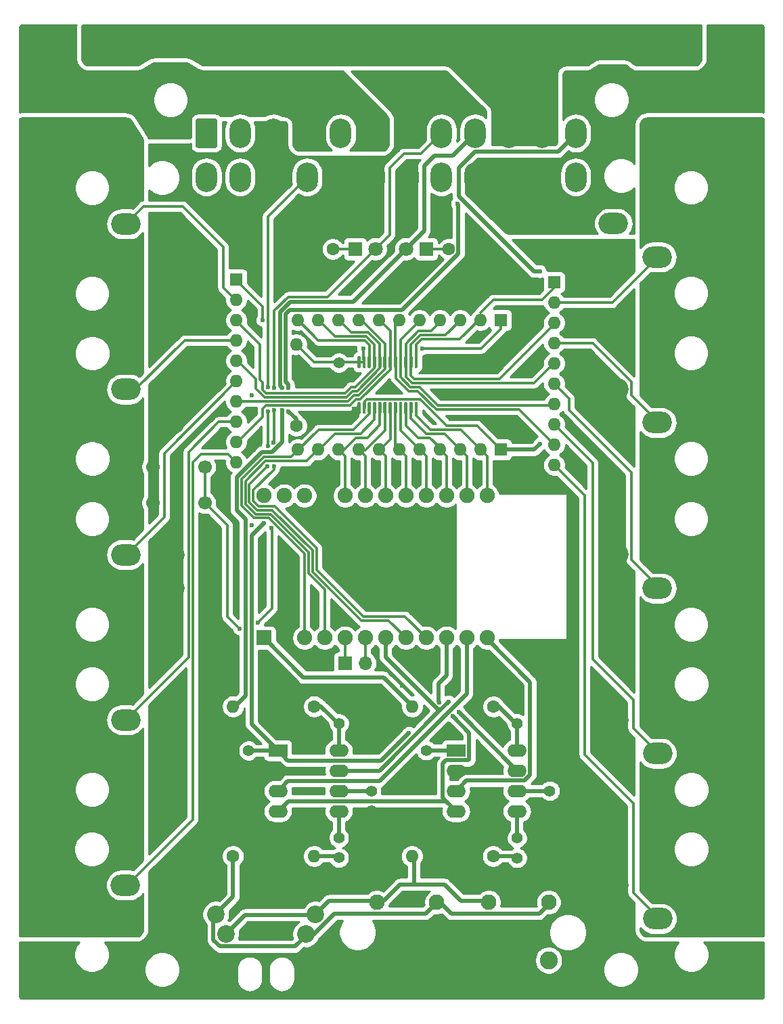
<source format=gbr>
%TF.GenerationSoftware,KiCad,Pcbnew,(5.1.8-0-10_14)*%
%TF.CreationDate,2021-03-27T13:16:03-04:00*%
%TF.ProjectId,muse,6d757365-2e6b-4696-9361-645f70636258,rev?*%
%TF.SameCoordinates,Original*%
%TF.FileFunction,Copper,L1,Top*%
%TF.FilePolarity,Positive*%
%FSLAX46Y46*%
G04 Gerber Fmt 4.6, Leading zero omitted, Abs format (unit mm)*
G04 Created by KiCad (PCBNEW (5.1.8-0-10_14)) date 2021-03-27 13:16:03*
%MOMM*%
%LPD*%
G01*
G04 APERTURE LIST*
%TA.AperFunction,ComponentPad*%
%ADD10C,1.400000*%
%TD*%
%TA.AperFunction,ComponentPad*%
%ADD11C,2.200000*%
%TD*%
%TA.AperFunction,ComponentPad*%
%ADD12R,1.900000X1.900000*%
%TD*%
%TA.AperFunction,ComponentPad*%
%ADD13C,1.900000*%
%TD*%
%TA.AperFunction,ComponentPad*%
%ADD14R,2.400000X1.600000*%
%TD*%
%TA.AperFunction,ComponentPad*%
%ADD15O,2.400000X1.600000*%
%TD*%
%TA.AperFunction,ComponentPad*%
%ADD16C,1.700000*%
%TD*%
%TA.AperFunction,ComponentPad*%
%ADD17O,1.600000X1.600000*%
%TD*%
%TA.AperFunction,ComponentPad*%
%ADD18R,1.600000X1.600000*%
%TD*%
%TA.AperFunction,ComponentPad*%
%ADD19C,1.600000*%
%TD*%
%TA.AperFunction,ComponentPad*%
%ADD20O,3.700000X2.700000*%
%TD*%
%TA.AperFunction,ComponentPad*%
%ADD21O,1.700000X1.700000*%
%TD*%
%TA.AperFunction,ComponentPad*%
%ADD22R,1.700000X1.700000*%
%TD*%
%TA.AperFunction,ComponentPad*%
%ADD23O,2.700000X3.700000*%
%TD*%
%TA.AperFunction,ComponentPad*%
%ADD24C,2.780000*%
%TD*%
%TA.AperFunction,ComponentPad*%
%ADD25C,1.800000*%
%TD*%
%TA.AperFunction,ComponentPad*%
%ADD26R,1.800000X1.800000*%
%TD*%
%TA.AperFunction,ComponentPad*%
%ADD27C,1.950000*%
%TD*%
%TA.AperFunction,ComponentPad*%
%ADD28C,2.250000*%
%TD*%
%TA.AperFunction,ViaPad*%
%ADD29C,0.600000*%
%TD*%
%TA.AperFunction,Conductor*%
%ADD30C,0.500000*%
%TD*%
%TA.AperFunction,Conductor*%
%ADD31C,0.300000*%
%TD*%
%TA.AperFunction,Conductor*%
%ADD32C,0.254000*%
%TD*%
%TA.AperFunction,Conductor*%
%ADD33C,0.100000*%
%TD*%
G04 APERTURE END LIST*
D10*
%TO.P,C9,2*%
%TO.N,GND*%
X58547000Y-66381000D03*
%TO.P,C9,1*%
%TO.N,Net-(C9-Pad1)*%
X58547000Y-63881000D03*
%TD*%
%TO.P,C8,2*%
%TO.N,+3.3V_REG*%
X47257000Y-112407000D03*
%TO.P,C8,1*%
%TO.N,GND*%
X47257000Y-114907000D03*
%TD*%
%TO.P,C7,2*%
%TO.N,+3.3V_REG*%
X69469000Y-112377000D03*
%TO.P,C7,1*%
%TO.N,GND*%
X69469000Y-114877000D03*
%TD*%
%TO.P,C6,2*%
%TO.N,GND*%
X62611000Y-119975000D03*
%TO.P,C6,1*%
%TO.N,Net-(C6-Pad1)*%
X62611000Y-117475000D03*
%TD*%
%TO.P,C5,2*%
%TO.N,GND*%
X84943000Y-119947000D03*
%TO.P,C5,1*%
%TO.N,Net-(C5-Pad1)*%
X84943000Y-117447000D03*
%TD*%
%TO.P,C4,2*%
%TO.N,GND*%
X58567000Y-106507000D03*
%TO.P,C4,1*%
%TO.N,Net-(C4-Pad1)*%
X58567000Y-109007000D03*
%TD*%
%TO.P,C3,2*%
%TO.N,GND*%
X80843000Y-106507000D03*
%TO.P,C3,1*%
%TO.N,Net-(C3-Pad1)*%
X80843000Y-109007000D03*
%TD*%
%TO.P,C2,2*%
%TO.N,Net-(C2-Pad2)*%
X58547000Y-125817000D03*
%TO.P,C2,1*%
%TO.N,Net-(C2-Pad1)*%
X58547000Y-123317000D03*
%TD*%
%TO.P,C1,2*%
%TO.N,Net-(C1-Pad2)*%
X80823000Y-125837000D03*
%TO.P,C1,1*%
%TO.N,Net-(C1-Pad1)*%
X80823000Y-123337000D03*
%TD*%
D11*
%TO.P,CON2,1A*%
%TO.N,GND*%
X54403000Y-140365000D03*
%TO.P,CON2,2A*%
%TO.N,/AUDIO_L*%
X55653000Y-132865000D03*
%TO.P,CON2,5A*%
%TO.N,/AUDIO_R*%
X43153000Y-132865000D03*
%TO.P,CON2,1B*%
%TO.N,GND*%
X44403000Y-140365000D03*
%TO.P,CON2,2B*%
%TO.N,/AUDIO_L*%
X44403000Y-135365000D03*
%TO.P,CON2,5B*%
%TO.N,/AUDIO_R*%
X54403000Y-135365000D03*
%TD*%
%TO.P,U4,24*%
%TO.N,Net-(C9-Pad1)*%
%TA.AperFunction,SMDPad,CuDef*%
G36*
G01*
X61168000Y-64550000D02*
X60968000Y-64550000D01*
G75*
G02*
X60868000Y-64450000I0J100000D01*
G01*
X60868000Y-63175000D01*
G75*
G02*
X60968000Y-63075000I100000J0D01*
G01*
X61168000Y-63075000D01*
G75*
G02*
X61268000Y-63175000I0J-100000D01*
G01*
X61268000Y-64450000D01*
G75*
G02*
X61168000Y-64550000I-100000J0D01*
G01*
G37*
%TD.AperFunction*%
%TO.P,U4,23*%
%TA.AperFunction,SMDPad,CuDef*%
G36*
G01*
X61818000Y-64550000D02*
X61618000Y-64550000D01*
G75*
G02*
X61518000Y-64450000I0J100000D01*
G01*
X61518000Y-63175000D01*
G75*
G02*
X61618000Y-63075000I100000J0D01*
G01*
X61818000Y-63075000D01*
G75*
G02*
X61918000Y-63175000I0J-100000D01*
G01*
X61918000Y-64450000D01*
G75*
G02*
X61818000Y-64550000I-100000J0D01*
G01*
G37*
%TD.AperFunction*%
%TO.P,U4,22*%
%TO.N,Net-(RN2-Pad11)*%
%TA.AperFunction,SMDPad,CuDef*%
G36*
G01*
X62468000Y-64550000D02*
X62268000Y-64550000D01*
G75*
G02*
X62168000Y-64450000I0J100000D01*
G01*
X62168000Y-63175000D01*
G75*
G02*
X62268000Y-63075000I100000J0D01*
G01*
X62468000Y-63075000D01*
G75*
G02*
X62568000Y-63175000I0J-100000D01*
G01*
X62568000Y-64450000D01*
G75*
G02*
X62468000Y-64550000I-100000J0D01*
G01*
G37*
%TD.AperFunction*%
%TO.P,U4,21*%
%TO.N,Net-(RN2-Pad10)*%
%TA.AperFunction,SMDPad,CuDef*%
G36*
G01*
X63118000Y-64550000D02*
X62918000Y-64550000D01*
G75*
G02*
X62818000Y-64450000I0J100000D01*
G01*
X62818000Y-63175000D01*
G75*
G02*
X62918000Y-63075000I100000J0D01*
G01*
X63118000Y-63075000D01*
G75*
G02*
X63218000Y-63175000I0J-100000D01*
G01*
X63218000Y-64450000D01*
G75*
G02*
X63118000Y-64550000I-100000J0D01*
G01*
G37*
%TD.AperFunction*%
%TO.P,U4,20*%
%TO.N,Net-(RN2-Pad9)*%
%TA.AperFunction,SMDPad,CuDef*%
G36*
G01*
X63768000Y-64550000D02*
X63568000Y-64550000D01*
G75*
G02*
X63468000Y-64450000I0J100000D01*
G01*
X63468000Y-63175000D01*
G75*
G02*
X63568000Y-63075000I100000J0D01*
G01*
X63768000Y-63075000D01*
G75*
G02*
X63868000Y-63175000I0J-100000D01*
G01*
X63868000Y-64450000D01*
G75*
G02*
X63768000Y-64550000I-100000J0D01*
G01*
G37*
%TD.AperFunction*%
%TO.P,U4,19*%
%TO.N,Net-(RN2-Pad8)*%
%TA.AperFunction,SMDPad,CuDef*%
G36*
G01*
X64418000Y-64550000D02*
X64218000Y-64550000D01*
G75*
G02*
X64118000Y-64450000I0J100000D01*
G01*
X64118000Y-63175000D01*
G75*
G02*
X64218000Y-63075000I100000J0D01*
G01*
X64418000Y-63075000D01*
G75*
G02*
X64518000Y-63175000I0J-100000D01*
G01*
X64518000Y-64450000D01*
G75*
G02*
X64418000Y-64550000I-100000J0D01*
G01*
G37*
%TD.AperFunction*%
%TO.P,U4,18*%
%TO.N,Net-(RN2-Pad7)*%
%TA.AperFunction,SMDPad,CuDef*%
G36*
G01*
X65068000Y-64550000D02*
X64868000Y-64550000D01*
G75*
G02*
X64768000Y-64450000I0J100000D01*
G01*
X64768000Y-63175000D01*
G75*
G02*
X64868000Y-63075000I100000J0D01*
G01*
X65068000Y-63075000D01*
G75*
G02*
X65168000Y-63175000I0J-100000D01*
G01*
X65168000Y-64450000D01*
G75*
G02*
X65068000Y-64550000I-100000J0D01*
G01*
G37*
%TD.AperFunction*%
%TO.P,U4,17*%
%TO.N,Net-(RN2-Pad6)*%
%TA.AperFunction,SMDPad,CuDef*%
G36*
G01*
X65718000Y-64550000D02*
X65518000Y-64550000D01*
G75*
G02*
X65418000Y-64450000I0J100000D01*
G01*
X65418000Y-63175000D01*
G75*
G02*
X65518000Y-63075000I100000J0D01*
G01*
X65718000Y-63075000D01*
G75*
G02*
X65818000Y-63175000I0J-100000D01*
G01*
X65818000Y-64450000D01*
G75*
G02*
X65718000Y-64550000I-100000J0D01*
G01*
G37*
%TD.AperFunction*%
%TO.P,U4,16*%
%TO.N,Net-(RN2-Pad5)*%
%TA.AperFunction,SMDPad,CuDef*%
G36*
G01*
X66368000Y-64550000D02*
X66168000Y-64550000D01*
G75*
G02*
X66068000Y-64450000I0J100000D01*
G01*
X66068000Y-63175000D01*
G75*
G02*
X66168000Y-63075000I100000J0D01*
G01*
X66368000Y-63075000D01*
G75*
G02*
X66468000Y-63175000I0J-100000D01*
G01*
X66468000Y-64450000D01*
G75*
G02*
X66368000Y-64550000I-100000J0D01*
G01*
G37*
%TD.AperFunction*%
%TO.P,U4,15*%
%TO.N,Net-(RN2-Pad4)*%
%TA.AperFunction,SMDPad,CuDef*%
G36*
G01*
X67018000Y-64550000D02*
X66818000Y-64550000D01*
G75*
G02*
X66718000Y-64450000I0J100000D01*
G01*
X66718000Y-63175000D01*
G75*
G02*
X66818000Y-63075000I100000J0D01*
G01*
X67018000Y-63075000D01*
G75*
G02*
X67118000Y-63175000I0J-100000D01*
G01*
X67118000Y-64450000D01*
G75*
G02*
X67018000Y-64550000I-100000J0D01*
G01*
G37*
%TD.AperFunction*%
%TO.P,U4,14*%
%TO.N,Net-(RN2-Pad3)*%
%TA.AperFunction,SMDPad,CuDef*%
G36*
G01*
X67668000Y-64550000D02*
X67468000Y-64550000D01*
G75*
G02*
X67368000Y-64450000I0J100000D01*
G01*
X67368000Y-63175000D01*
G75*
G02*
X67468000Y-63075000I100000J0D01*
G01*
X67668000Y-63075000D01*
G75*
G02*
X67768000Y-63175000I0J-100000D01*
G01*
X67768000Y-64450000D01*
G75*
G02*
X67668000Y-64550000I-100000J0D01*
G01*
G37*
%TD.AperFunction*%
%TO.P,U4,13*%
%TO.N,Net-(RN2-Pad2)*%
%TA.AperFunction,SMDPad,CuDef*%
G36*
G01*
X68318000Y-64550000D02*
X68118000Y-64550000D01*
G75*
G02*
X68018000Y-64450000I0J100000D01*
G01*
X68018000Y-63175000D01*
G75*
G02*
X68118000Y-63075000I100000J0D01*
G01*
X68318000Y-63075000D01*
G75*
G02*
X68418000Y-63175000I0J-100000D01*
G01*
X68418000Y-64450000D01*
G75*
G02*
X68318000Y-64550000I-100000J0D01*
G01*
G37*
%TD.AperFunction*%
%TO.P,U4,12*%
%TO.N,/LED_9*%
%TA.AperFunction,SMDPad,CuDef*%
G36*
G01*
X68318000Y-70275000D02*
X68118000Y-70275000D01*
G75*
G02*
X68018000Y-70175000I0J100000D01*
G01*
X68018000Y-68900000D01*
G75*
G02*
X68118000Y-68800000I100000J0D01*
G01*
X68318000Y-68800000D01*
G75*
G02*
X68418000Y-68900000I0J-100000D01*
G01*
X68418000Y-70175000D01*
G75*
G02*
X68318000Y-70275000I-100000J0D01*
G01*
G37*
%TD.AperFunction*%
%TO.P,U4,11*%
%TO.N,/LED_8*%
%TA.AperFunction,SMDPad,CuDef*%
G36*
G01*
X67668000Y-70275000D02*
X67468000Y-70275000D01*
G75*
G02*
X67368000Y-70175000I0J100000D01*
G01*
X67368000Y-68900000D01*
G75*
G02*
X67468000Y-68800000I100000J0D01*
G01*
X67668000Y-68800000D01*
G75*
G02*
X67768000Y-68900000I0J-100000D01*
G01*
X67768000Y-70175000D01*
G75*
G02*
X67668000Y-70275000I-100000J0D01*
G01*
G37*
%TD.AperFunction*%
%TO.P,U4,10*%
%TO.N,/LED_7*%
%TA.AperFunction,SMDPad,CuDef*%
G36*
G01*
X67018000Y-70275000D02*
X66818000Y-70275000D01*
G75*
G02*
X66718000Y-70175000I0J100000D01*
G01*
X66718000Y-68900000D01*
G75*
G02*
X66818000Y-68800000I100000J0D01*
G01*
X67018000Y-68800000D01*
G75*
G02*
X67118000Y-68900000I0J-100000D01*
G01*
X67118000Y-70175000D01*
G75*
G02*
X67018000Y-70275000I-100000J0D01*
G01*
G37*
%TD.AperFunction*%
%TO.P,U4,9*%
%TO.N,/LED_6*%
%TA.AperFunction,SMDPad,CuDef*%
G36*
G01*
X66368000Y-70275000D02*
X66168000Y-70275000D01*
G75*
G02*
X66068000Y-70175000I0J100000D01*
G01*
X66068000Y-68900000D01*
G75*
G02*
X66168000Y-68800000I100000J0D01*
G01*
X66368000Y-68800000D01*
G75*
G02*
X66468000Y-68900000I0J-100000D01*
G01*
X66468000Y-70175000D01*
G75*
G02*
X66368000Y-70275000I-100000J0D01*
G01*
G37*
%TD.AperFunction*%
%TO.P,U4,8*%
%TO.N,/LED_5*%
%TA.AperFunction,SMDPad,CuDef*%
G36*
G01*
X65718000Y-70275000D02*
X65518000Y-70275000D01*
G75*
G02*
X65418000Y-70175000I0J100000D01*
G01*
X65418000Y-68900000D01*
G75*
G02*
X65518000Y-68800000I100000J0D01*
G01*
X65718000Y-68800000D01*
G75*
G02*
X65818000Y-68900000I0J-100000D01*
G01*
X65818000Y-70175000D01*
G75*
G02*
X65718000Y-70275000I-100000J0D01*
G01*
G37*
%TD.AperFunction*%
%TO.P,U4,7*%
%TO.N,/LED_4*%
%TA.AperFunction,SMDPad,CuDef*%
G36*
G01*
X65068000Y-70275000D02*
X64868000Y-70275000D01*
G75*
G02*
X64768000Y-70175000I0J100000D01*
G01*
X64768000Y-68900000D01*
G75*
G02*
X64868000Y-68800000I100000J0D01*
G01*
X65068000Y-68800000D01*
G75*
G02*
X65168000Y-68900000I0J-100000D01*
G01*
X65168000Y-70175000D01*
G75*
G02*
X65068000Y-70275000I-100000J0D01*
G01*
G37*
%TD.AperFunction*%
%TO.P,U4,6*%
%TO.N,/LED_3*%
%TA.AperFunction,SMDPad,CuDef*%
G36*
G01*
X64418000Y-70275000D02*
X64218000Y-70275000D01*
G75*
G02*
X64118000Y-70175000I0J100000D01*
G01*
X64118000Y-68900000D01*
G75*
G02*
X64218000Y-68800000I100000J0D01*
G01*
X64418000Y-68800000D01*
G75*
G02*
X64518000Y-68900000I0J-100000D01*
G01*
X64518000Y-70175000D01*
G75*
G02*
X64418000Y-70275000I-100000J0D01*
G01*
G37*
%TD.AperFunction*%
%TO.P,U4,5*%
%TO.N,/LED_2*%
%TA.AperFunction,SMDPad,CuDef*%
G36*
G01*
X63768000Y-70275000D02*
X63568000Y-70275000D01*
G75*
G02*
X63468000Y-70175000I0J100000D01*
G01*
X63468000Y-68900000D01*
G75*
G02*
X63568000Y-68800000I100000J0D01*
G01*
X63768000Y-68800000D01*
G75*
G02*
X63868000Y-68900000I0J-100000D01*
G01*
X63868000Y-70175000D01*
G75*
G02*
X63768000Y-70275000I-100000J0D01*
G01*
G37*
%TD.AperFunction*%
%TO.P,U4,4*%
%TO.N,/LED_1*%
%TA.AperFunction,SMDPad,CuDef*%
G36*
G01*
X63118000Y-70275000D02*
X62918000Y-70275000D01*
G75*
G02*
X62818000Y-70175000I0J100000D01*
G01*
X62818000Y-68900000D01*
G75*
G02*
X62918000Y-68800000I100000J0D01*
G01*
X63118000Y-68800000D01*
G75*
G02*
X63218000Y-68900000I0J-100000D01*
G01*
X63218000Y-70175000D01*
G75*
G02*
X63118000Y-70275000I-100000J0D01*
G01*
G37*
%TD.AperFunction*%
%TO.P,U4,3*%
%TO.N,/LED_0*%
%TA.AperFunction,SMDPad,CuDef*%
G36*
G01*
X62468000Y-70275000D02*
X62268000Y-70275000D01*
G75*
G02*
X62168000Y-70175000I0J100000D01*
G01*
X62168000Y-68900000D01*
G75*
G02*
X62268000Y-68800000I100000J0D01*
G01*
X62468000Y-68800000D01*
G75*
G02*
X62568000Y-68900000I0J-100000D01*
G01*
X62568000Y-70175000D01*
G75*
G02*
X62468000Y-70275000I-100000J0D01*
G01*
G37*
%TD.AperFunction*%
%TO.P,U4,2*%
%TO.N,+3.3V*%
%TA.AperFunction,SMDPad,CuDef*%
G36*
G01*
X61818000Y-70275000D02*
X61618000Y-70275000D01*
G75*
G02*
X61518000Y-70175000I0J100000D01*
G01*
X61518000Y-68900000D01*
G75*
G02*
X61618000Y-68800000I100000J0D01*
G01*
X61818000Y-68800000D01*
G75*
G02*
X61918000Y-68900000I0J-100000D01*
G01*
X61918000Y-70175000D01*
G75*
G02*
X61818000Y-70275000I-100000J0D01*
G01*
G37*
%TD.AperFunction*%
%TO.P,U4,1*%
%TO.N,GND*%
%TA.AperFunction,SMDPad,CuDef*%
G36*
G01*
X61168000Y-70275000D02*
X60968000Y-70275000D01*
G75*
G02*
X60868000Y-70175000I0J100000D01*
G01*
X60868000Y-68900000D01*
G75*
G02*
X60968000Y-68800000I100000J0D01*
G01*
X61168000Y-68800000D01*
G75*
G02*
X61268000Y-68900000I0J-100000D01*
G01*
X61268000Y-70175000D01*
G75*
G02*
X61168000Y-70275000I-100000J0D01*
G01*
G37*
%TD.AperFunction*%
%TD*%
D12*
%TO.P,U3,1*%
%TO.N,+5VSB*%
X49160720Y-98302460D03*
D13*
%TO.P,U3,2*%
%TO.N,GND*%
X51700720Y-98302460D03*
%TO.P,U3,3*%
%TO.N,/LED_0*%
X54240720Y-98302460D03*
%TO.P,U3,4*%
%TO.N,/LED_1*%
X56780720Y-98302460D03*
%TO.P,U3,5*%
%TO.N,/WKP*%
X59320720Y-98302460D03*
%TO.P,U3,6*%
%TO.N,/DAC*%
X61860720Y-98302460D03*
%TO.P,U3,7*%
%TO.N,/EQ7_RST*%
X64400720Y-98302460D03*
%TO.P,U3,8*%
%TO.N,/ATX_PWR_ON*%
X66940720Y-98302460D03*
%TO.P,U3,9*%
%TO.N,/ATX_PWR_OK*%
X69480720Y-98302460D03*
%TO.P,U3,10*%
%TO.N,/EQ7_STROBE*%
X72020720Y-98302460D03*
%TO.P,U3,11*%
%TO.N,/EQ7_OUT_R*%
X74560720Y-98302460D03*
%TO.P,U3,12*%
%TO.N,/EQ7_OUT_L*%
X77100720Y-98302460D03*
%TO.P,U3,24*%
%TO.N,+3.3V_REG*%
X49160720Y-80522460D03*
%TO.P,U3,23*%
%TO.N,/~MCU_RST*%
X51700720Y-80522460D03*
%TO.P,U3,22*%
%TO.N,Net-(U3-Pad22)*%
X54240720Y-80522460D03*
%TO.P,U3,21*%
%TO.N,GND*%
X56780720Y-80522460D03*
%TO.P,U3,20*%
%TO.N,/LED_2*%
X59320720Y-80522460D03*
%TO.P,U3,19*%
%TO.N,/LED_3*%
X61860720Y-80522460D03*
%TO.P,U3,18*%
%TO.N,/LED_4*%
X64400720Y-80522460D03*
%TO.P,U3,17*%
%TO.N,/LED_5*%
X66940720Y-80522460D03*
%TO.P,U3,16*%
%TO.N,/LED_6*%
X69480720Y-80522460D03*
%TO.P,U3,15*%
%TO.N,/LED_7*%
X72020720Y-80522460D03*
%TO.P,U3,14*%
%TO.N,/LED_8*%
X74560720Y-80522460D03*
%TO.P,U3,13*%
%TO.N,/LED_9*%
X77100720Y-80522460D03*
%TD*%
D14*
%TO.P,U2,1*%
%TO.N,+3.3V_REG*%
X50917000Y-112387000D03*
D15*
%TO.P,U2,5*%
%TO.N,Net-(C2-Pad1)*%
X58537000Y-120007000D03*
%TO.P,U2,2*%
%TO.N,GND*%
X50917000Y-114927000D03*
%TO.P,U2,6*%
%TO.N,Net-(C6-Pad1)*%
X58537000Y-117467000D03*
%TO.P,U2,3*%
%TO.N,/EQ7_OUT_R*%
X50917000Y-117467000D03*
%TO.P,U2,7*%
%TO.N,/EQ7_RST*%
X58537000Y-114927000D03*
%TO.P,U2,4*%
%TO.N,/EQ7_STROBE*%
X50917000Y-120007000D03*
%TO.P,U2,8*%
%TO.N,Net-(C4-Pad1)*%
X58537000Y-112387000D03*
%TD*%
D14*
%TO.P,U1,1*%
%TO.N,+3.3V_REG*%
X73213000Y-112377000D03*
D15*
%TO.P,U1,5*%
%TO.N,Net-(C1-Pad1)*%
X80833000Y-119997000D03*
%TO.P,U1,2*%
%TO.N,GND*%
X73213000Y-114917000D03*
%TO.P,U1,6*%
%TO.N,Net-(C5-Pad1)*%
X80833000Y-117457000D03*
%TO.P,U1,3*%
%TO.N,/EQ7_OUT_L*%
X73213000Y-117457000D03*
%TO.P,U1,7*%
%TO.N,/EQ7_RST*%
X80833000Y-114917000D03*
%TO.P,U1,4*%
%TO.N,/EQ7_STROBE*%
X73213000Y-119997000D03*
%TO.P,U1,8*%
%TO.N,Net-(C3-Pad1)*%
X80833000Y-112377000D03*
%TD*%
D16*
%TO.P,SW1,1*%
%TO.N,/~MCU_RST*%
X41783000Y-81407000D03*
%TO.P,SW1,2*%
%TO.N,GND*%
X35283000Y-81407000D03*
%TO.P,SW1,3*%
%TO.N,/~MCU_RST*%
X41783000Y-76907000D03*
%TO.P,SW1,4*%
%TO.N,GND*%
X35283000Y-76907000D03*
%TD*%
D17*
%TO.P,RN4,10*%
%TO.N,/LED_5_5V*%
X85471000Y-76675000D03*
%TO.P,RN4,9*%
%TO.N,Net-(RN2-Pad6)*%
X85471000Y-74135000D03*
%TO.P,RN4,8*%
%TO.N,/LED_6_5V*%
X85471000Y-71595000D03*
%TO.P,RN4,7*%
%TO.N,Net-(RN2-Pad5)*%
X85471000Y-69055000D03*
%TO.P,RN4,6*%
%TO.N,/LED_7_5V*%
X85471000Y-66515000D03*
%TO.P,RN4,5*%
%TO.N,Net-(RN2-Pad4)*%
X85471000Y-63975000D03*
%TO.P,RN4,4*%
%TO.N,/LED_8_5V*%
X85471000Y-61435000D03*
%TO.P,RN4,3*%
%TO.N,Net-(RN2-Pad3)*%
X85471000Y-58895000D03*
%TO.P,RN4,2*%
%TO.N,/LED_9_5V*%
X85471000Y-56355000D03*
D18*
%TO.P,RN4,1*%
%TO.N,Net-(RN2-Pad2)*%
X85471000Y-53815000D03*
%TD*%
D17*
%TO.P,RN3,10*%
%TO.N,/LED_4_5V*%
X45715000Y-76351000D03*
%TO.P,RN3,9*%
%TO.N,Net-(RN2-Pad7)*%
X45715000Y-73811000D03*
%TO.P,RN3,8*%
%TO.N,/LED_3_5V*%
X45715000Y-71271000D03*
%TO.P,RN3,7*%
%TO.N,Net-(RN2-Pad8)*%
X45715000Y-68731000D03*
%TO.P,RN3,6*%
%TO.N,/LED_2_5V*%
X45715000Y-66191000D03*
%TO.P,RN3,5*%
%TO.N,Net-(RN2-Pad9)*%
X45715000Y-63651000D03*
%TO.P,RN3,4*%
%TO.N,/LED_1_5V*%
X45715000Y-61111000D03*
%TO.P,RN3,3*%
%TO.N,Net-(RN2-Pad10)*%
X45715000Y-58571000D03*
%TO.P,RN3,2*%
%TO.N,/LED_0_5V*%
X45715000Y-56031000D03*
D18*
%TO.P,RN3,1*%
%TO.N,Net-(RN2-Pad11)*%
X45715000Y-53491000D03*
%TD*%
D17*
%TO.P,RN2,11*%
%TO.N,Net-(RN2-Pad11)*%
X53395000Y-58547000D03*
%TO.P,RN2,10*%
%TO.N,Net-(RN2-Pad10)*%
X55935000Y-58547000D03*
%TO.P,RN2,9*%
%TO.N,Net-(RN2-Pad9)*%
X58475000Y-58547000D03*
%TO.P,RN2,8*%
%TO.N,Net-(RN2-Pad8)*%
X61015000Y-58547000D03*
%TO.P,RN2,7*%
%TO.N,Net-(RN2-Pad7)*%
X63555000Y-58547000D03*
%TO.P,RN2,6*%
%TO.N,Net-(RN2-Pad6)*%
X66095000Y-58547000D03*
%TO.P,RN2,5*%
%TO.N,Net-(RN2-Pad5)*%
X68635000Y-58547000D03*
%TO.P,RN2,4*%
%TO.N,Net-(RN2-Pad4)*%
X71175000Y-58547000D03*
%TO.P,RN2,3*%
%TO.N,Net-(RN2-Pad3)*%
X73715000Y-58547000D03*
%TO.P,RN2,2*%
%TO.N,Net-(RN2-Pad2)*%
X76255000Y-58547000D03*
D18*
%TO.P,RN2,1*%
%TO.N,Net-(C9-Pad1)*%
X78795000Y-58547000D03*
%TD*%
D17*
%TO.P,RN1,11*%
%TO.N,/LED_0*%
X53405000Y-74751000D03*
%TO.P,RN1,10*%
%TO.N,/LED_1*%
X55945000Y-74751000D03*
%TO.P,RN1,9*%
%TO.N,/LED_2*%
X58485000Y-74751000D03*
%TO.P,RN1,8*%
%TO.N,/LED_3*%
X61025000Y-74751000D03*
%TO.P,RN1,7*%
%TO.N,/LED_4*%
X63565000Y-74751000D03*
%TO.P,RN1,6*%
%TO.N,/LED_5*%
X66105000Y-74751000D03*
%TO.P,RN1,5*%
%TO.N,/LED_6*%
X68645000Y-74751000D03*
%TO.P,RN1,4*%
%TO.N,/LED_7*%
X71185000Y-74751000D03*
%TO.P,RN1,3*%
%TO.N,/LED_8*%
X73725000Y-74751000D03*
%TO.P,RN1,2*%
%TO.N,/LED_9*%
X76265000Y-74751000D03*
D18*
%TO.P,RN1,1*%
%TO.N,+3.3V*%
X78805000Y-74751000D03*
%TD*%
D17*
%TO.P,R7,2*%
%TO.N,Net-(C9-Pad1)*%
X53213000Y-61595000D03*
D19*
%TO.P,R7,1*%
%TO.N,+5V*%
X53213000Y-71755000D03*
%TD*%
D17*
%TO.P,R6,2*%
%TO.N,GND*%
X82423000Y-49657000D03*
D19*
%TO.P,R6,1*%
%TO.N,Net-(D2-Pad1)*%
X72263000Y-49657000D03*
%TD*%
D17*
%TO.P,R5,2*%
%TO.N,GND*%
X47625000Y-49657000D03*
D19*
%TO.P,R5,1*%
%TO.N,Net-(D1-Pad1)*%
X57785000Y-49657000D03*
%TD*%
D17*
%TO.P,R4,2*%
%TO.N,+5VSB*%
X45317000Y-106887000D03*
D19*
%TO.P,R4,1*%
%TO.N,Net-(C4-Pad1)*%
X55477000Y-106887000D03*
%TD*%
D17*
%TO.P,R3,2*%
%TO.N,+5VSB*%
X67733000Y-106897000D03*
D19*
%TO.P,R3,1*%
%TO.N,Net-(C3-Pad1)*%
X77893000Y-106897000D03*
%TD*%
D17*
%TO.P,R2,2*%
%TO.N,Net-(C2-Pad2)*%
X55467000Y-125607000D03*
D19*
%TO.P,R2,1*%
%TO.N,/AUDIO_R*%
X45307000Y-125607000D03*
%TD*%
D17*
%TO.P,R1,2*%
%TO.N,/AUDIO_L*%
X67683000Y-125617000D03*
D19*
%TO.P,R1,1*%
%TO.N,Net-(C1-Pad2)*%
X77843000Y-125617000D03*
%TD*%
%TO.P,J12,1*%
%TO.N,/LED_PWR_B1*%
%TA.AperFunction,ComponentPad*%
G36*
G01*
X96797001Y-45123000D02*
X99996999Y-45123000D01*
G75*
G02*
X100247000Y-45373001I0J-250001D01*
G01*
X100247000Y-47572999D01*
G75*
G02*
X99996999Y-47823000I-250001J0D01*
G01*
X96797001Y-47823000D01*
G75*
G02*
X96547000Y-47572999I0J250001D01*
G01*
X96547000Y-45373001D01*
G75*
G02*
X96797001Y-45123000I250001J0D01*
G01*
G37*
%TD.AperFunction*%
D20*
%TO.P,J12,2*%
%TO.N,/LED_9_5V*%
X98397000Y-50673000D03*
%TO.P,J12,3*%
%TO.N,GND*%
X92897000Y-46473000D03*
%TO.P,J12,4*%
X92897000Y-50673000D03*
%TD*%
%TO.P,J11,1*%
%TO.N,/LED_PWR_B1*%
%TA.AperFunction,ComponentPad*%
G36*
G01*
X96807001Y-65833000D02*
X100006999Y-65833000D01*
G75*
G02*
X100257000Y-66083001I0J-250001D01*
G01*
X100257000Y-68282999D01*
G75*
G02*
X100006999Y-68533000I-250001J0D01*
G01*
X96807001Y-68533000D01*
G75*
G02*
X96557000Y-68282999I0J250001D01*
G01*
X96557000Y-66083001D01*
G75*
G02*
X96807001Y-65833000I250001J0D01*
G01*
G37*
%TD.AperFunction*%
%TO.P,J11,2*%
%TO.N,/LED_8_5V*%
X98407000Y-71383000D03*
%TO.P,J11,3*%
%TO.N,GND*%
X92907000Y-67183000D03*
%TO.P,J11,4*%
X92907000Y-71383000D03*
%TD*%
%TO.P,J10,1*%
%TO.N,/LED_PWR_B1*%
%TA.AperFunction,ComponentPad*%
G36*
G01*
X96807001Y-86543000D02*
X100006999Y-86543000D01*
G75*
G02*
X100257000Y-86793001I0J-250001D01*
G01*
X100257000Y-88992999D01*
G75*
G02*
X100006999Y-89243000I-250001J0D01*
G01*
X96807001Y-89243000D01*
G75*
G02*
X96557000Y-88992999I0J250001D01*
G01*
X96557000Y-86793001D01*
G75*
G02*
X96807001Y-86543000I250001J0D01*
G01*
G37*
%TD.AperFunction*%
%TO.P,J10,2*%
%TO.N,/LED_7_5V*%
X98407000Y-92093000D03*
%TO.P,J10,3*%
%TO.N,GND*%
X92907000Y-87893000D03*
%TO.P,J10,4*%
X92907000Y-92093000D03*
%TD*%
%TO.P,J9,1*%
%TO.N,/LED_PWR_B1*%
%TA.AperFunction,ComponentPad*%
G36*
G01*
X96827001Y-107213000D02*
X100026999Y-107213000D01*
G75*
G02*
X100277000Y-107463001I0J-250001D01*
G01*
X100277000Y-109662999D01*
G75*
G02*
X100026999Y-109913000I-250001J0D01*
G01*
X96827001Y-109913000D01*
G75*
G02*
X96577000Y-109662999I0J250001D01*
G01*
X96577000Y-107463001D01*
G75*
G02*
X96827001Y-107213000I250001J0D01*
G01*
G37*
%TD.AperFunction*%
%TO.P,J9,2*%
%TO.N,/LED_6_5V*%
X98427000Y-112763000D03*
%TO.P,J9,3*%
%TO.N,GND*%
X92927000Y-108563000D03*
%TO.P,J9,4*%
X92927000Y-112763000D03*
%TD*%
%TO.P,J8,1*%
%TO.N,/LED_PWR_B1*%
%TA.AperFunction,ComponentPad*%
G36*
G01*
X96817001Y-127893000D02*
X100016999Y-127893000D01*
G75*
G02*
X100267000Y-128143001I0J-250001D01*
G01*
X100267000Y-130342999D01*
G75*
G02*
X100016999Y-130593000I-250001J0D01*
G01*
X96817001Y-130593000D01*
G75*
G02*
X96567000Y-130342999I0J250001D01*
G01*
X96567000Y-128143001D01*
G75*
G02*
X96817001Y-127893000I250001J0D01*
G01*
G37*
%TD.AperFunction*%
%TO.P,J8,2*%
%TO.N,/LED_5_5V*%
X98417000Y-133443000D03*
%TO.P,J8,3*%
%TO.N,GND*%
X92917000Y-129243000D03*
%TO.P,J8,4*%
X92917000Y-133443000D03*
%TD*%
%TO.P,J7,1*%
%TO.N,/LED_PWR_B0*%
%TA.AperFunction,ComponentPad*%
G36*
G01*
X33444999Y-134797000D02*
X30245001Y-134797000D01*
G75*
G02*
X29995000Y-134546999I0J250001D01*
G01*
X29995000Y-132347001D01*
G75*
G02*
X30245001Y-132097000I250001J0D01*
G01*
X33444999Y-132097000D01*
G75*
G02*
X33695000Y-132347001I0J-250001D01*
G01*
X33695000Y-134546999D01*
G75*
G02*
X33444999Y-134797000I-250001J0D01*
G01*
G37*
%TD.AperFunction*%
%TO.P,J7,2*%
%TO.N,/LED_4_5V*%
X31845000Y-129247000D03*
%TO.P,J7,3*%
%TO.N,GND*%
X37345000Y-133447000D03*
%TO.P,J7,4*%
X37345000Y-129247000D03*
%TD*%
%TO.P,J6,1*%
%TO.N,/LED_PWR_B0*%
%TA.AperFunction,ComponentPad*%
G36*
G01*
X33464999Y-114117000D02*
X30265001Y-114117000D01*
G75*
G02*
X30015000Y-113866999I0J250001D01*
G01*
X30015000Y-111667001D01*
G75*
G02*
X30265001Y-111417000I250001J0D01*
G01*
X33464999Y-111417000D01*
G75*
G02*
X33715000Y-111667001I0J-250001D01*
G01*
X33715000Y-113866999D01*
G75*
G02*
X33464999Y-114117000I-250001J0D01*
G01*
G37*
%TD.AperFunction*%
%TO.P,J6,2*%
%TO.N,/LED_3_5V*%
X31865000Y-108567000D03*
%TO.P,J6,3*%
%TO.N,GND*%
X37365000Y-112767000D03*
%TO.P,J6,4*%
X37365000Y-108567000D03*
%TD*%
%TO.P,J5,1*%
%TO.N,/LED_PWR_B0*%
%TA.AperFunction,ComponentPad*%
G36*
G01*
X33474999Y-93447000D02*
X30275001Y-93447000D01*
G75*
G02*
X30025000Y-93196999I0J250001D01*
G01*
X30025000Y-90997001D01*
G75*
G02*
X30275001Y-90747000I250001J0D01*
G01*
X33474999Y-90747000D01*
G75*
G02*
X33725000Y-90997001I0J-250001D01*
G01*
X33725000Y-93196999D01*
G75*
G02*
X33474999Y-93447000I-250001J0D01*
G01*
G37*
%TD.AperFunction*%
%TO.P,J5,2*%
%TO.N,/LED_2_5V*%
X31875000Y-87897000D03*
%TO.P,J5,3*%
%TO.N,GND*%
X37375000Y-92097000D03*
%TO.P,J5,4*%
X37375000Y-87897000D03*
%TD*%
%TO.P,J4,1*%
%TO.N,/LED_PWR_B0*%
%TA.AperFunction,ComponentPad*%
G36*
G01*
X33484999Y-72757000D02*
X30285001Y-72757000D01*
G75*
G02*
X30035000Y-72506999I0J250001D01*
G01*
X30035000Y-70307001D01*
G75*
G02*
X30285001Y-70057000I250001J0D01*
G01*
X33484999Y-70057000D01*
G75*
G02*
X33735000Y-70307001I0J-250001D01*
G01*
X33735000Y-72506999D01*
G75*
G02*
X33484999Y-72757000I-250001J0D01*
G01*
G37*
%TD.AperFunction*%
%TO.P,J4,2*%
%TO.N,/LED_1_5V*%
X31885000Y-67207000D03*
%TO.P,J4,3*%
%TO.N,GND*%
X37385000Y-71407000D03*
%TO.P,J4,4*%
X37385000Y-67207000D03*
%TD*%
%TO.P,J3,1*%
%TO.N,/LED_PWR_B0*%
%TA.AperFunction,ComponentPad*%
G36*
G01*
X33474999Y-52067000D02*
X30275001Y-52067000D01*
G75*
G02*
X30025000Y-51816999I0J250001D01*
G01*
X30025000Y-49617001D01*
G75*
G02*
X30275001Y-49367000I250001J0D01*
G01*
X33474999Y-49367000D01*
G75*
G02*
X33725000Y-49617001I0J-250001D01*
G01*
X33725000Y-51816999D01*
G75*
G02*
X33474999Y-52067000I-250001J0D01*
G01*
G37*
%TD.AperFunction*%
%TO.P,J3,2*%
%TO.N,/LED_0_5V*%
X31875000Y-46517000D03*
%TO.P,J3,3*%
%TO.N,GND*%
X37375000Y-50717000D03*
%TO.P,J3,4*%
X37375000Y-46517000D03*
%TD*%
D21*
%TO.P,J2,2*%
%TO.N,/DAC*%
X61849000Y-101473000D03*
D22*
%TO.P,J2,1*%
%TO.N,/WKP*%
X59309000Y-101473000D03*
%TD*%
%TO.P,J1,1*%
%TO.N,+3.3V*%
%TA.AperFunction,ComponentPad*%
G36*
G01*
X40635000Y-36778999D02*
X40635000Y-33579001D01*
G75*
G02*
X40885001Y-33329000I250001J0D01*
G01*
X43084999Y-33329000D01*
G75*
G02*
X43335000Y-33579001I0J-250001D01*
G01*
X43335000Y-36778999D01*
G75*
G02*
X43084999Y-37029000I-250001J0D01*
G01*
X40885001Y-37029000D01*
G75*
G02*
X40635000Y-36778999I0J250001D01*
G01*
G37*
%TD.AperFunction*%
D23*
%TO.P,J1,2*%
X46185000Y-35179000D03*
%TO.P,J1,3*%
%TO.N,GND*%
X50385000Y-35179000D03*
%TO.P,J1,4*%
%TO.N,+5V*%
X54585000Y-35179000D03*
%TO.P,J1,5*%
%TO.N,GND*%
X58785000Y-35179000D03*
%TO.P,J1,6*%
%TO.N,+5V*%
X62985000Y-35179000D03*
%TO.P,J1,7*%
%TO.N,GND*%
X67185000Y-35179000D03*
%TO.P,J1,8*%
%TO.N,/ATX_PWR_OK*%
X71385000Y-35179000D03*
%TO.P,J1,9*%
%TO.N,+5VSB*%
X75585000Y-35179000D03*
%TO.P,J1,10*%
%TO.N,+12V*%
X79785000Y-35179000D03*
%TO.P,J1,11*%
X83985000Y-35179000D03*
%TO.P,J1,12*%
%TO.N,+3.3V*%
X88185000Y-35179000D03*
%TO.P,J1,13*%
X41985000Y-40679000D03*
%TO.P,J1,14*%
%TO.N,Net-(J1-Pad14)*%
X46185000Y-40679000D03*
%TO.P,J1,15*%
%TO.N,GND*%
X50385000Y-40679000D03*
%TO.P,J1,16*%
%TO.N,/ATX_PWR_ON*%
X54585000Y-40679000D03*
%TO.P,J1,17*%
%TO.N,GND*%
X58785000Y-40679000D03*
%TO.P,J1,18*%
X62985000Y-40679000D03*
%TO.P,J1,19*%
X67185000Y-40679000D03*
%TO.P,J1,20*%
%TO.N,Net-(J1-Pad20)*%
X71385000Y-40679000D03*
%TO.P,J1,21*%
%TO.N,+5V*%
X75585000Y-40679000D03*
%TO.P,J1,22*%
X79785000Y-40679000D03*
%TO.P,J1,23*%
X83985000Y-40679000D03*
%TO.P,J1,24*%
%TO.N,GND*%
X88185000Y-40679000D03*
%TD*%
D24*
%TO.P,F4,2*%
%TO.N,/LED_PWR_B1*%
X106201000Y-34939000D03*
X109601000Y-34939000D03*
%TO.P,F4,1*%
%TO.N,+5V*%
X106201000Y-25019000D03*
X109601000Y-25019000D03*
%TD*%
%TO.P,F3,2*%
%TO.N,/LED_PWR_B0*%
X20603000Y-34939000D03*
X24003000Y-34939000D03*
%TO.P,F3,1*%
%TO.N,+5V*%
X20603000Y-25019000D03*
X24003000Y-25019000D03*
%TD*%
%TO.P,F2,2*%
%TO.N,/LED_PWR_B1*%
X98581000Y-34939000D03*
X101981000Y-34939000D03*
%TO.P,F2,1*%
%TO.N,+12V*%
X98581000Y-25019000D03*
X101981000Y-25019000D03*
%TD*%
%TO.P,F1,2*%
%TO.N,/LED_PWR_B0*%
X28223000Y-34939000D03*
X31623000Y-34939000D03*
%TO.P,F1,1*%
%TO.N,+12V*%
X28223000Y-25019000D03*
X31623000Y-25019000D03*
%TD*%
D25*
%TO.P,D2,2*%
%TO.N,+5VSB*%
X66929000Y-49657000D03*
D26*
%TO.P,D2,1*%
%TO.N,Net-(D2-Pad1)*%
X69469000Y-49657000D03*
%TD*%
D25*
%TO.P,D1,2*%
%TO.N,/ATX_PWR_OK*%
X63119000Y-49657000D03*
D26*
%TO.P,D1,1*%
%TO.N,Net-(D1-Pad1)*%
X60579000Y-49657000D03*
%TD*%
D27*
%TO.P,CON1,1*%
%TO.N,/AUDIO_L*%
X63291000Y-131383000D03*
%TO.P,CON1,2*%
%TO.N,/AUDIO_R*%
X70791000Y-131383000D03*
%TO.P,CON1,3*%
%TO.N,/AUDIO_L*%
X77291000Y-131383000D03*
%TO.P,CON1,4*%
%TO.N,/AUDIO_R*%
X84791000Y-131383000D03*
D28*
%TO.P,CON1,5*%
%TO.N,GND*%
X70791000Y-138633000D03*
%TO.P,CON1,6*%
%TO.N,N/C*%
X84791000Y-138633000D03*
%TD*%
D29*
%TO.N,GND*%
X60579000Y-70739000D03*
X60398388Y-69642227D03*
X19987500Y-136753999D03*
X19987500Y-140753999D03*
X22387500Y-138353999D03*
X22387500Y-142353999D03*
X24787500Y-139953999D03*
X26387500Y-142353999D03*
X29587500Y-140753999D03*
X31187500Y-136753999D03*
X31987500Y-142353999D03*
X32787500Y-139153999D03*
X35187500Y-36753999D03*
X35187500Y-48753999D03*
X35187500Y-52753999D03*
X35187500Y-56753999D03*
X35187500Y-60753999D03*
X35187500Y-69553999D03*
X35187500Y-73553999D03*
X35187500Y-79153999D03*
X35187500Y-94353999D03*
X35187500Y-98353999D03*
X35187500Y-102353999D03*
X35187500Y-115153999D03*
X35187500Y-119153999D03*
X35187500Y-123153999D03*
X35187500Y-131153999D03*
X35187500Y-135953999D03*
X36787500Y-43153999D03*
X36787500Y-85553999D03*
X36787500Y-106353999D03*
X37587500Y-38353999D03*
X37587500Y-54353999D03*
X37587500Y-58353999D03*
X37587500Y-64753999D03*
X37587500Y-95953999D03*
X37587500Y-99953999D03*
X37587500Y-116753999D03*
X37587500Y-120753999D03*
X37587500Y-126353999D03*
X37587500Y-142353999D03*
X38387500Y-75953999D03*
X38387500Y-79953999D03*
X39187500Y-40753999D03*
X39187500Y-103953999D03*
X39187500Y-135953999D03*
X39187500Y-139953999D03*
X39987500Y-47953999D03*
X39987500Y-51953999D03*
X39987500Y-55953999D03*
X39987500Y-59953999D03*
X39987500Y-68753999D03*
X39987500Y-123953999D03*
X39987500Y-127953999D03*
X39987500Y-131953999D03*
X40787500Y-43953999D03*
X40787500Y-63153999D03*
X41587500Y-66353999D03*
X41587500Y-83953999D03*
X41587500Y-87953999D03*
X41587500Y-91953999D03*
X41587500Y-95953999D03*
X41587500Y-99953999D03*
X41587500Y-105553999D03*
X41587500Y-109553999D03*
X41587500Y-113553999D03*
X41587500Y-117553999D03*
X41587500Y-121553999D03*
X41587500Y-137553999D03*
X41587500Y-141553999D03*
X42387500Y-50353999D03*
X42387500Y-54353999D03*
X42387500Y-58353999D03*
X42387500Y-125553999D03*
X42387500Y-129553999D03*
X43187500Y-45553999D03*
X43187500Y-73553999D03*
X43187500Y-79153999D03*
X43187500Y-102353999D03*
X43987500Y-97553999D03*
X43987500Y-111153999D03*
X43987500Y-115153999D03*
X43987500Y-119153999D03*
X43987500Y-123153999D03*
X44787500Y-47953999D03*
X44787500Y-138353999D03*
X44787500Y-142353999D03*
X45587500Y-51153999D03*
X45587500Y-84753999D03*
X45587500Y-88753999D03*
X45587500Y-92753999D03*
X45587500Y-100753999D03*
X46387500Y-43953999D03*
X46387500Y-109553999D03*
X46387500Y-116753999D03*
X46387500Y-120753999D03*
X46387500Y-127953999D03*
X47187500Y-131153999D03*
X47187500Y-135153999D03*
X47987500Y-46353999D03*
X47987500Y-52753999D03*
X47987500Y-123153999D03*
X48787500Y-87153999D03*
X48787500Y-91153999D03*
X48787500Y-101553999D03*
X48787500Y-105553999D03*
X48787500Y-115153999D03*
X48787500Y-126353999D03*
X49587500Y-108753999D03*
X49587500Y-129553999D03*
X50387500Y-134353999D03*
X51187500Y-47153999D03*
X51187500Y-51153999D03*
X51187500Y-88753999D03*
X51187500Y-92753999D03*
X51187500Y-103153999D03*
X51187500Y-122353999D03*
X51987500Y-54353999D03*
X51987500Y-95953999D03*
X51987500Y-106353999D03*
X51987500Y-125553999D03*
X51987500Y-131153999D03*
X52787500Y-44753999D03*
X52787500Y-77553999D03*
X52787500Y-109553999D03*
X53587500Y-48753999D03*
X53587500Y-63953999D03*
X53587500Y-115153999D03*
X53587500Y-119953999D03*
X53587500Y-127953999D03*
X54387500Y-51953999D03*
X54387500Y-83153999D03*
X54387500Y-100753999D03*
X54387500Y-111953999D03*
X54387500Y-123153999D03*
X54387500Y-138353999D03*
X54387500Y-142353999D03*
X55187500Y-46353999D03*
X55187500Y-66353999D03*
X55187500Y-117553999D03*
X55187500Y-130353999D03*
X55987500Y-54353999D03*
X55987500Y-62353999D03*
X55987500Y-70353999D03*
X55987500Y-78353999D03*
X56787500Y-43953999D03*
X56787500Y-84753999D03*
X56787500Y-88753999D03*
X56787500Y-139953999D03*
X57587500Y-104753999D03*
X57587500Y-128753999D03*
X57587500Y-135953999D03*
X58387500Y-47153999D03*
X58387500Y-51953999D03*
X58387500Y-95153999D03*
X58387500Y-142353999D03*
X59187500Y-83153999D03*
X59187500Y-87153999D03*
X59187500Y-91153999D03*
X59187500Y-138353999D03*
X59987500Y-44753999D03*
X60787500Y-38353999D03*
X60787500Y-77553999D03*
X60787500Y-105553999D03*
X60787500Y-109553999D03*
X60787500Y-122353999D03*
X60787500Y-126353999D03*
X60787500Y-140753999D03*
X61587500Y-27953999D03*
X61587500Y-84753999D03*
X61587500Y-88753999D03*
X61587500Y-92753999D03*
X62387500Y-46353999D03*
X62387500Y-111953999D03*
X62387500Y-128753999D03*
X63187500Y-55953999D03*
X63187500Y-107153999D03*
X63187500Y-123953999D03*
X63187500Y-138353999D03*
X63187500Y-142353999D03*
X63987500Y-29553999D03*
X63987500Y-83153999D03*
X63987500Y-87153999D03*
X63987500Y-91153999D03*
X63987500Y-135153999D03*
X64787500Y-67153999D03*
X64787500Y-94353999D03*
X64787500Y-109553999D03*
X64787500Y-117553999D03*
X64787500Y-121553999D03*
X64787500Y-126353999D03*
X65587500Y-31953999D03*
X65587500Y-53553999D03*
X65587500Y-77553999D03*
X65587500Y-139953999D03*
X66387500Y-27953999D03*
X66387500Y-43953999D03*
X66387500Y-84753999D03*
X66387500Y-88753999D03*
X66387500Y-131153999D03*
X66387500Y-136753999D03*
X67187500Y-47153999D03*
X67187500Y-91953999D03*
X67187500Y-100753999D03*
X67187500Y-115153999D03*
X67187500Y-119953999D03*
X67187500Y-142353999D03*
X67987500Y-30353999D03*
X67987500Y-123153999D03*
X67987500Y-134353999D03*
X68787500Y-52753999D03*
X68787500Y-83153999D03*
X68787500Y-87153999D03*
X68787500Y-94353999D03*
X68787500Y-117553999D03*
X68787500Y-138353999D03*
X69587500Y-63953999D03*
X69587500Y-90353999D03*
X69587500Y-102353999D03*
X69587500Y-127953999D03*
X70387500Y-27953999D03*
X70387500Y-44753999D03*
X70387500Y-55953999D03*
X70387500Y-120753999D03*
X70387500Y-124753999D03*
X70387500Y-135953999D03*
X70387500Y-140753999D03*
X71187500Y-31153999D03*
X71187500Y-84753999D03*
X71187500Y-92753999D03*
X71987500Y-47153999D03*
X71987500Y-67953999D03*
X71987500Y-87953999D03*
X71987500Y-95953999D03*
X72787500Y-53553999D03*
X72787500Y-63153999D03*
X72787500Y-122353999D03*
X72787500Y-126353999D03*
X72787500Y-134353999D03*
X72787500Y-138353999D03*
X72787500Y-142353999D03*
X73587500Y-77553999D03*
X74387500Y-55953999D03*
X74387500Y-128753999D03*
X75187500Y-48753999D03*
X75187500Y-64753999D03*
X75187500Y-123953999D03*
X75187500Y-135953999D03*
X75187500Y-139953999D03*
X75987500Y-51953999D03*
X75987500Y-67953999D03*
X75987500Y-100753999D03*
X75987500Y-104753999D03*
X75987500Y-112753999D03*
X75987500Y-117553999D03*
X76787500Y-120753999D03*
X76787500Y-142353999D03*
X77587500Y-54353999D03*
X77587500Y-63153999D03*
X77587500Y-71153999D03*
X77587500Y-109553999D03*
X77587500Y-127953999D03*
X77587500Y-134353999D03*
X77587500Y-138353999D03*
X78387500Y-50353999D03*
X78387500Y-77553999D03*
X78387500Y-102353999D03*
X78387500Y-123153999D03*
X79187500Y-140753999D03*
X79987500Y-52753999D03*
X79987500Y-61553999D03*
X79987500Y-67953999D03*
X79987500Y-104753999D03*
X79987500Y-129553999D03*
X79987500Y-135953999D03*
X80787500Y-71953999D03*
X80787500Y-79153999D03*
X80787500Y-99953999D03*
X81587500Y-57553999D03*
X81587500Y-75953999D03*
X81587500Y-138353999D03*
X81587500Y-142353999D03*
X82387500Y-127953999D03*
X82387500Y-134353999D03*
X83187500Y-101553999D03*
X83187500Y-122353999D03*
X83987500Y-104753999D03*
X83987500Y-108753999D03*
X83987500Y-112753999D03*
X83987500Y-125553999D03*
X84787500Y-48753999D03*
X84787500Y-79153999D03*
X84787500Y-141553999D03*
X85587500Y-99953999D03*
X85587500Y-115153999D03*
X85587500Y-128753999D03*
X86387500Y-51153999D03*
X86387500Y-103153999D03*
X86387500Y-107153999D03*
X86387500Y-111153999D03*
X86387500Y-121553999D03*
X87187500Y-117553999D03*
X87187500Y-124753999D03*
X87187500Y-131153999D03*
X87987500Y-53553999D03*
X87987500Y-57553999D03*
X87987500Y-63153999D03*
X87987500Y-76753999D03*
X87987500Y-81553999D03*
X87987500Y-85553999D03*
X87987500Y-89553999D03*
X87987500Y-93553999D03*
X87987500Y-97553999D03*
X87987500Y-113553999D03*
X87987500Y-138353999D03*
X87987500Y-142353999D03*
X88787500Y-48753999D03*
X88787500Y-66353999D03*
X88787500Y-119953999D03*
X88787500Y-127153999D03*
X89587500Y-59953999D03*
X89587500Y-69553999D03*
X89587500Y-115953999D03*
X89587500Y-123153999D03*
X90387500Y-51953999D03*
X90387500Y-103153999D03*
X90387500Y-110353999D03*
X90387500Y-135153999D03*
X90387500Y-139953999D03*
X91187500Y-55153999D03*
X91187500Y-64753999D03*
X91187500Y-118353999D03*
X91187500Y-125553999D03*
X91987500Y-58353999D03*
X91987500Y-76753999D03*
X91987500Y-80753999D03*
X91987500Y-84753999D03*
X91987500Y-94353999D03*
X91987500Y-98353999D03*
X91987500Y-105553999D03*
X91987500Y-121553999D03*
X91987500Y-137553999D03*
X91987500Y-142353999D03*
X92787500Y-61553999D03*
X92787500Y-101553999D03*
X93587500Y-52753999D03*
X93587500Y-73553999D03*
X93587500Y-115153999D03*
X93587500Y-123953999D03*
X94387500Y-56753999D03*
X94387500Y-95953999D03*
X94387500Y-119953999D03*
X94387500Y-135953999D03*
X95187500Y-59953999D03*
X95187500Y-63953999D03*
X95187500Y-99153999D03*
X95187500Y-103153999D03*
X95987500Y-142353999D03*
X96787500Y-137553999D03*
X98387500Y-139953999D03*
X99987500Y-142353999D03*
X102387500Y-140753999D03*
X104787500Y-142353999D03*
X105587500Y-137553999D03*
X107187500Y-139953999D03*
X108787500Y-136753999D03*
X108787500Y-142353999D03*
X110387500Y-139153999D03*
X81661000Y-64897000D03*
X63119000Y-77851000D03*
X68199000Y-77851000D03*
X70739000Y-77851000D03*
X75819000Y-77851000D03*
X69977000Y-70993000D03*
X47625000Y-57277000D03*
X48641000Y-60071000D03*
X47625000Y-63373000D03*
X47625000Y-67945000D03*
X47879000Y-70231000D03*
X48133000Y-73279000D03*
X47879000Y-74803000D03*
X47625000Y-84201000D03*
X55499000Y-94869000D03*
X66421000Y-104267000D03*
X73025000Y-104521000D03*
X73533000Y-101473000D03*
X72009000Y-110109000D03*
X75565000Y-60833000D03*
X74041000Y-31877000D03*
%TO.N,Net-(C9-Pad1)*%
X61595010Y-62103000D03*
X68961008Y-62103000D03*
%TO.N,/ATX_PWR_OK*%
X50475320Y-67041000D03*
X50447952Y-69857011D03*
X50323995Y-73843104D03*
X50419000Y-76835000D03*
%TO.N,+5VSB*%
X51463952Y-69857011D03*
X51435000Y-67041000D03*
X46874990Y-98425000D03*
%TO.N,+5V*%
X52253447Y-69986239D03*
X52235003Y-67041000D03*
X73383669Y-43964331D03*
%TO.N,/ATX_PWR_ON*%
X49657000Y-66929000D03*
X49657000Y-69977000D03*
X49693051Y-74334967D03*
X49618987Y-76835000D03*
%TO.N,+3.3V*%
X83693000Y-74041000D03*
X83693000Y-52451000D03*
%TO.N,Net-(RN2-Pad11)*%
X49006990Y-58547000D03*
%TO.N,/~MCU_RST*%
X46113000Y-97155000D03*
X48387000Y-96393000D03*
X50086380Y-84533620D03*
%TO.N,/EQ7_STROBE*%
X72793331Y-108099331D03*
X71120001Y-106381339D03*
%TO.N,/EQ7_RST*%
X72263002Y-106299000D03*
X73532994Y-107569000D03*
%TO.N,+3.3V_REG*%
X67287670Y-110213670D03*
X49149000Y-83972491D03*
%TD*%
D30*
%TO.N,Net-(C1-Pad2)*%
X77843000Y-125617000D02*
X80405000Y-125617000D01*
X80405000Y-125617000D02*
X80645000Y-125857000D01*
%TO.N,Net-(C1-Pad1)*%
X80823000Y-123337000D02*
X80823000Y-120091000D01*
%TO.N,Net-(C2-Pad2)*%
X55467000Y-125607000D02*
X58297000Y-125607000D01*
X58297000Y-125607000D02*
X58547000Y-125857000D01*
%TO.N,Net-(C2-Pad1)*%
X58547000Y-123317000D02*
X58547000Y-120015000D01*
D31*
%TO.N,GND*%
X61068000Y-70250000D02*
X60579000Y-70739000D01*
X61068000Y-69537500D02*
X61068000Y-70250000D01*
X61068000Y-69537500D02*
X60503115Y-69537500D01*
X60503115Y-69537500D02*
X60398388Y-69642227D01*
D30*
%TO.N,Net-(C3-Pad1)*%
X80833000Y-112377000D02*
X80833000Y-109159000D01*
X80833000Y-109159000D02*
X78481000Y-106807000D01*
X78481000Y-106807000D02*
X77851000Y-106807000D01*
%TO.N,Net-(C4-Pad1)*%
X58537000Y-112387000D02*
X58537000Y-109103000D01*
X58537000Y-109103000D02*
X56241000Y-106807000D01*
X56241000Y-106807000D02*
X55499000Y-106807000D01*
%TO.N,Net-(C5-Pad1)*%
X80833000Y-117457000D02*
X84945000Y-117457000D01*
%TO.N,Net-(C6-Pad1)*%
X58537000Y-117467000D02*
X62603000Y-117467000D01*
D31*
%TO.N,Net-(C9-Pad1)*%
X61595000Y-63499020D02*
X61595000Y-62103010D01*
X61595000Y-62103010D02*
X61595010Y-62103000D01*
X78795000Y-58547000D02*
X78795000Y-59647000D01*
X76339000Y-62103000D02*
X68961008Y-62103000D01*
X78795000Y-59647000D02*
X76339000Y-62103000D01*
X55430500Y-63812500D02*
X53213000Y-61595000D01*
X61718000Y-63812500D02*
X55430500Y-63812500D01*
D30*
%TO.N,/AUDIO_R*%
X45307000Y-125607000D02*
X45307000Y-130715000D01*
X43658999Y-136915001D02*
X53076999Y-136915001D01*
X42852999Y-136109001D02*
X43658999Y-136915001D01*
X42852999Y-133169001D02*
X42852999Y-136109001D01*
X45307000Y-130715000D02*
X42852999Y-133169001D01*
X53076999Y-136915001D02*
X54483000Y-135509000D01*
X55303002Y-135509000D02*
X58004001Y-132808001D01*
X58004001Y-132808001D02*
X69375999Y-132808001D01*
X54483000Y-135509000D02*
X55303002Y-135509000D01*
X69375999Y-132808001D02*
X70993000Y-131191000D01*
X72610001Y-132808001D02*
X83599999Y-132808001D01*
X70993000Y-131191000D02*
X72610001Y-132808001D01*
X83599999Y-132808001D02*
X84963000Y-131445000D01*
%TO.N,/AUDIO_L*%
X64135000Y-131191000D02*
X66167000Y-129159000D01*
X55499000Y-132969000D02*
X57277000Y-131191000D01*
X57277000Y-131191000D02*
X64135000Y-131191000D01*
X46799000Y-132969000D02*
X55499000Y-132969000D01*
X44403000Y-135365000D02*
X46799000Y-132969000D01*
X67945000Y-129159000D02*
X67945000Y-125857000D01*
X66167000Y-129159000D02*
X67945000Y-129159000D01*
X67945000Y-125857000D02*
X67691000Y-125603000D01*
X73787000Y-131191000D02*
X77343000Y-131191000D01*
X71755000Y-129159000D02*
X73787000Y-131191000D01*
X67945000Y-129159000D02*
X71755000Y-129159000D01*
D31*
%TO.N,/ATX_PWR_OK*%
X64897000Y-47879000D02*
X63119000Y-49657000D01*
X64897000Y-39497000D02*
X64897000Y-47879000D01*
X66675000Y-37719000D02*
X64897000Y-39497000D01*
X68845000Y-37719000D02*
X66675000Y-37719000D01*
X71385000Y-35179000D02*
X68845000Y-37719000D01*
X50475320Y-57388138D02*
X50475320Y-67041000D01*
X57115009Y-55660991D02*
X52202467Y-55660991D01*
X52202467Y-55660991D02*
X50475320Y-57388138D01*
X63119000Y-49657000D02*
X57115009Y-55660991D01*
X50447952Y-69857011D02*
X50447952Y-73719147D01*
X50447952Y-73719147D02*
X50323995Y-73843104D01*
X47860719Y-81146461D02*
X47860719Y-79817545D01*
X48536719Y-81822461D02*
X47860719Y-81146461D01*
X47860719Y-79817545D02*
X50419000Y-77259264D01*
X50498144Y-81822461D02*
X48536719Y-81822461D01*
X55740751Y-89776751D02*
X55740751Y-87065068D01*
X61594999Y-95630999D02*
X55740751Y-89776751D01*
X50419000Y-77259264D02*
X50419000Y-76835000D01*
X66809259Y-95630999D02*
X61594999Y-95630999D01*
X55740751Y-87065068D02*
X50498144Y-81822461D01*
X69480720Y-98302460D02*
X66809259Y-95630999D01*
%TO.N,Net-(D1-Pad1)*%
X60579000Y-49657000D02*
X57785000Y-49657000D01*
D30*
%TO.N,+5VSB*%
X69215000Y-47371000D02*
X66929000Y-49657000D01*
X70485000Y-37973000D02*
X69215000Y-39243000D01*
X69215000Y-39243000D02*
X69215000Y-47371000D01*
X72791000Y-37973000D02*
X70485000Y-37973000D01*
X75585000Y-35179000D02*
X72791000Y-37973000D01*
X46874990Y-98425000D02*
X46874990Y-105525010D01*
X46874990Y-105525010D02*
X45339000Y-107061000D01*
X64135000Y-103251000D02*
X67691000Y-106807000D01*
X54109260Y-103251000D02*
X64135000Y-103251000D01*
X49160720Y-98302460D02*
X54109260Y-103251000D01*
X51181000Y-66787000D02*
X51435000Y-67041000D01*
X60325000Y-56261000D02*
X52451000Y-56261000D01*
X66929000Y-49657000D02*
X60325000Y-56261000D01*
X51181000Y-57531000D02*
X51181000Y-66787000D01*
X52451000Y-56261000D02*
X51181000Y-57531000D01*
X46863000Y-98413010D02*
X46874990Y-98425000D01*
X46863000Y-83439000D02*
X46863000Y-98413010D01*
X45754989Y-82330989D02*
X46863000Y-83439000D01*
X50188782Y-75084977D02*
X48889354Y-75084977D01*
X45754989Y-78219342D02*
X45754989Y-82330989D01*
X48889354Y-75084977D02*
X45754989Y-78219342D01*
X51463952Y-73809807D02*
X50188782Y-75084977D01*
X51463952Y-69857011D02*
X51463952Y-73809807D01*
D31*
%TO.N,Net-(D2-Pad1)*%
X69469000Y-49657000D02*
X72263000Y-49657000D01*
D30*
%TO.N,+5V*%
X53213000Y-70945792D02*
X52253447Y-69986239D01*
X53213000Y-71755000D02*
X53213000Y-70945792D01*
X73513001Y-44093663D02*
X73383669Y-43964331D01*
X66473003Y-57296999D02*
X73513001Y-50257001D01*
X52235003Y-67041000D02*
X52235003Y-66616736D01*
X52404963Y-57296999D02*
X66473003Y-57296999D01*
X51881010Y-57820952D02*
X52404963Y-57296999D01*
X73513001Y-50257001D02*
X73513001Y-44093663D01*
X51881010Y-66262743D02*
X51881010Y-57820952D01*
X52235003Y-66616736D02*
X51881010Y-66262743D01*
D31*
%TO.N,/ATX_PWR_ON*%
X54483000Y-40767000D02*
X49657000Y-45593000D01*
X49657000Y-45593000D02*
X49657000Y-66929000D01*
X49657000Y-69977000D02*
X49657000Y-74298916D01*
X49657000Y-74298916D02*
X49693051Y-74334967D01*
X55240738Y-90038738D02*
X55240738Y-87354494D01*
X61333010Y-96131010D02*
X55240738Y-90038738D01*
X64769270Y-96131010D02*
X61333010Y-96131010D01*
X47355022Y-79098965D02*
X49618987Y-76835000D01*
X66940720Y-98302460D02*
X64769270Y-96131010D01*
X48329605Y-82322469D02*
X47355022Y-81347886D01*
X55240738Y-87354494D02*
X50208713Y-82322469D01*
X50208713Y-82322469D02*
X48329605Y-82322469D01*
X47355022Y-81347886D02*
X47355022Y-79098965D01*
D30*
%TO.N,+3.3V*%
X82983000Y-74751000D02*
X83693000Y-74041000D01*
X78805000Y-74751000D02*
X82983000Y-74751000D01*
X85964990Y-37479010D02*
X88265000Y-35179000D01*
X75550990Y-37479010D02*
X85964990Y-37479010D01*
X73533000Y-39497000D02*
X75550990Y-37479010D01*
X73533000Y-43053000D02*
X73533000Y-39497000D01*
X82931000Y-52451000D02*
X73533000Y-43053000D01*
X83693000Y-52451000D02*
X82931000Y-52451000D01*
D31*
X68758870Y-68449990D02*
X72071870Y-71762990D01*
X72071870Y-71762990D02*
X75826990Y-71762990D01*
X61817990Y-69500010D02*
X61817990Y-68713596D01*
X62081596Y-68449990D02*
X68758870Y-68449990D01*
X61780500Y-69537500D02*
X61817990Y-69500010D01*
X61817990Y-68713596D02*
X62081596Y-68449990D01*
X61718000Y-69537500D02*
X61780500Y-69537500D01*
X75826990Y-71762990D02*
X78613000Y-74549000D01*
%TO.N,/DAC*%
X61849000Y-101473000D02*
X61849000Y-98425000D01*
%TO.N,/WKP*%
X59309000Y-101473000D02*
X59309000Y-98425000D01*
%TO.N,/LED_0_5V*%
X44069000Y-49403000D02*
X44069000Y-54483000D01*
X38989000Y-44323000D02*
X44069000Y-49403000D01*
X44069000Y-54483000D02*
X45593000Y-56007000D01*
X34069000Y-44323000D02*
X38989000Y-44323000D01*
X31875000Y-46517000D02*
X34069000Y-44323000D01*
%TO.N,/LED_1_5V*%
X39243000Y-61087000D02*
X45593000Y-61087000D01*
X33123000Y-67207000D02*
X39243000Y-61087000D01*
X31885000Y-67207000D02*
X33123000Y-67207000D01*
%TO.N,/LED_2_5V*%
X36703000Y-75203000D02*
X36703000Y-83185000D01*
X36703000Y-83185000D02*
X31877000Y-88011000D01*
X45715000Y-66191000D02*
X36703000Y-75203000D01*
%TO.N,/LED_3_5V*%
X39751000Y-75057000D02*
X39751000Y-100711000D01*
X39751000Y-100711000D02*
X31877000Y-108585000D01*
X43537000Y-71271000D02*
X39751000Y-75057000D01*
X45715000Y-71271000D02*
X43537000Y-71271000D01*
%TO.N,/LED_4_5V*%
X40259000Y-76327000D02*
X40259000Y-121031000D01*
X41275000Y-75311000D02*
X40259000Y-76327000D01*
X44675000Y-75311000D02*
X41275000Y-75311000D01*
X40259000Y-121031000D02*
X31877000Y-129413000D01*
X45715000Y-76351000D02*
X44675000Y-75311000D01*
%TO.N,/LED_5_5V*%
X89281000Y-80485000D02*
X89281000Y-112903000D01*
X95377000Y-130175000D02*
X98425000Y-133223000D01*
X95377000Y-118999000D02*
X95377000Y-130175000D01*
X89281000Y-112903000D02*
X95377000Y-118999000D01*
X85471000Y-76675000D02*
X89281000Y-80485000D01*
%TO.N,/LED_6_5V*%
X95377000Y-109601000D02*
X98425000Y-112649000D01*
X95377000Y-106077911D02*
X95377000Y-109601000D01*
X90297000Y-100997911D02*
X95377000Y-106077911D01*
X90297000Y-76421000D02*
X90297000Y-100997911D01*
X85471000Y-71595000D02*
X90297000Y-76421000D01*
%TO.N,/LED_7_5V*%
X87345010Y-68389010D02*
X87345010Y-69819010D01*
X95123000Y-88519000D02*
X98425000Y-91821000D01*
X95123000Y-77597000D02*
X95123000Y-88519000D01*
X87345010Y-69819010D02*
X95123000Y-77597000D01*
X85471000Y-66515000D02*
X87345010Y-68389010D01*
%TO.N,/LED_8_5V*%
X95123000Y-67945000D02*
X98425000Y-71247000D01*
X95123000Y-66274823D02*
X95123000Y-67945000D01*
X90283177Y-61435000D02*
X95123000Y-66274823D01*
X85471000Y-61435000D02*
X90283177Y-61435000D01*
%TO.N,/LED_9_5V*%
X85471000Y-56355000D02*
X92743000Y-56355000D01*
X92743000Y-56355000D02*
X98425000Y-50673000D01*
%TO.N,/LED_0*%
X60380000Y-72263000D02*
X62368000Y-70275000D01*
X56007000Y-72263000D02*
X60380000Y-72263000D01*
X52585012Y-75684988D02*
X56007000Y-72263000D01*
X49137886Y-75684988D02*
X52585012Y-75684988D01*
X62368000Y-70275000D02*
X62368000Y-69537500D01*
X46355001Y-78467873D02*
X49137886Y-75684988D01*
X46355000Y-81661000D02*
X46355001Y-78467873D01*
X46360686Y-81666686D02*
X46355000Y-81661000D01*
X46360686Y-81767794D02*
X46360686Y-81666686D01*
X47915383Y-83322491D02*
X46360686Y-81767794D01*
X49794491Y-83322491D02*
X47915383Y-83322491D01*
X54240718Y-87768718D02*
X49794491Y-83322491D01*
X54240720Y-90452964D02*
X54240718Y-90452962D01*
X54240718Y-90452962D02*
X54240718Y-87768718D01*
X54240720Y-98302460D02*
X54240720Y-90452964D01*
%TO.N,/LED_1*%
X58039000Y-72771000D02*
X56007000Y-74803000D01*
X61289000Y-72771000D02*
X58039000Y-72771000D01*
X63018000Y-71042000D02*
X61289000Y-72771000D01*
X63018000Y-69537500D02*
X63018000Y-71042000D01*
X49344997Y-76184999D02*
X54511001Y-76184999D01*
X46855011Y-81554997D02*
X46855011Y-78674985D01*
X54511001Y-76184999D02*
X55945000Y-74751000D01*
X50001602Y-82822480D02*
X48122494Y-82822480D01*
X56769000Y-98171000D02*
X56769000Y-92274122D01*
X48122494Y-82822480D02*
X46855011Y-81554997D01*
X46855011Y-78674985D02*
X49344997Y-76184999D01*
X56769000Y-92274122D02*
X54740729Y-90245851D01*
X54740729Y-90245851D02*
X54740728Y-87561606D01*
X54740728Y-87561606D02*
X50001602Y-82822480D01*
%TO.N,/LED_2*%
X59140000Y-74803000D02*
X58547000Y-74803000D01*
X60664000Y-73279000D02*
X59140000Y-74803000D01*
X63668000Y-71714000D02*
X62103000Y-73279000D01*
X62103000Y-73279000D02*
X60664000Y-73279000D01*
X63668000Y-69537500D02*
X63668000Y-71714000D01*
X59320720Y-80522460D02*
X59320720Y-75576720D01*
X59320720Y-75576720D02*
X58547000Y-74803000D01*
%TO.N,/LED_3*%
X61849000Y-74803000D02*
X61087000Y-74803000D01*
X64318000Y-72334000D02*
X61849000Y-74803000D01*
X64318000Y-69537500D02*
X64318000Y-72334000D01*
X61860720Y-80522460D02*
X61860720Y-75576720D01*
X61860720Y-75576720D02*
X61087000Y-74803000D01*
%TO.N,/LED_4*%
X64968000Y-69537500D02*
X64968000Y-73462000D01*
X64968000Y-73462000D02*
X63627000Y-74803000D01*
X64400720Y-80522460D02*
X64400720Y-75576720D01*
X64400720Y-75576720D02*
X63627000Y-74803000D01*
%TO.N,/LED_5*%
X65618000Y-69537500D02*
X65618000Y-74254000D01*
X65618000Y-74254000D02*
X66167000Y-74803000D01*
X66940720Y-80522460D02*
X66940720Y-75576720D01*
X66940720Y-75576720D02*
X66167000Y-74803000D01*
%TO.N,/LED_6*%
X66268000Y-69537500D02*
X66268000Y-72364000D01*
X66268000Y-72364000D02*
X68707000Y-74803000D01*
X69480720Y-80522460D02*
X69480720Y-75576720D01*
X69480720Y-75576720D02*
X68707000Y-74803000D01*
%TO.N,/LED_7*%
X70993000Y-74350000D02*
X70993000Y-74803000D01*
X68453000Y-73279000D02*
X69922000Y-73279000D01*
X69922000Y-73279000D02*
X70993000Y-74350000D01*
X66918000Y-71744000D02*
X68453000Y-73279000D01*
X66918000Y-69537500D02*
X66918000Y-71744000D01*
X72020720Y-80522460D02*
X72020720Y-75576720D01*
X72020720Y-75576720D02*
X71247000Y-74803000D01*
%TO.N,/LED_8*%
X69476990Y-72778990D02*
X71762990Y-72778990D01*
X67568000Y-70870000D02*
X69476990Y-72778990D01*
X71762990Y-72778990D02*
X73787000Y-74803000D01*
X67568000Y-69537500D02*
X67568000Y-70870000D01*
X74560720Y-80522460D02*
X74560720Y-75576720D01*
X74560720Y-75576720D02*
X73787000Y-74803000D01*
%TO.N,/LED_9*%
X73787000Y-72263000D02*
X76327000Y-74803000D01*
X69977000Y-72263000D02*
X73787000Y-72263000D01*
X68218000Y-70504000D02*
X69977000Y-72263000D01*
X68218000Y-69537500D02*
X68218000Y-70504000D01*
X77100720Y-80522460D02*
X77100720Y-75576720D01*
X77100720Y-75576720D02*
X76327000Y-74803000D01*
%TO.N,Net-(RN2-Pad11)*%
X55991020Y-61071020D02*
X53467000Y-58547000D01*
X61779024Y-61071020D02*
X55991020Y-61071020D01*
X62368000Y-61659996D02*
X61779024Y-61071020D01*
X62368000Y-63812500D02*
X62368000Y-61659996D01*
X49006990Y-56880990D02*
X49006990Y-58122736D01*
X45593000Y-53467000D02*
X49006990Y-56880990D01*
X49006990Y-58122736D02*
X49006990Y-58547000D01*
%TO.N,Net-(RN2-Pad10)*%
X58031009Y-60571009D02*
X56007000Y-58547000D01*
X61986135Y-60571009D02*
X58031009Y-60571009D01*
X63018000Y-63812500D02*
X63018000Y-61602874D01*
X63018000Y-61602874D02*
X61986135Y-60571009D01*
X48641000Y-61595000D02*
X45593000Y-58547000D01*
X48641000Y-65997000D02*
X48641000Y-61595000D01*
X49006998Y-66362998D02*
X48641000Y-65997000D01*
X49006998Y-67241002D02*
X49006998Y-66362998D01*
X49456996Y-67691000D02*
X49006998Y-67241002D01*
X60625410Y-66929000D02*
X60071000Y-66929000D01*
X63017999Y-64536411D02*
X60625410Y-66929000D01*
X59309000Y-67691000D02*
X49456996Y-67691000D01*
X63018000Y-63812500D02*
X63017999Y-64536411D01*
X60071000Y-66929000D02*
X59309000Y-67691000D01*
%TO.N,Net-(RN2-Pad9)*%
X63668000Y-61545752D02*
X62193246Y-60070998D01*
X62193246Y-60070998D02*
X60070998Y-60070998D01*
X63668000Y-63812500D02*
X63668000Y-61545752D01*
X60070998Y-60070998D02*
X58547000Y-58547000D01*
X63668000Y-64593532D02*
X60824532Y-67437000D01*
X48140989Y-67082115D02*
X48140989Y-65920989D01*
X60824532Y-67437000D02*
X60270122Y-67437000D01*
X63668000Y-63812500D02*
X63668000Y-64593532D01*
X59516111Y-68191011D02*
X49249884Y-68191010D01*
X48140989Y-65920989D02*
X45847000Y-63627000D01*
X49249884Y-68191010D02*
X48140989Y-67082115D01*
X60270122Y-67437000D02*
X59516111Y-68191011D01*
%TO.N,Net-(RN2-Pad8)*%
X61376370Y-58547000D02*
X61087000Y-58547000D01*
X64318000Y-61488630D02*
X61376370Y-58547000D01*
X64318000Y-63812500D02*
X64318000Y-61488630D01*
X64318000Y-63812500D02*
X64318000Y-64650654D01*
X60477233Y-67937011D02*
X59707244Y-68707000D01*
X59707244Y-68707000D02*
X45847000Y-68707000D01*
X64318000Y-64650654D02*
X61031643Y-67937011D01*
X61031643Y-67937011D02*
X60477233Y-67937011D01*
%TO.N,Net-(RN2-Pad7)*%
X64968000Y-63812500D02*
X64968000Y-59888000D01*
X64968000Y-59888000D02*
X63627000Y-58547000D01*
X61238754Y-68437022D02*
X60684342Y-68437022D01*
X64968000Y-64707776D02*
X61238754Y-68437022D01*
X64968000Y-63812500D02*
X64968000Y-64707776D01*
X49006998Y-70627002D02*
X45847000Y-73787000D01*
X49006998Y-69664998D02*
X49006998Y-70627002D01*
X49464985Y-69207011D02*
X49006998Y-69664998D01*
X59914353Y-69207011D02*
X49464985Y-69207011D01*
X60684342Y-68437022D02*
X59914353Y-69207011D01*
%TO.N,Net-(RN2-Pad6)*%
X65618000Y-63812500D02*
X65618000Y-59096000D01*
X65618000Y-59096000D02*
X66167000Y-58547000D01*
X67276778Y-67421022D02*
X65659000Y-65803244D01*
X70739000Y-69723000D02*
X68437022Y-67421022D01*
X81059000Y-69723000D02*
X70739000Y-69723000D01*
X65659000Y-65803244D02*
X65659000Y-63881000D01*
X85471000Y-74135000D02*
X81059000Y-69723000D01*
X68437022Y-67421022D02*
X67276778Y-67421022D01*
%TO.N,Net-(RN2-Pad5)*%
X66268000Y-63812500D02*
X66268000Y-60986000D01*
X66268000Y-60986000D02*
X68707000Y-58547000D01*
X66268000Y-65705122D02*
X67483889Y-66921011D01*
X66268000Y-63812500D02*
X66268000Y-65705122D01*
X68644133Y-66921011D02*
X70938122Y-69215000D01*
X70938122Y-69215000D02*
X85471000Y-69215000D01*
X67483889Y-66921011D02*
X68644133Y-66921011D01*
%TO.N,Net-(RN2-Pad4)*%
X67691000Y-66421000D02*
X82931000Y-66421000D01*
X66918000Y-65648000D02*
X67691000Y-66421000D01*
X66918000Y-63812500D02*
X66918000Y-65648000D01*
X82931000Y-66421000D02*
X85471000Y-63881000D01*
X66918000Y-61515752D02*
X68488776Y-59944976D01*
X68488776Y-59944976D02*
X70048024Y-59944976D01*
X70048024Y-59944976D02*
X71247000Y-58746000D01*
X66918000Y-63812500D02*
X66918000Y-61515752D01*
%TO.N,Net-(RN2-Pad3)*%
X67952990Y-65920990D02*
X78605010Y-65920990D01*
X67568000Y-65536000D02*
X67952990Y-65920990D01*
X67568000Y-63812500D02*
X67568000Y-65536000D01*
X78605010Y-65920990D02*
X85471000Y-59055000D01*
X71889013Y-60444987D02*
X73787000Y-58547000D01*
X68695887Y-60444987D02*
X71889013Y-60444987D01*
X67568000Y-61572874D02*
X68695887Y-60444987D01*
X67568000Y-63812500D02*
X67568000Y-61572874D01*
%TO.N,Net-(RN2-Pad2)*%
X85471000Y-54483000D02*
X85471000Y-53975000D01*
X83947000Y-56007000D02*
X85471000Y-54483000D01*
X77851000Y-56007000D02*
X83947000Y-56007000D01*
X76255000Y-57603000D02*
X77851000Y-56007000D01*
X68902998Y-60944998D02*
X73675002Y-60944998D01*
X68218000Y-61629996D02*
X68902998Y-60944998D01*
X68218000Y-63812500D02*
X68218000Y-61629996D01*
X73675002Y-60944998D02*
X76073000Y-58547000D01*
%TO.N,/~MCU_RST*%
X41783000Y-76907000D02*
X41783000Y-81407000D01*
X50165000Y-84612240D02*
X50086380Y-84533620D01*
X50165000Y-94615000D02*
X50165000Y-84612240D01*
X48387000Y-96393000D02*
X50165000Y-94615000D01*
X44577000Y-95619000D02*
X46113000Y-97155000D01*
X44577000Y-84201000D02*
X44577000Y-95619000D01*
X41783000Y-81407000D02*
X44577000Y-84201000D01*
D30*
%TO.N,/EQ7_STROBE*%
X52206990Y-118717010D02*
X71981010Y-118717010D01*
X50917000Y-120007000D02*
X52206990Y-118717010D01*
X71981010Y-118717010D02*
X73279000Y-120015000D01*
X74773001Y-113627001D02*
X74863001Y-113537001D01*
X71981010Y-113627001D02*
X74773001Y-113627001D01*
X74863001Y-110169001D02*
X72793331Y-108099331D01*
X71562990Y-114045021D02*
X71981010Y-113627001D01*
X71562990Y-118298990D02*
X71562990Y-114045021D01*
X74863001Y-113537001D02*
X74863001Y-110169001D01*
X71981010Y-118717010D02*
X71562990Y-118298990D01*
X70993000Y-104013000D02*
X72009000Y-102997000D01*
X70993000Y-106254338D02*
X70993000Y-104013000D01*
X72009000Y-102997000D02*
X72009000Y-98425000D01*
X71120001Y-106381339D02*
X70993000Y-106254338D01*
%TO.N,/EQ7_RST*%
X73532994Y-107616994D02*
X73532994Y-107569000D01*
X80833000Y-114917000D02*
X73532994Y-107616994D01*
X58537000Y-114927000D02*
X63635002Y-114927000D01*
X64389000Y-100711000D02*
X69677001Y-105999001D01*
X64389000Y-98425000D02*
X64389000Y-100711000D01*
X69677001Y-105999001D02*
X71120001Y-107442001D01*
X71120001Y-107442001D02*
X72263002Y-106299000D01*
X63635002Y-114927000D02*
X71120001Y-107442001D01*
%TO.N,/EQ7_OUT_L*%
X82483010Y-103819010D02*
X77089000Y-98425000D01*
X74502990Y-116167010D02*
X81750771Y-116167010D01*
X73213000Y-117457000D02*
X74502990Y-116167010D01*
X81750771Y-116167010D02*
X82483010Y-115434771D01*
X82483010Y-115434771D02*
X82483010Y-103819010D01*
%TO.N,/EQ7_OUT_R*%
X74549000Y-105283000D02*
X74549000Y-98425000D01*
X52167010Y-116216990D02*
X63615010Y-116216990D01*
X63615010Y-116216990D02*
X74549000Y-105283000D01*
X50917000Y-117467000D02*
X52167010Y-116216990D01*
%TO.N,+3.3V_REG*%
X47257000Y-112407000D02*
X50915000Y-112407000D01*
X69469000Y-112377000D02*
X73261000Y-112377000D01*
X63864330Y-113637010D02*
X67287670Y-110213670D01*
X52167010Y-113637010D02*
X63864330Y-113637010D01*
X50917000Y-112387000D02*
X52167010Y-113637010D01*
X47625000Y-109095000D02*
X47625000Y-85725000D01*
X50917000Y-112387000D02*
X47625000Y-109095000D01*
X47625000Y-85496491D02*
X49149000Y-83972491D01*
X47625000Y-85725000D02*
X47625000Y-85496491D01*
%TD*%
D32*
%TO.N,/LED_PWR_B0*%
X32010056Y-33292172D02*
X32177075Y-33344061D01*
X32330377Y-33428215D01*
X32463819Y-33541263D01*
X32575999Y-33683695D01*
X33896293Y-35758444D01*
X33973900Y-35910366D01*
X34019911Y-36068368D01*
X34036000Y-36238204D01*
X34036000Y-43537453D01*
X34030444Y-43538000D01*
X34030439Y-43538000D01*
X33990026Y-43541980D01*
X33915113Y-43549358D01*
X33767140Y-43594246D01*
X33630767Y-43667138D01*
X33511236Y-43765236D01*
X33486653Y-43795190D01*
X32724977Y-44556866D01*
X32472510Y-44532000D01*
X31277490Y-44532000D01*
X30985872Y-44560722D01*
X30611698Y-44674226D01*
X30266857Y-44858547D01*
X29964602Y-45106602D01*
X29716547Y-45408857D01*
X29532226Y-45753698D01*
X29418722Y-46127872D01*
X29380396Y-46517000D01*
X29418722Y-46906128D01*
X29532226Y-47280302D01*
X29716547Y-47625143D01*
X29964602Y-47927398D01*
X30266857Y-48175453D01*
X30611698Y-48359774D01*
X30985872Y-48473278D01*
X31277490Y-48502000D01*
X32472510Y-48502000D01*
X32764128Y-48473278D01*
X33138302Y-48359774D01*
X33483143Y-48175453D01*
X33785398Y-47927398D01*
X34033453Y-47625143D01*
X34036000Y-47620378D01*
X34036000Y-65183843D01*
X33590993Y-65628850D01*
X33493143Y-65548547D01*
X33148302Y-65364226D01*
X32774128Y-65250722D01*
X32482510Y-65222000D01*
X31287490Y-65222000D01*
X30995872Y-65250722D01*
X30621698Y-65364226D01*
X30276857Y-65548547D01*
X29974602Y-65796602D01*
X29726547Y-66098857D01*
X29542226Y-66443698D01*
X29428722Y-66817872D01*
X29390396Y-67207000D01*
X29428722Y-67596128D01*
X29542226Y-67970302D01*
X29726547Y-68315143D01*
X29974602Y-68617398D01*
X30276857Y-68865453D01*
X30621698Y-69049774D01*
X30995872Y-69163278D01*
X31287490Y-69192000D01*
X32482510Y-69192000D01*
X32774128Y-69163278D01*
X33148302Y-69049774D01*
X33493143Y-68865453D01*
X33795398Y-68617398D01*
X34036000Y-68324224D01*
X34036000Y-76100338D01*
X33967010Y-76203589D01*
X33855068Y-76473842D01*
X33798000Y-76760740D01*
X33798000Y-77053260D01*
X33855068Y-77340158D01*
X33967010Y-77610411D01*
X34036000Y-77713662D01*
X34036000Y-80600338D01*
X33967010Y-80703589D01*
X33855068Y-80973842D01*
X33798000Y-81260740D01*
X33798000Y-81553260D01*
X33855068Y-81840158D01*
X33967010Y-82110411D01*
X34036000Y-82213662D01*
X34036000Y-84741843D01*
X32820132Y-85957711D01*
X32764128Y-85940722D01*
X32472510Y-85912000D01*
X31277490Y-85912000D01*
X30985872Y-85940722D01*
X30611698Y-86054226D01*
X30266857Y-86238547D01*
X29964602Y-86486602D01*
X29716547Y-86788857D01*
X29532226Y-87133698D01*
X29418722Y-87507872D01*
X29380396Y-87897000D01*
X29418722Y-88286128D01*
X29532226Y-88660302D01*
X29716547Y-89005143D01*
X29964602Y-89307398D01*
X30266857Y-89555453D01*
X30611698Y-89739774D01*
X30985872Y-89853278D01*
X31277490Y-89882000D01*
X32472510Y-89882000D01*
X32764128Y-89853278D01*
X33138302Y-89739774D01*
X33483143Y-89555453D01*
X33785398Y-89307398D01*
X34033453Y-89005143D01*
X34036000Y-89000378D01*
X34036000Y-105315843D01*
X32742287Y-106609556D01*
X32462510Y-106582000D01*
X31267490Y-106582000D01*
X30975872Y-106610722D01*
X30601698Y-106724226D01*
X30256857Y-106908547D01*
X29954602Y-107156602D01*
X29706547Y-107458857D01*
X29522226Y-107803698D01*
X29408722Y-108177872D01*
X29370396Y-108567000D01*
X29408722Y-108956128D01*
X29522226Y-109330302D01*
X29706547Y-109675143D01*
X29954602Y-109977398D01*
X30256857Y-110225453D01*
X30601698Y-110409774D01*
X30975872Y-110523278D01*
X31267490Y-110552000D01*
X32462510Y-110552000D01*
X32754128Y-110523278D01*
X33128302Y-110409774D01*
X33473143Y-110225453D01*
X33775398Y-109977398D01*
X34023453Y-109675143D01*
X34036000Y-109651669D01*
X34036000Y-126143843D01*
X32853047Y-127326796D01*
X32734128Y-127290722D01*
X32442510Y-127262000D01*
X31247490Y-127262000D01*
X30955872Y-127290722D01*
X30581698Y-127404226D01*
X30236857Y-127588547D01*
X29934602Y-127836602D01*
X29686547Y-128138857D01*
X29502226Y-128483698D01*
X29388722Y-128857872D01*
X29350396Y-129247000D01*
X29388722Y-129636128D01*
X29502226Y-130010302D01*
X29686547Y-130355143D01*
X29934602Y-130657398D01*
X30236857Y-130905453D01*
X30581698Y-131089774D01*
X30955872Y-131203278D01*
X31247490Y-131232000D01*
X32442510Y-131232000D01*
X32734128Y-131203278D01*
X33108302Y-131089774D01*
X33453143Y-130905453D01*
X33755398Y-130657398D01*
X34003453Y-130355143D01*
X34036000Y-130294252D01*
X34036000Y-134756766D01*
X34018624Y-134933189D01*
X33968978Y-135096850D01*
X33888362Y-135247672D01*
X33779870Y-135379870D01*
X33647672Y-135488362D01*
X33496850Y-135568978D01*
X33333189Y-135618624D01*
X33156766Y-135636000D01*
X18913234Y-135636000D01*
X18736811Y-135618624D01*
X18617000Y-135582280D01*
X18617000Y-124526872D01*
X25410000Y-124526872D01*
X25410000Y-124967128D01*
X25495890Y-125398925D01*
X25664369Y-125805669D01*
X25908962Y-126171729D01*
X26220271Y-126483038D01*
X26586331Y-126727631D01*
X26993075Y-126896110D01*
X27424872Y-126982000D01*
X27865128Y-126982000D01*
X28296925Y-126896110D01*
X28703669Y-126727631D01*
X29069729Y-126483038D01*
X29381038Y-126171729D01*
X29625631Y-125805669D01*
X29794110Y-125398925D01*
X29880000Y-124967128D01*
X29880000Y-124526872D01*
X29794110Y-124095075D01*
X29625631Y-123688331D01*
X29381038Y-123322271D01*
X29069729Y-123010962D01*
X28703669Y-122766369D01*
X28296925Y-122597890D01*
X27865128Y-122512000D01*
X27424872Y-122512000D01*
X26993075Y-122597890D01*
X26586331Y-122766369D01*
X26220271Y-123010962D01*
X25908962Y-123322271D01*
X25664369Y-123688331D01*
X25495890Y-124095075D01*
X25410000Y-124526872D01*
X18617000Y-124526872D01*
X18617000Y-117046872D01*
X25430000Y-117046872D01*
X25430000Y-117487128D01*
X25515890Y-117918925D01*
X25684369Y-118325669D01*
X25928962Y-118691729D01*
X26240271Y-119003038D01*
X26606331Y-119247631D01*
X27013075Y-119416110D01*
X27444872Y-119502000D01*
X27885128Y-119502000D01*
X28316925Y-119416110D01*
X28723669Y-119247631D01*
X29089729Y-119003038D01*
X29401038Y-118691729D01*
X29645631Y-118325669D01*
X29814110Y-117918925D01*
X29900000Y-117487128D01*
X29900000Y-117046872D01*
X29814110Y-116615075D01*
X29645631Y-116208331D01*
X29401038Y-115842271D01*
X29089729Y-115530962D01*
X28723669Y-115286369D01*
X28316925Y-115117890D01*
X27885128Y-115032000D01*
X27444872Y-115032000D01*
X27013075Y-115117890D01*
X26606331Y-115286369D01*
X26240271Y-115530962D01*
X25928962Y-115842271D01*
X25684369Y-116208331D01*
X25515890Y-116615075D01*
X25430000Y-117046872D01*
X18617000Y-117046872D01*
X18617000Y-103846872D01*
X25430000Y-103846872D01*
X25430000Y-104287128D01*
X25515890Y-104718925D01*
X25684369Y-105125669D01*
X25928962Y-105491729D01*
X26240271Y-105803038D01*
X26606331Y-106047631D01*
X27013075Y-106216110D01*
X27444872Y-106302000D01*
X27885128Y-106302000D01*
X28316925Y-106216110D01*
X28723669Y-106047631D01*
X29089729Y-105803038D01*
X29401038Y-105491729D01*
X29645631Y-105125669D01*
X29814110Y-104718925D01*
X29900000Y-104287128D01*
X29900000Y-103846872D01*
X29814110Y-103415075D01*
X29645631Y-103008331D01*
X29401038Y-102642271D01*
X29089729Y-102330962D01*
X28723669Y-102086369D01*
X28316925Y-101917890D01*
X27885128Y-101832000D01*
X27444872Y-101832000D01*
X27013075Y-101917890D01*
X26606331Y-102086369D01*
X26240271Y-102330962D01*
X25928962Y-102642271D01*
X25684369Y-103008331D01*
X25515890Y-103415075D01*
X25430000Y-103846872D01*
X18617000Y-103846872D01*
X18617000Y-96376872D01*
X25440000Y-96376872D01*
X25440000Y-96817128D01*
X25525890Y-97248925D01*
X25694369Y-97655669D01*
X25938962Y-98021729D01*
X26250271Y-98333038D01*
X26616331Y-98577631D01*
X27023075Y-98746110D01*
X27454872Y-98832000D01*
X27895128Y-98832000D01*
X28326925Y-98746110D01*
X28733669Y-98577631D01*
X29099729Y-98333038D01*
X29411038Y-98021729D01*
X29655631Y-97655669D01*
X29824110Y-97248925D01*
X29910000Y-96817128D01*
X29910000Y-96376872D01*
X29824110Y-95945075D01*
X29655631Y-95538331D01*
X29411038Y-95172271D01*
X29099729Y-94860962D01*
X28733669Y-94616369D01*
X28326925Y-94447890D01*
X27895128Y-94362000D01*
X27454872Y-94362000D01*
X27023075Y-94447890D01*
X26616331Y-94616369D01*
X26250271Y-94860962D01*
X25938962Y-95172271D01*
X25694369Y-95538331D01*
X25525890Y-95945075D01*
X25440000Y-96376872D01*
X18617000Y-96376872D01*
X18617000Y-83176872D01*
X25440000Y-83176872D01*
X25440000Y-83617128D01*
X25525890Y-84048925D01*
X25694369Y-84455669D01*
X25938962Y-84821729D01*
X26250271Y-85133038D01*
X26616331Y-85377631D01*
X27023075Y-85546110D01*
X27454872Y-85632000D01*
X27895128Y-85632000D01*
X28326925Y-85546110D01*
X28733669Y-85377631D01*
X29099729Y-85133038D01*
X29411038Y-84821729D01*
X29655631Y-84455669D01*
X29824110Y-84048925D01*
X29910000Y-83617128D01*
X29910000Y-83176872D01*
X29824110Y-82745075D01*
X29655631Y-82338331D01*
X29411038Y-81972271D01*
X29099729Y-81660962D01*
X28733669Y-81416369D01*
X28326925Y-81247890D01*
X27895128Y-81162000D01*
X27454872Y-81162000D01*
X27023075Y-81247890D01*
X26616331Y-81416369D01*
X26250271Y-81660962D01*
X25938962Y-81972271D01*
X25694369Y-82338331D01*
X25525890Y-82745075D01*
X25440000Y-83176872D01*
X18617000Y-83176872D01*
X18617000Y-75686872D01*
X25450000Y-75686872D01*
X25450000Y-76127128D01*
X25535890Y-76558925D01*
X25704369Y-76965669D01*
X25948962Y-77331729D01*
X26260271Y-77643038D01*
X26626331Y-77887631D01*
X27033075Y-78056110D01*
X27464872Y-78142000D01*
X27905128Y-78142000D01*
X28336925Y-78056110D01*
X28743669Y-77887631D01*
X29109729Y-77643038D01*
X29421038Y-77331729D01*
X29665631Y-76965669D01*
X29834110Y-76558925D01*
X29920000Y-76127128D01*
X29920000Y-75686872D01*
X29834110Y-75255075D01*
X29665631Y-74848331D01*
X29421038Y-74482271D01*
X29109729Y-74170962D01*
X28743669Y-73926369D01*
X28336925Y-73757890D01*
X27905128Y-73672000D01*
X27464872Y-73672000D01*
X27033075Y-73757890D01*
X26626331Y-73926369D01*
X26260271Y-74170962D01*
X25948962Y-74482271D01*
X25704369Y-74848331D01*
X25535890Y-75255075D01*
X25450000Y-75686872D01*
X18617000Y-75686872D01*
X18617000Y-62486872D01*
X25450000Y-62486872D01*
X25450000Y-62927128D01*
X25535890Y-63358925D01*
X25704369Y-63765669D01*
X25948962Y-64131729D01*
X26260271Y-64443038D01*
X26626331Y-64687631D01*
X27033075Y-64856110D01*
X27464872Y-64942000D01*
X27905128Y-64942000D01*
X28336925Y-64856110D01*
X28743669Y-64687631D01*
X29109729Y-64443038D01*
X29421038Y-64131729D01*
X29665631Y-63765669D01*
X29834110Y-63358925D01*
X29920000Y-62927128D01*
X29920000Y-62486872D01*
X29834110Y-62055075D01*
X29665631Y-61648331D01*
X29421038Y-61282271D01*
X29109729Y-60970962D01*
X28743669Y-60726369D01*
X28336925Y-60557890D01*
X27905128Y-60472000D01*
X27464872Y-60472000D01*
X27033075Y-60557890D01*
X26626331Y-60726369D01*
X26260271Y-60970962D01*
X25948962Y-61282271D01*
X25704369Y-61648331D01*
X25535890Y-62055075D01*
X25450000Y-62486872D01*
X18617000Y-62486872D01*
X18617000Y-54996872D01*
X25440000Y-54996872D01*
X25440000Y-55437128D01*
X25525890Y-55868925D01*
X25694369Y-56275669D01*
X25938962Y-56641729D01*
X26250271Y-56953038D01*
X26616331Y-57197631D01*
X27023075Y-57366110D01*
X27454872Y-57452000D01*
X27895128Y-57452000D01*
X28326925Y-57366110D01*
X28733669Y-57197631D01*
X29099729Y-56953038D01*
X29411038Y-56641729D01*
X29655631Y-56275669D01*
X29824110Y-55868925D01*
X29910000Y-55437128D01*
X29910000Y-54996872D01*
X29824110Y-54565075D01*
X29655631Y-54158331D01*
X29411038Y-53792271D01*
X29099729Y-53480962D01*
X28733669Y-53236369D01*
X28326925Y-53067890D01*
X27895128Y-52982000D01*
X27454872Y-52982000D01*
X27023075Y-53067890D01*
X26616331Y-53236369D01*
X26250271Y-53480962D01*
X25938962Y-53792271D01*
X25694369Y-54158331D01*
X25525890Y-54565075D01*
X25440000Y-54996872D01*
X18617000Y-54996872D01*
X18617000Y-41796872D01*
X25440000Y-41796872D01*
X25440000Y-42237128D01*
X25525890Y-42668925D01*
X25694369Y-43075669D01*
X25938962Y-43441729D01*
X26250271Y-43753038D01*
X26616331Y-43997631D01*
X27023075Y-44166110D01*
X27454872Y-44252000D01*
X27895128Y-44252000D01*
X28326925Y-44166110D01*
X28733669Y-43997631D01*
X29099729Y-43753038D01*
X29411038Y-43441729D01*
X29655631Y-43075669D01*
X29824110Y-42668925D01*
X29910000Y-42237128D01*
X29910000Y-41796872D01*
X29824110Y-41365075D01*
X29655631Y-40958331D01*
X29411038Y-40592271D01*
X29099729Y-40280962D01*
X28733669Y-40036369D01*
X28326925Y-39867890D01*
X27895128Y-39782000D01*
X27454872Y-39782000D01*
X27023075Y-39867890D01*
X26616331Y-40036369D01*
X26250271Y-40280962D01*
X25938962Y-40592271D01*
X25694369Y-40958331D01*
X25525890Y-41365075D01*
X25440000Y-41796872D01*
X18617000Y-41796872D01*
X18617000Y-33327720D01*
X18736811Y-33291376D01*
X18913234Y-33274000D01*
X31829677Y-33274000D01*
X32010056Y-33292172D01*
%TA.AperFunction,Conductor*%
D33*
G36*
X32010056Y-33292172D02*
G01*
X32177075Y-33344061D01*
X32330377Y-33428215D01*
X32463819Y-33541263D01*
X32575999Y-33683695D01*
X33896293Y-35758444D01*
X33973900Y-35910366D01*
X34019911Y-36068368D01*
X34036000Y-36238204D01*
X34036000Y-43537453D01*
X34030444Y-43538000D01*
X34030439Y-43538000D01*
X33990026Y-43541980D01*
X33915113Y-43549358D01*
X33767140Y-43594246D01*
X33630767Y-43667138D01*
X33511236Y-43765236D01*
X33486653Y-43795190D01*
X32724977Y-44556866D01*
X32472510Y-44532000D01*
X31277490Y-44532000D01*
X30985872Y-44560722D01*
X30611698Y-44674226D01*
X30266857Y-44858547D01*
X29964602Y-45106602D01*
X29716547Y-45408857D01*
X29532226Y-45753698D01*
X29418722Y-46127872D01*
X29380396Y-46517000D01*
X29418722Y-46906128D01*
X29532226Y-47280302D01*
X29716547Y-47625143D01*
X29964602Y-47927398D01*
X30266857Y-48175453D01*
X30611698Y-48359774D01*
X30985872Y-48473278D01*
X31277490Y-48502000D01*
X32472510Y-48502000D01*
X32764128Y-48473278D01*
X33138302Y-48359774D01*
X33483143Y-48175453D01*
X33785398Y-47927398D01*
X34033453Y-47625143D01*
X34036000Y-47620378D01*
X34036000Y-65183843D01*
X33590993Y-65628850D01*
X33493143Y-65548547D01*
X33148302Y-65364226D01*
X32774128Y-65250722D01*
X32482510Y-65222000D01*
X31287490Y-65222000D01*
X30995872Y-65250722D01*
X30621698Y-65364226D01*
X30276857Y-65548547D01*
X29974602Y-65796602D01*
X29726547Y-66098857D01*
X29542226Y-66443698D01*
X29428722Y-66817872D01*
X29390396Y-67207000D01*
X29428722Y-67596128D01*
X29542226Y-67970302D01*
X29726547Y-68315143D01*
X29974602Y-68617398D01*
X30276857Y-68865453D01*
X30621698Y-69049774D01*
X30995872Y-69163278D01*
X31287490Y-69192000D01*
X32482510Y-69192000D01*
X32774128Y-69163278D01*
X33148302Y-69049774D01*
X33493143Y-68865453D01*
X33795398Y-68617398D01*
X34036000Y-68324224D01*
X34036000Y-76100338D01*
X33967010Y-76203589D01*
X33855068Y-76473842D01*
X33798000Y-76760740D01*
X33798000Y-77053260D01*
X33855068Y-77340158D01*
X33967010Y-77610411D01*
X34036000Y-77713662D01*
X34036000Y-80600338D01*
X33967010Y-80703589D01*
X33855068Y-80973842D01*
X33798000Y-81260740D01*
X33798000Y-81553260D01*
X33855068Y-81840158D01*
X33967010Y-82110411D01*
X34036000Y-82213662D01*
X34036000Y-84741843D01*
X32820132Y-85957711D01*
X32764128Y-85940722D01*
X32472510Y-85912000D01*
X31277490Y-85912000D01*
X30985872Y-85940722D01*
X30611698Y-86054226D01*
X30266857Y-86238547D01*
X29964602Y-86486602D01*
X29716547Y-86788857D01*
X29532226Y-87133698D01*
X29418722Y-87507872D01*
X29380396Y-87897000D01*
X29418722Y-88286128D01*
X29532226Y-88660302D01*
X29716547Y-89005143D01*
X29964602Y-89307398D01*
X30266857Y-89555453D01*
X30611698Y-89739774D01*
X30985872Y-89853278D01*
X31277490Y-89882000D01*
X32472510Y-89882000D01*
X32764128Y-89853278D01*
X33138302Y-89739774D01*
X33483143Y-89555453D01*
X33785398Y-89307398D01*
X34033453Y-89005143D01*
X34036000Y-89000378D01*
X34036000Y-105315843D01*
X32742287Y-106609556D01*
X32462510Y-106582000D01*
X31267490Y-106582000D01*
X30975872Y-106610722D01*
X30601698Y-106724226D01*
X30256857Y-106908547D01*
X29954602Y-107156602D01*
X29706547Y-107458857D01*
X29522226Y-107803698D01*
X29408722Y-108177872D01*
X29370396Y-108567000D01*
X29408722Y-108956128D01*
X29522226Y-109330302D01*
X29706547Y-109675143D01*
X29954602Y-109977398D01*
X30256857Y-110225453D01*
X30601698Y-110409774D01*
X30975872Y-110523278D01*
X31267490Y-110552000D01*
X32462510Y-110552000D01*
X32754128Y-110523278D01*
X33128302Y-110409774D01*
X33473143Y-110225453D01*
X33775398Y-109977398D01*
X34023453Y-109675143D01*
X34036000Y-109651669D01*
X34036000Y-126143843D01*
X32853047Y-127326796D01*
X32734128Y-127290722D01*
X32442510Y-127262000D01*
X31247490Y-127262000D01*
X30955872Y-127290722D01*
X30581698Y-127404226D01*
X30236857Y-127588547D01*
X29934602Y-127836602D01*
X29686547Y-128138857D01*
X29502226Y-128483698D01*
X29388722Y-128857872D01*
X29350396Y-129247000D01*
X29388722Y-129636128D01*
X29502226Y-130010302D01*
X29686547Y-130355143D01*
X29934602Y-130657398D01*
X30236857Y-130905453D01*
X30581698Y-131089774D01*
X30955872Y-131203278D01*
X31247490Y-131232000D01*
X32442510Y-131232000D01*
X32734128Y-131203278D01*
X33108302Y-131089774D01*
X33453143Y-130905453D01*
X33755398Y-130657398D01*
X34003453Y-130355143D01*
X34036000Y-130294252D01*
X34036000Y-134756766D01*
X34018624Y-134933189D01*
X33968978Y-135096850D01*
X33888362Y-135247672D01*
X33779870Y-135379870D01*
X33647672Y-135488362D01*
X33496850Y-135568978D01*
X33333189Y-135618624D01*
X33156766Y-135636000D01*
X18913234Y-135636000D01*
X18736811Y-135618624D01*
X18617000Y-135582280D01*
X18617000Y-124526872D01*
X25410000Y-124526872D01*
X25410000Y-124967128D01*
X25495890Y-125398925D01*
X25664369Y-125805669D01*
X25908962Y-126171729D01*
X26220271Y-126483038D01*
X26586331Y-126727631D01*
X26993075Y-126896110D01*
X27424872Y-126982000D01*
X27865128Y-126982000D01*
X28296925Y-126896110D01*
X28703669Y-126727631D01*
X29069729Y-126483038D01*
X29381038Y-126171729D01*
X29625631Y-125805669D01*
X29794110Y-125398925D01*
X29880000Y-124967128D01*
X29880000Y-124526872D01*
X29794110Y-124095075D01*
X29625631Y-123688331D01*
X29381038Y-123322271D01*
X29069729Y-123010962D01*
X28703669Y-122766369D01*
X28296925Y-122597890D01*
X27865128Y-122512000D01*
X27424872Y-122512000D01*
X26993075Y-122597890D01*
X26586331Y-122766369D01*
X26220271Y-123010962D01*
X25908962Y-123322271D01*
X25664369Y-123688331D01*
X25495890Y-124095075D01*
X25410000Y-124526872D01*
X18617000Y-124526872D01*
X18617000Y-117046872D01*
X25430000Y-117046872D01*
X25430000Y-117487128D01*
X25515890Y-117918925D01*
X25684369Y-118325669D01*
X25928962Y-118691729D01*
X26240271Y-119003038D01*
X26606331Y-119247631D01*
X27013075Y-119416110D01*
X27444872Y-119502000D01*
X27885128Y-119502000D01*
X28316925Y-119416110D01*
X28723669Y-119247631D01*
X29089729Y-119003038D01*
X29401038Y-118691729D01*
X29645631Y-118325669D01*
X29814110Y-117918925D01*
X29900000Y-117487128D01*
X29900000Y-117046872D01*
X29814110Y-116615075D01*
X29645631Y-116208331D01*
X29401038Y-115842271D01*
X29089729Y-115530962D01*
X28723669Y-115286369D01*
X28316925Y-115117890D01*
X27885128Y-115032000D01*
X27444872Y-115032000D01*
X27013075Y-115117890D01*
X26606331Y-115286369D01*
X26240271Y-115530962D01*
X25928962Y-115842271D01*
X25684369Y-116208331D01*
X25515890Y-116615075D01*
X25430000Y-117046872D01*
X18617000Y-117046872D01*
X18617000Y-103846872D01*
X25430000Y-103846872D01*
X25430000Y-104287128D01*
X25515890Y-104718925D01*
X25684369Y-105125669D01*
X25928962Y-105491729D01*
X26240271Y-105803038D01*
X26606331Y-106047631D01*
X27013075Y-106216110D01*
X27444872Y-106302000D01*
X27885128Y-106302000D01*
X28316925Y-106216110D01*
X28723669Y-106047631D01*
X29089729Y-105803038D01*
X29401038Y-105491729D01*
X29645631Y-105125669D01*
X29814110Y-104718925D01*
X29900000Y-104287128D01*
X29900000Y-103846872D01*
X29814110Y-103415075D01*
X29645631Y-103008331D01*
X29401038Y-102642271D01*
X29089729Y-102330962D01*
X28723669Y-102086369D01*
X28316925Y-101917890D01*
X27885128Y-101832000D01*
X27444872Y-101832000D01*
X27013075Y-101917890D01*
X26606331Y-102086369D01*
X26240271Y-102330962D01*
X25928962Y-102642271D01*
X25684369Y-103008331D01*
X25515890Y-103415075D01*
X25430000Y-103846872D01*
X18617000Y-103846872D01*
X18617000Y-96376872D01*
X25440000Y-96376872D01*
X25440000Y-96817128D01*
X25525890Y-97248925D01*
X25694369Y-97655669D01*
X25938962Y-98021729D01*
X26250271Y-98333038D01*
X26616331Y-98577631D01*
X27023075Y-98746110D01*
X27454872Y-98832000D01*
X27895128Y-98832000D01*
X28326925Y-98746110D01*
X28733669Y-98577631D01*
X29099729Y-98333038D01*
X29411038Y-98021729D01*
X29655631Y-97655669D01*
X29824110Y-97248925D01*
X29910000Y-96817128D01*
X29910000Y-96376872D01*
X29824110Y-95945075D01*
X29655631Y-95538331D01*
X29411038Y-95172271D01*
X29099729Y-94860962D01*
X28733669Y-94616369D01*
X28326925Y-94447890D01*
X27895128Y-94362000D01*
X27454872Y-94362000D01*
X27023075Y-94447890D01*
X26616331Y-94616369D01*
X26250271Y-94860962D01*
X25938962Y-95172271D01*
X25694369Y-95538331D01*
X25525890Y-95945075D01*
X25440000Y-96376872D01*
X18617000Y-96376872D01*
X18617000Y-83176872D01*
X25440000Y-83176872D01*
X25440000Y-83617128D01*
X25525890Y-84048925D01*
X25694369Y-84455669D01*
X25938962Y-84821729D01*
X26250271Y-85133038D01*
X26616331Y-85377631D01*
X27023075Y-85546110D01*
X27454872Y-85632000D01*
X27895128Y-85632000D01*
X28326925Y-85546110D01*
X28733669Y-85377631D01*
X29099729Y-85133038D01*
X29411038Y-84821729D01*
X29655631Y-84455669D01*
X29824110Y-84048925D01*
X29910000Y-83617128D01*
X29910000Y-83176872D01*
X29824110Y-82745075D01*
X29655631Y-82338331D01*
X29411038Y-81972271D01*
X29099729Y-81660962D01*
X28733669Y-81416369D01*
X28326925Y-81247890D01*
X27895128Y-81162000D01*
X27454872Y-81162000D01*
X27023075Y-81247890D01*
X26616331Y-81416369D01*
X26250271Y-81660962D01*
X25938962Y-81972271D01*
X25694369Y-82338331D01*
X25525890Y-82745075D01*
X25440000Y-83176872D01*
X18617000Y-83176872D01*
X18617000Y-75686872D01*
X25450000Y-75686872D01*
X25450000Y-76127128D01*
X25535890Y-76558925D01*
X25704369Y-76965669D01*
X25948962Y-77331729D01*
X26260271Y-77643038D01*
X26626331Y-77887631D01*
X27033075Y-78056110D01*
X27464872Y-78142000D01*
X27905128Y-78142000D01*
X28336925Y-78056110D01*
X28743669Y-77887631D01*
X29109729Y-77643038D01*
X29421038Y-77331729D01*
X29665631Y-76965669D01*
X29834110Y-76558925D01*
X29920000Y-76127128D01*
X29920000Y-75686872D01*
X29834110Y-75255075D01*
X29665631Y-74848331D01*
X29421038Y-74482271D01*
X29109729Y-74170962D01*
X28743669Y-73926369D01*
X28336925Y-73757890D01*
X27905128Y-73672000D01*
X27464872Y-73672000D01*
X27033075Y-73757890D01*
X26626331Y-73926369D01*
X26260271Y-74170962D01*
X25948962Y-74482271D01*
X25704369Y-74848331D01*
X25535890Y-75255075D01*
X25450000Y-75686872D01*
X18617000Y-75686872D01*
X18617000Y-62486872D01*
X25450000Y-62486872D01*
X25450000Y-62927128D01*
X25535890Y-63358925D01*
X25704369Y-63765669D01*
X25948962Y-64131729D01*
X26260271Y-64443038D01*
X26626331Y-64687631D01*
X27033075Y-64856110D01*
X27464872Y-64942000D01*
X27905128Y-64942000D01*
X28336925Y-64856110D01*
X28743669Y-64687631D01*
X29109729Y-64443038D01*
X29421038Y-64131729D01*
X29665631Y-63765669D01*
X29834110Y-63358925D01*
X29920000Y-62927128D01*
X29920000Y-62486872D01*
X29834110Y-62055075D01*
X29665631Y-61648331D01*
X29421038Y-61282271D01*
X29109729Y-60970962D01*
X28743669Y-60726369D01*
X28336925Y-60557890D01*
X27905128Y-60472000D01*
X27464872Y-60472000D01*
X27033075Y-60557890D01*
X26626331Y-60726369D01*
X26260271Y-60970962D01*
X25948962Y-61282271D01*
X25704369Y-61648331D01*
X25535890Y-62055075D01*
X25450000Y-62486872D01*
X18617000Y-62486872D01*
X18617000Y-54996872D01*
X25440000Y-54996872D01*
X25440000Y-55437128D01*
X25525890Y-55868925D01*
X25694369Y-56275669D01*
X25938962Y-56641729D01*
X26250271Y-56953038D01*
X26616331Y-57197631D01*
X27023075Y-57366110D01*
X27454872Y-57452000D01*
X27895128Y-57452000D01*
X28326925Y-57366110D01*
X28733669Y-57197631D01*
X29099729Y-56953038D01*
X29411038Y-56641729D01*
X29655631Y-56275669D01*
X29824110Y-55868925D01*
X29910000Y-55437128D01*
X29910000Y-54996872D01*
X29824110Y-54565075D01*
X29655631Y-54158331D01*
X29411038Y-53792271D01*
X29099729Y-53480962D01*
X28733669Y-53236369D01*
X28326925Y-53067890D01*
X27895128Y-52982000D01*
X27454872Y-52982000D01*
X27023075Y-53067890D01*
X26616331Y-53236369D01*
X26250271Y-53480962D01*
X25938962Y-53792271D01*
X25694369Y-54158331D01*
X25525890Y-54565075D01*
X25440000Y-54996872D01*
X18617000Y-54996872D01*
X18617000Y-41796872D01*
X25440000Y-41796872D01*
X25440000Y-42237128D01*
X25525890Y-42668925D01*
X25694369Y-43075669D01*
X25938962Y-43441729D01*
X26250271Y-43753038D01*
X26616331Y-43997631D01*
X27023075Y-44166110D01*
X27454872Y-44252000D01*
X27895128Y-44252000D01*
X28326925Y-44166110D01*
X28733669Y-43997631D01*
X29099729Y-43753038D01*
X29411038Y-43441729D01*
X29655631Y-43075669D01*
X29824110Y-42668925D01*
X29910000Y-42237128D01*
X29910000Y-41796872D01*
X29824110Y-41365075D01*
X29655631Y-40958331D01*
X29411038Y-40592271D01*
X29099729Y-40280962D01*
X28733669Y-40036369D01*
X28326925Y-39867890D01*
X27895128Y-39782000D01*
X27454872Y-39782000D01*
X27023075Y-39867890D01*
X26616331Y-40036369D01*
X26250271Y-40280962D01*
X25938962Y-40592271D01*
X25694369Y-40958331D01*
X25525890Y-41365075D01*
X25440000Y-41796872D01*
X18617000Y-41796872D01*
X18617000Y-33327720D01*
X18736811Y-33291376D01*
X18913234Y-33274000D01*
X31829677Y-33274000D01*
X32010056Y-33292172D01*
G37*
%TD.AperFunction*%
%TD*%
D32*
%TO.N,/LED_PWR_B1*%
X111565189Y-33291376D02*
X111685000Y-33327720D01*
X111685001Y-135582279D01*
X111565189Y-135618624D01*
X111388766Y-135636000D01*
X97145234Y-135636000D01*
X96968811Y-135618624D01*
X96805150Y-135568978D01*
X96654328Y-135488362D01*
X96522130Y-135379870D01*
X96413638Y-135247672D01*
X96333022Y-135096850D01*
X96283376Y-134933189D01*
X96266000Y-134756766D01*
X96266000Y-134560224D01*
X96506602Y-134853398D01*
X96808857Y-135101453D01*
X97153698Y-135285774D01*
X97527872Y-135399278D01*
X97819490Y-135428000D01*
X99014510Y-135428000D01*
X99306128Y-135399278D01*
X99680302Y-135285774D01*
X100025143Y-135101453D01*
X100327398Y-134853398D01*
X100575453Y-134551143D01*
X100759774Y-134206302D01*
X100873278Y-133832128D01*
X100911604Y-133443000D01*
X100873278Y-133053872D01*
X100759774Y-132679698D01*
X100575453Y-132334857D01*
X100327398Y-132032602D01*
X100025143Y-131784547D01*
X99680302Y-131600226D01*
X99306128Y-131486722D01*
X99014510Y-131458000D01*
X97819490Y-131458000D01*
X97774581Y-131462423D01*
X96266000Y-129953843D01*
X96266000Y-124522872D01*
X100382000Y-124522872D01*
X100382000Y-124963128D01*
X100467890Y-125394925D01*
X100636369Y-125801669D01*
X100880962Y-126167729D01*
X101192271Y-126479038D01*
X101558331Y-126723631D01*
X101965075Y-126892110D01*
X102396872Y-126978000D01*
X102837128Y-126978000D01*
X103268925Y-126892110D01*
X103675669Y-126723631D01*
X104041729Y-126479038D01*
X104353038Y-126167729D01*
X104597631Y-125801669D01*
X104766110Y-125394925D01*
X104852000Y-124963128D01*
X104852000Y-124522872D01*
X104766110Y-124091075D01*
X104597631Y-123684331D01*
X104353038Y-123318271D01*
X104041729Y-123006962D01*
X103675669Y-122762369D01*
X103268925Y-122593890D01*
X102837128Y-122508000D01*
X102396872Y-122508000D01*
X101965075Y-122593890D01*
X101558331Y-122762369D01*
X101192271Y-123006962D01*
X100880962Y-123318271D01*
X100636369Y-123684331D01*
X100467890Y-124091075D01*
X100382000Y-124522872D01*
X96266000Y-124522872D01*
X96266000Y-117042872D01*
X100392000Y-117042872D01*
X100392000Y-117483128D01*
X100477890Y-117914925D01*
X100646369Y-118321669D01*
X100890962Y-118687729D01*
X101202271Y-118999038D01*
X101568331Y-119243631D01*
X101975075Y-119412110D01*
X102406872Y-119498000D01*
X102847128Y-119498000D01*
X103278925Y-119412110D01*
X103685669Y-119243631D01*
X104051729Y-118999038D01*
X104363038Y-118687729D01*
X104607631Y-118321669D01*
X104776110Y-117914925D01*
X104862000Y-117483128D01*
X104862000Y-117042872D01*
X104776110Y-116611075D01*
X104607631Y-116204331D01*
X104363038Y-115838271D01*
X104051729Y-115526962D01*
X103685669Y-115282369D01*
X103278925Y-115113890D01*
X102847128Y-115028000D01*
X102406872Y-115028000D01*
X101975075Y-115113890D01*
X101568331Y-115282369D01*
X101202271Y-115526962D01*
X100890962Y-115838271D01*
X100646369Y-116204331D01*
X100477890Y-116611075D01*
X100392000Y-117042872D01*
X96266000Y-117042872D01*
X96266000Y-113866378D01*
X96268547Y-113871143D01*
X96516602Y-114173398D01*
X96818857Y-114421453D01*
X97163698Y-114605774D01*
X97537872Y-114719278D01*
X97829490Y-114748000D01*
X99024510Y-114748000D01*
X99316128Y-114719278D01*
X99690302Y-114605774D01*
X100035143Y-114421453D01*
X100337398Y-114173398D01*
X100585453Y-113871143D01*
X100769774Y-113526302D01*
X100883278Y-113152128D01*
X100921604Y-112763000D01*
X100883278Y-112373872D01*
X100769774Y-111999698D01*
X100585453Y-111654857D01*
X100337398Y-111352602D01*
X100035143Y-111104547D01*
X99690302Y-110920226D01*
X99316128Y-110806722D01*
X99024510Y-110778000D01*
X97829490Y-110778000D01*
X97678981Y-110792824D01*
X96266000Y-109379843D01*
X96266000Y-103842872D01*
X100392000Y-103842872D01*
X100392000Y-104283128D01*
X100477890Y-104714925D01*
X100646369Y-105121669D01*
X100890962Y-105487729D01*
X101202271Y-105799038D01*
X101568331Y-106043631D01*
X101975075Y-106212110D01*
X102406872Y-106298000D01*
X102847128Y-106298000D01*
X103278925Y-106212110D01*
X103685669Y-106043631D01*
X104051729Y-105799038D01*
X104363038Y-105487729D01*
X104607631Y-105121669D01*
X104776110Y-104714925D01*
X104862000Y-104283128D01*
X104862000Y-103842872D01*
X104776110Y-103411075D01*
X104607631Y-103004331D01*
X104363038Y-102638271D01*
X104051729Y-102326962D01*
X103685669Y-102082369D01*
X103278925Y-101913890D01*
X102847128Y-101828000D01*
X102406872Y-101828000D01*
X101975075Y-101913890D01*
X101568331Y-102082369D01*
X101202271Y-102326962D01*
X100890962Y-102638271D01*
X100646369Y-103004331D01*
X100477890Y-103411075D01*
X100392000Y-103842872D01*
X96266000Y-103842872D01*
X96266000Y-96372872D01*
X100372000Y-96372872D01*
X100372000Y-96813128D01*
X100457890Y-97244925D01*
X100626369Y-97651669D01*
X100870962Y-98017729D01*
X101182271Y-98329038D01*
X101548331Y-98573631D01*
X101955075Y-98742110D01*
X102386872Y-98828000D01*
X102827128Y-98828000D01*
X103258925Y-98742110D01*
X103665669Y-98573631D01*
X104031729Y-98329038D01*
X104343038Y-98017729D01*
X104587631Y-97651669D01*
X104756110Y-97244925D01*
X104842000Y-96813128D01*
X104842000Y-96372872D01*
X104756110Y-95941075D01*
X104587631Y-95534331D01*
X104343038Y-95168271D01*
X104031729Y-94856962D01*
X103665669Y-94612369D01*
X103258925Y-94443890D01*
X102827128Y-94358000D01*
X102386872Y-94358000D01*
X101955075Y-94443890D01*
X101548331Y-94612369D01*
X101182271Y-94856962D01*
X100870962Y-95168271D01*
X100626369Y-95534331D01*
X100457890Y-95941075D01*
X100372000Y-96372872D01*
X96266000Y-96372872D01*
X96266000Y-93222409D01*
X96496602Y-93503398D01*
X96798857Y-93751453D01*
X97143698Y-93935774D01*
X97517872Y-94049278D01*
X97809490Y-94078000D01*
X99004510Y-94078000D01*
X99296128Y-94049278D01*
X99670302Y-93935774D01*
X100015143Y-93751453D01*
X100317398Y-93503398D01*
X100565453Y-93201143D01*
X100749774Y-92856302D01*
X100863278Y-92482128D01*
X100901604Y-92093000D01*
X100863278Y-91703872D01*
X100749774Y-91329698D01*
X100565453Y-90984857D01*
X100317398Y-90682602D01*
X100015143Y-90434547D01*
X99670302Y-90250226D01*
X99296128Y-90136722D01*
X99004510Y-90108000D01*
X97822158Y-90108000D01*
X96266000Y-88551843D01*
X96266000Y-83172872D01*
X100372000Y-83172872D01*
X100372000Y-83613128D01*
X100457890Y-84044925D01*
X100626369Y-84451669D01*
X100870962Y-84817729D01*
X101182271Y-85129038D01*
X101548331Y-85373631D01*
X101955075Y-85542110D01*
X102386872Y-85628000D01*
X102827128Y-85628000D01*
X103258925Y-85542110D01*
X103665669Y-85373631D01*
X104031729Y-85129038D01*
X104343038Y-84817729D01*
X104587631Y-84451669D01*
X104756110Y-84044925D01*
X104842000Y-83613128D01*
X104842000Y-83172872D01*
X104756110Y-82741075D01*
X104587631Y-82334331D01*
X104343038Y-81968271D01*
X104031729Y-81656962D01*
X103665669Y-81412369D01*
X103258925Y-81243890D01*
X102827128Y-81158000D01*
X102386872Y-81158000D01*
X101955075Y-81243890D01*
X101548331Y-81412369D01*
X101182271Y-81656962D01*
X100870962Y-81968271D01*
X100626369Y-82334331D01*
X100457890Y-82741075D01*
X100372000Y-83172872D01*
X96266000Y-83172872D01*
X96266000Y-75662872D01*
X100372000Y-75662872D01*
X100372000Y-76103128D01*
X100457890Y-76534925D01*
X100626369Y-76941669D01*
X100870962Y-77307729D01*
X101182271Y-77619038D01*
X101548331Y-77863631D01*
X101955075Y-78032110D01*
X102386872Y-78118000D01*
X102827128Y-78118000D01*
X103258925Y-78032110D01*
X103665669Y-77863631D01*
X104031729Y-77619038D01*
X104343038Y-77307729D01*
X104587631Y-76941669D01*
X104756110Y-76534925D01*
X104842000Y-76103128D01*
X104842000Y-75662872D01*
X104756110Y-75231075D01*
X104587631Y-74824331D01*
X104343038Y-74458271D01*
X104031729Y-74146962D01*
X103665669Y-73902369D01*
X103258925Y-73733890D01*
X102827128Y-73648000D01*
X102386872Y-73648000D01*
X101955075Y-73733890D01*
X101548331Y-73902369D01*
X101182271Y-74146962D01*
X100870962Y-74458271D01*
X100626369Y-74824331D01*
X100457890Y-75231075D01*
X100372000Y-75662872D01*
X96266000Y-75662872D01*
X96266000Y-72512409D01*
X96496602Y-72793398D01*
X96798857Y-73041453D01*
X97143698Y-73225774D01*
X97517872Y-73339278D01*
X97809490Y-73368000D01*
X99004510Y-73368000D01*
X99296128Y-73339278D01*
X99670302Y-73225774D01*
X100015143Y-73041453D01*
X100317398Y-72793398D01*
X100565453Y-72491143D01*
X100749774Y-72146302D01*
X100863278Y-71772128D01*
X100901604Y-71383000D01*
X100863278Y-70993872D01*
X100749774Y-70619698D01*
X100565453Y-70274857D01*
X100317398Y-69972602D01*
X100015143Y-69724547D01*
X99670302Y-69540226D01*
X99296128Y-69426722D01*
X99004510Y-69398000D01*
X97809490Y-69398000D01*
X97697216Y-69409058D01*
X96266000Y-67977843D01*
X96266000Y-62462872D01*
X100372000Y-62462872D01*
X100372000Y-62903128D01*
X100457890Y-63334925D01*
X100626369Y-63741669D01*
X100870962Y-64107729D01*
X101182271Y-64419038D01*
X101548331Y-64663631D01*
X101955075Y-64832110D01*
X102386872Y-64918000D01*
X102827128Y-64918000D01*
X103258925Y-64832110D01*
X103665669Y-64663631D01*
X104031729Y-64419038D01*
X104343038Y-64107729D01*
X104587631Y-63741669D01*
X104756110Y-63334925D01*
X104842000Y-62903128D01*
X104842000Y-62462872D01*
X104756110Y-62031075D01*
X104587631Y-61624331D01*
X104343038Y-61258271D01*
X104031729Y-60946962D01*
X103665669Y-60702369D01*
X103258925Y-60533890D01*
X102827128Y-60448000D01*
X102386872Y-60448000D01*
X101955075Y-60533890D01*
X101548331Y-60702369D01*
X101182271Y-60946962D01*
X100870962Y-61258271D01*
X100626369Y-61624331D01*
X100457890Y-62031075D01*
X100372000Y-62462872D01*
X96266000Y-62462872D01*
X96266000Y-54952872D01*
X100362000Y-54952872D01*
X100362000Y-55393128D01*
X100447890Y-55824925D01*
X100616369Y-56231669D01*
X100860962Y-56597729D01*
X101172271Y-56909038D01*
X101538331Y-57153631D01*
X101945075Y-57322110D01*
X102376872Y-57408000D01*
X102817128Y-57408000D01*
X103248925Y-57322110D01*
X103655669Y-57153631D01*
X104021729Y-56909038D01*
X104333038Y-56597729D01*
X104577631Y-56231669D01*
X104746110Y-55824925D01*
X104832000Y-55393128D01*
X104832000Y-54952872D01*
X104746110Y-54521075D01*
X104577631Y-54114331D01*
X104333038Y-53748271D01*
X104021729Y-53436962D01*
X103655669Y-53192369D01*
X103248925Y-53023890D01*
X102817128Y-52938000D01*
X102376872Y-52938000D01*
X101945075Y-53023890D01*
X101538331Y-53192369D01*
X101172271Y-53436962D01*
X100860962Y-53748271D01*
X100616369Y-54114331D01*
X100447890Y-54521075D01*
X100362000Y-54952872D01*
X96266000Y-54952872D01*
X96266000Y-53942158D01*
X97572513Y-52635645D01*
X97799490Y-52658000D01*
X98994510Y-52658000D01*
X99286128Y-52629278D01*
X99660302Y-52515774D01*
X100005143Y-52331453D01*
X100307398Y-52083398D01*
X100555453Y-51781143D01*
X100739774Y-51436302D01*
X100853278Y-51062128D01*
X100891604Y-50673000D01*
X100853278Y-50283872D01*
X100739774Y-49909698D01*
X100555453Y-49564857D01*
X100307398Y-49262602D01*
X100005143Y-49014547D01*
X99660302Y-48830226D01*
X99286128Y-48716722D01*
X98994510Y-48688000D01*
X97799490Y-48688000D01*
X97507872Y-48716722D01*
X97133698Y-48830226D01*
X96788857Y-49014547D01*
X96486602Y-49262602D01*
X96266000Y-49531406D01*
X96266000Y-41752872D01*
X100362000Y-41752872D01*
X100362000Y-42193128D01*
X100447890Y-42624925D01*
X100616369Y-43031669D01*
X100860962Y-43397729D01*
X101172271Y-43709038D01*
X101538331Y-43953631D01*
X101945075Y-44122110D01*
X102376872Y-44208000D01*
X102817128Y-44208000D01*
X103248925Y-44122110D01*
X103655669Y-43953631D01*
X104021729Y-43709038D01*
X104333038Y-43397729D01*
X104577631Y-43031669D01*
X104746110Y-42624925D01*
X104832000Y-42193128D01*
X104832000Y-41752872D01*
X104746110Y-41321075D01*
X104577631Y-40914331D01*
X104333038Y-40548271D01*
X104021729Y-40236962D01*
X103655669Y-39992369D01*
X103248925Y-39823890D01*
X102817128Y-39738000D01*
X102376872Y-39738000D01*
X101945075Y-39823890D01*
X101538331Y-39992369D01*
X101172271Y-40236962D01*
X100860962Y-40548271D01*
X100616369Y-40914331D01*
X100447890Y-41321075D01*
X100362000Y-41752872D01*
X96266000Y-41752872D01*
X96266000Y-34153234D01*
X96283376Y-33976811D01*
X96333022Y-33813150D01*
X96413638Y-33662328D01*
X96522130Y-33530130D01*
X96654328Y-33421638D01*
X96805150Y-33341022D01*
X96968811Y-33291376D01*
X97145234Y-33274000D01*
X111388766Y-33274000D01*
X111565189Y-33291376D01*
%TA.AperFunction,Conductor*%
D33*
G36*
X111565189Y-33291376D02*
G01*
X111685000Y-33327720D01*
X111685001Y-135582279D01*
X111565189Y-135618624D01*
X111388766Y-135636000D01*
X97145234Y-135636000D01*
X96968811Y-135618624D01*
X96805150Y-135568978D01*
X96654328Y-135488362D01*
X96522130Y-135379870D01*
X96413638Y-135247672D01*
X96333022Y-135096850D01*
X96283376Y-134933189D01*
X96266000Y-134756766D01*
X96266000Y-134560224D01*
X96506602Y-134853398D01*
X96808857Y-135101453D01*
X97153698Y-135285774D01*
X97527872Y-135399278D01*
X97819490Y-135428000D01*
X99014510Y-135428000D01*
X99306128Y-135399278D01*
X99680302Y-135285774D01*
X100025143Y-135101453D01*
X100327398Y-134853398D01*
X100575453Y-134551143D01*
X100759774Y-134206302D01*
X100873278Y-133832128D01*
X100911604Y-133443000D01*
X100873278Y-133053872D01*
X100759774Y-132679698D01*
X100575453Y-132334857D01*
X100327398Y-132032602D01*
X100025143Y-131784547D01*
X99680302Y-131600226D01*
X99306128Y-131486722D01*
X99014510Y-131458000D01*
X97819490Y-131458000D01*
X97774581Y-131462423D01*
X96266000Y-129953843D01*
X96266000Y-124522872D01*
X100382000Y-124522872D01*
X100382000Y-124963128D01*
X100467890Y-125394925D01*
X100636369Y-125801669D01*
X100880962Y-126167729D01*
X101192271Y-126479038D01*
X101558331Y-126723631D01*
X101965075Y-126892110D01*
X102396872Y-126978000D01*
X102837128Y-126978000D01*
X103268925Y-126892110D01*
X103675669Y-126723631D01*
X104041729Y-126479038D01*
X104353038Y-126167729D01*
X104597631Y-125801669D01*
X104766110Y-125394925D01*
X104852000Y-124963128D01*
X104852000Y-124522872D01*
X104766110Y-124091075D01*
X104597631Y-123684331D01*
X104353038Y-123318271D01*
X104041729Y-123006962D01*
X103675669Y-122762369D01*
X103268925Y-122593890D01*
X102837128Y-122508000D01*
X102396872Y-122508000D01*
X101965075Y-122593890D01*
X101558331Y-122762369D01*
X101192271Y-123006962D01*
X100880962Y-123318271D01*
X100636369Y-123684331D01*
X100467890Y-124091075D01*
X100382000Y-124522872D01*
X96266000Y-124522872D01*
X96266000Y-117042872D01*
X100392000Y-117042872D01*
X100392000Y-117483128D01*
X100477890Y-117914925D01*
X100646369Y-118321669D01*
X100890962Y-118687729D01*
X101202271Y-118999038D01*
X101568331Y-119243631D01*
X101975075Y-119412110D01*
X102406872Y-119498000D01*
X102847128Y-119498000D01*
X103278925Y-119412110D01*
X103685669Y-119243631D01*
X104051729Y-118999038D01*
X104363038Y-118687729D01*
X104607631Y-118321669D01*
X104776110Y-117914925D01*
X104862000Y-117483128D01*
X104862000Y-117042872D01*
X104776110Y-116611075D01*
X104607631Y-116204331D01*
X104363038Y-115838271D01*
X104051729Y-115526962D01*
X103685669Y-115282369D01*
X103278925Y-115113890D01*
X102847128Y-115028000D01*
X102406872Y-115028000D01*
X101975075Y-115113890D01*
X101568331Y-115282369D01*
X101202271Y-115526962D01*
X100890962Y-115838271D01*
X100646369Y-116204331D01*
X100477890Y-116611075D01*
X100392000Y-117042872D01*
X96266000Y-117042872D01*
X96266000Y-113866378D01*
X96268547Y-113871143D01*
X96516602Y-114173398D01*
X96818857Y-114421453D01*
X97163698Y-114605774D01*
X97537872Y-114719278D01*
X97829490Y-114748000D01*
X99024510Y-114748000D01*
X99316128Y-114719278D01*
X99690302Y-114605774D01*
X100035143Y-114421453D01*
X100337398Y-114173398D01*
X100585453Y-113871143D01*
X100769774Y-113526302D01*
X100883278Y-113152128D01*
X100921604Y-112763000D01*
X100883278Y-112373872D01*
X100769774Y-111999698D01*
X100585453Y-111654857D01*
X100337398Y-111352602D01*
X100035143Y-111104547D01*
X99690302Y-110920226D01*
X99316128Y-110806722D01*
X99024510Y-110778000D01*
X97829490Y-110778000D01*
X97678981Y-110792824D01*
X96266000Y-109379843D01*
X96266000Y-103842872D01*
X100392000Y-103842872D01*
X100392000Y-104283128D01*
X100477890Y-104714925D01*
X100646369Y-105121669D01*
X100890962Y-105487729D01*
X101202271Y-105799038D01*
X101568331Y-106043631D01*
X101975075Y-106212110D01*
X102406872Y-106298000D01*
X102847128Y-106298000D01*
X103278925Y-106212110D01*
X103685669Y-106043631D01*
X104051729Y-105799038D01*
X104363038Y-105487729D01*
X104607631Y-105121669D01*
X104776110Y-104714925D01*
X104862000Y-104283128D01*
X104862000Y-103842872D01*
X104776110Y-103411075D01*
X104607631Y-103004331D01*
X104363038Y-102638271D01*
X104051729Y-102326962D01*
X103685669Y-102082369D01*
X103278925Y-101913890D01*
X102847128Y-101828000D01*
X102406872Y-101828000D01*
X101975075Y-101913890D01*
X101568331Y-102082369D01*
X101202271Y-102326962D01*
X100890962Y-102638271D01*
X100646369Y-103004331D01*
X100477890Y-103411075D01*
X100392000Y-103842872D01*
X96266000Y-103842872D01*
X96266000Y-96372872D01*
X100372000Y-96372872D01*
X100372000Y-96813128D01*
X100457890Y-97244925D01*
X100626369Y-97651669D01*
X100870962Y-98017729D01*
X101182271Y-98329038D01*
X101548331Y-98573631D01*
X101955075Y-98742110D01*
X102386872Y-98828000D01*
X102827128Y-98828000D01*
X103258925Y-98742110D01*
X103665669Y-98573631D01*
X104031729Y-98329038D01*
X104343038Y-98017729D01*
X104587631Y-97651669D01*
X104756110Y-97244925D01*
X104842000Y-96813128D01*
X104842000Y-96372872D01*
X104756110Y-95941075D01*
X104587631Y-95534331D01*
X104343038Y-95168271D01*
X104031729Y-94856962D01*
X103665669Y-94612369D01*
X103258925Y-94443890D01*
X102827128Y-94358000D01*
X102386872Y-94358000D01*
X101955075Y-94443890D01*
X101548331Y-94612369D01*
X101182271Y-94856962D01*
X100870962Y-95168271D01*
X100626369Y-95534331D01*
X100457890Y-95941075D01*
X100372000Y-96372872D01*
X96266000Y-96372872D01*
X96266000Y-93222409D01*
X96496602Y-93503398D01*
X96798857Y-93751453D01*
X97143698Y-93935774D01*
X97517872Y-94049278D01*
X97809490Y-94078000D01*
X99004510Y-94078000D01*
X99296128Y-94049278D01*
X99670302Y-93935774D01*
X100015143Y-93751453D01*
X100317398Y-93503398D01*
X100565453Y-93201143D01*
X100749774Y-92856302D01*
X100863278Y-92482128D01*
X100901604Y-92093000D01*
X100863278Y-91703872D01*
X100749774Y-91329698D01*
X100565453Y-90984857D01*
X100317398Y-90682602D01*
X100015143Y-90434547D01*
X99670302Y-90250226D01*
X99296128Y-90136722D01*
X99004510Y-90108000D01*
X97822158Y-90108000D01*
X96266000Y-88551843D01*
X96266000Y-83172872D01*
X100372000Y-83172872D01*
X100372000Y-83613128D01*
X100457890Y-84044925D01*
X100626369Y-84451669D01*
X100870962Y-84817729D01*
X101182271Y-85129038D01*
X101548331Y-85373631D01*
X101955075Y-85542110D01*
X102386872Y-85628000D01*
X102827128Y-85628000D01*
X103258925Y-85542110D01*
X103665669Y-85373631D01*
X104031729Y-85129038D01*
X104343038Y-84817729D01*
X104587631Y-84451669D01*
X104756110Y-84044925D01*
X104842000Y-83613128D01*
X104842000Y-83172872D01*
X104756110Y-82741075D01*
X104587631Y-82334331D01*
X104343038Y-81968271D01*
X104031729Y-81656962D01*
X103665669Y-81412369D01*
X103258925Y-81243890D01*
X102827128Y-81158000D01*
X102386872Y-81158000D01*
X101955075Y-81243890D01*
X101548331Y-81412369D01*
X101182271Y-81656962D01*
X100870962Y-81968271D01*
X100626369Y-82334331D01*
X100457890Y-82741075D01*
X100372000Y-83172872D01*
X96266000Y-83172872D01*
X96266000Y-75662872D01*
X100372000Y-75662872D01*
X100372000Y-76103128D01*
X100457890Y-76534925D01*
X100626369Y-76941669D01*
X100870962Y-77307729D01*
X101182271Y-77619038D01*
X101548331Y-77863631D01*
X101955075Y-78032110D01*
X102386872Y-78118000D01*
X102827128Y-78118000D01*
X103258925Y-78032110D01*
X103665669Y-77863631D01*
X104031729Y-77619038D01*
X104343038Y-77307729D01*
X104587631Y-76941669D01*
X104756110Y-76534925D01*
X104842000Y-76103128D01*
X104842000Y-75662872D01*
X104756110Y-75231075D01*
X104587631Y-74824331D01*
X104343038Y-74458271D01*
X104031729Y-74146962D01*
X103665669Y-73902369D01*
X103258925Y-73733890D01*
X102827128Y-73648000D01*
X102386872Y-73648000D01*
X101955075Y-73733890D01*
X101548331Y-73902369D01*
X101182271Y-74146962D01*
X100870962Y-74458271D01*
X100626369Y-74824331D01*
X100457890Y-75231075D01*
X100372000Y-75662872D01*
X96266000Y-75662872D01*
X96266000Y-72512409D01*
X96496602Y-72793398D01*
X96798857Y-73041453D01*
X97143698Y-73225774D01*
X97517872Y-73339278D01*
X97809490Y-73368000D01*
X99004510Y-73368000D01*
X99296128Y-73339278D01*
X99670302Y-73225774D01*
X100015143Y-73041453D01*
X100317398Y-72793398D01*
X100565453Y-72491143D01*
X100749774Y-72146302D01*
X100863278Y-71772128D01*
X100901604Y-71383000D01*
X100863278Y-70993872D01*
X100749774Y-70619698D01*
X100565453Y-70274857D01*
X100317398Y-69972602D01*
X100015143Y-69724547D01*
X99670302Y-69540226D01*
X99296128Y-69426722D01*
X99004510Y-69398000D01*
X97809490Y-69398000D01*
X97697216Y-69409058D01*
X96266000Y-67977843D01*
X96266000Y-62462872D01*
X100372000Y-62462872D01*
X100372000Y-62903128D01*
X100457890Y-63334925D01*
X100626369Y-63741669D01*
X100870962Y-64107729D01*
X101182271Y-64419038D01*
X101548331Y-64663631D01*
X101955075Y-64832110D01*
X102386872Y-64918000D01*
X102827128Y-64918000D01*
X103258925Y-64832110D01*
X103665669Y-64663631D01*
X104031729Y-64419038D01*
X104343038Y-64107729D01*
X104587631Y-63741669D01*
X104756110Y-63334925D01*
X104842000Y-62903128D01*
X104842000Y-62462872D01*
X104756110Y-62031075D01*
X104587631Y-61624331D01*
X104343038Y-61258271D01*
X104031729Y-60946962D01*
X103665669Y-60702369D01*
X103258925Y-60533890D01*
X102827128Y-60448000D01*
X102386872Y-60448000D01*
X101955075Y-60533890D01*
X101548331Y-60702369D01*
X101182271Y-60946962D01*
X100870962Y-61258271D01*
X100626369Y-61624331D01*
X100457890Y-62031075D01*
X100372000Y-62462872D01*
X96266000Y-62462872D01*
X96266000Y-54952872D01*
X100362000Y-54952872D01*
X100362000Y-55393128D01*
X100447890Y-55824925D01*
X100616369Y-56231669D01*
X100860962Y-56597729D01*
X101172271Y-56909038D01*
X101538331Y-57153631D01*
X101945075Y-57322110D01*
X102376872Y-57408000D01*
X102817128Y-57408000D01*
X103248925Y-57322110D01*
X103655669Y-57153631D01*
X104021729Y-56909038D01*
X104333038Y-56597729D01*
X104577631Y-56231669D01*
X104746110Y-55824925D01*
X104832000Y-55393128D01*
X104832000Y-54952872D01*
X104746110Y-54521075D01*
X104577631Y-54114331D01*
X104333038Y-53748271D01*
X104021729Y-53436962D01*
X103655669Y-53192369D01*
X103248925Y-53023890D01*
X102817128Y-52938000D01*
X102376872Y-52938000D01*
X101945075Y-53023890D01*
X101538331Y-53192369D01*
X101172271Y-53436962D01*
X100860962Y-53748271D01*
X100616369Y-54114331D01*
X100447890Y-54521075D01*
X100362000Y-54952872D01*
X96266000Y-54952872D01*
X96266000Y-53942158D01*
X97572513Y-52635645D01*
X97799490Y-52658000D01*
X98994510Y-52658000D01*
X99286128Y-52629278D01*
X99660302Y-52515774D01*
X100005143Y-52331453D01*
X100307398Y-52083398D01*
X100555453Y-51781143D01*
X100739774Y-51436302D01*
X100853278Y-51062128D01*
X100891604Y-50673000D01*
X100853278Y-50283872D01*
X100739774Y-49909698D01*
X100555453Y-49564857D01*
X100307398Y-49262602D01*
X100005143Y-49014547D01*
X99660302Y-48830226D01*
X99286128Y-48716722D01*
X98994510Y-48688000D01*
X97799490Y-48688000D01*
X97507872Y-48716722D01*
X97133698Y-48830226D01*
X96788857Y-49014547D01*
X96486602Y-49262602D01*
X96266000Y-49531406D01*
X96266000Y-41752872D01*
X100362000Y-41752872D01*
X100362000Y-42193128D01*
X100447890Y-42624925D01*
X100616369Y-43031669D01*
X100860962Y-43397729D01*
X101172271Y-43709038D01*
X101538331Y-43953631D01*
X101945075Y-44122110D01*
X102376872Y-44208000D01*
X102817128Y-44208000D01*
X103248925Y-44122110D01*
X103655669Y-43953631D01*
X104021729Y-43709038D01*
X104333038Y-43397729D01*
X104577631Y-43031669D01*
X104746110Y-42624925D01*
X104832000Y-42193128D01*
X104832000Y-41752872D01*
X104746110Y-41321075D01*
X104577631Y-40914331D01*
X104333038Y-40548271D01*
X104021729Y-40236962D01*
X103655669Y-39992369D01*
X103248925Y-39823890D01*
X102817128Y-39738000D01*
X102376872Y-39738000D01*
X101945075Y-39823890D01*
X101538331Y-39992369D01*
X101172271Y-40236962D01*
X100860962Y-40548271D01*
X100616369Y-40914331D01*
X100447890Y-41321075D01*
X100362000Y-41752872D01*
X96266000Y-41752872D01*
X96266000Y-34153234D01*
X96283376Y-33976811D01*
X96333022Y-33813150D01*
X96413638Y-33662328D01*
X96522130Y-33530130D01*
X96654328Y-33421638D01*
X96805150Y-33341022D01*
X96968811Y-33291376D01*
X97145234Y-33274000D01*
X111388766Y-33274000D01*
X111565189Y-33291376D01*
G37*
%TD.AperFunction*%
%TD*%
D32*
%TO.N,+12V*%
X103868624Y-21784811D02*
X103886000Y-21961234D01*
X103886000Y-25790766D01*
X103868624Y-25967189D01*
X103818978Y-26130850D01*
X103738362Y-26281672D01*
X103629870Y-26413870D01*
X103497672Y-26522362D01*
X103346850Y-26602978D01*
X103183189Y-26652624D01*
X103006766Y-26670000D01*
X95976192Y-26670000D01*
X95784647Y-26649481D01*
X95608282Y-26591009D01*
X95442428Y-26493038D01*
X94956744Y-26131221D01*
X94945465Y-26123720D01*
X94762055Y-26015378D01*
X94737429Y-26004178D01*
X94535233Y-25937142D01*
X94508794Y-25931411D01*
X94296987Y-25908722D01*
X94283460Y-25908000D01*
X91107776Y-25908000D01*
X91095350Y-25908609D01*
X90900601Y-25927756D01*
X90876224Y-25932596D01*
X90688934Y-25989303D01*
X90665967Y-25998798D01*
X90493305Y-26090894D01*
X90482628Y-26097280D01*
X89848663Y-26519924D01*
X89692512Y-26603213D01*
X89529120Y-26652684D01*
X89352992Y-26670000D01*
X86979000Y-26670000D01*
X86966552Y-26670612D01*
X86771462Y-26689827D01*
X86747044Y-26694683D01*
X86559451Y-26751588D01*
X86536450Y-26761116D01*
X86363563Y-26853526D01*
X86342862Y-26867358D01*
X86191325Y-26991721D01*
X86173721Y-27009325D01*
X86049358Y-27160862D01*
X86035526Y-27181563D01*
X85943116Y-27354450D01*
X85933588Y-27377451D01*
X85876683Y-27565044D01*
X85871827Y-27589462D01*
X85852612Y-27784552D01*
X85852000Y-27797000D01*
X85852000Y-36340422D01*
X85598412Y-36594010D01*
X77724000Y-36594010D01*
X77724000Y-32545214D01*
X77723388Y-32532766D01*
X77704173Y-32337675D01*
X77699317Y-32313257D01*
X77642412Y-32125664D01*
X77632884Y-32102663D01*
X77540474Y-31929776D01*
X77526642Y-31909075D01*
X77402279Y-31757539D01*
X77393910Y-31748304D01*
X72645696Y-27000090D01*
X72636461Y-26991721D01*
X72484925Y-26867358D01*
X72464224Y-26853526D01*
X72291337Y-26761116D01*
X72268336Y-26751588D01*
X72080743Y-26694683D01*
X72056325Y-26689827D01*
X71861234Y-26670612D01*
X71848786Y-26670000D01*
X41800063Y-26670000D01*
X41644329Y-26656491D01*
X41498575Y-26617785D01*
X41356669Y-26552252D01*
X40044585Y-25802490D01*
X40034820Y-25797458D01*
X39877910Y-25724997D01*
X39857261Y-25717550D01*
X39690218Y-25673190D01*
X39668597Y-25669411D01*
X39496411Y-25654475D01*
X39485436Y-25654000D01*
X35444564Y-25654000D01*
X35433589Y-25654475D01*
X35261403Y-25669411D01*
X35239782Y-25673190D01*
X35072739Y-25717550D01*
X35052090Y-25724997D01*
X34895180Y-25797458D01*
X34885415Y-25802490D01*
X33573331Y-26552252D01*
X33431425Y-26617785D01*
X33285671Y-26656491D01*
X33129937Y-26670000D01*
X27295234Y-26670000D01*
X27118811Y-26652624D01*
X26955150Y-26602978D01*
X26804328Y-26522362D01*
X26672130Y-26413870D01*
X26563638Y-26281672D01*
X26483022Y-26130850D01*
X26433376Y-25967189D01*
X26416000Y-25790766D01*
X26416000Y-21961234D01*
X26433376Y-21784811D01*
X26469720Y-21665000D01*
X103832280Y-21665000D01*
X103868624Y-21784811D01*
%TA.AperFunction,Conductor*%
D33*
G36*
X103868624Y-21784811D02*
G01*
X103886000Y-21961234D01*
X103886000Y-25790766D01*
X103868624Y-25967189D01*
X103818978Y-26130850D01*
X103738362Y-26281672D01*
X103629870Y-26413870D01*
X103497672Y-26522362D01*
X103346850Y-26602978D01*
X103183189Y-26652624D01*
X103006766Y-26670000D01*
X95976192Y-26670000D01*
X95784647Y-26649481D01*
X95608282Y-26591009D01*
X95442428Y-26493038D01*
X94956744Y-26131221D01*
X94945465Y-26123720D01*
X94762055Y-26015378D01*
X94737429Y-26004178D01*
X94535233Y-25937142D01*
X94508794Y-25931411D01*
X94296987Y-25908722D01*
X94283460Y-25908000D01*
X91107776Y-25908000D01*
X91095350Y-25908609D01*
X90900601Y-25927756D01*
X90876224Y-25932596D01*
X90688934Y-25989303D01*
X90665967Y-25998798D01*
X90493305Y-26090894D01*
X90482628Y-26097280D01*
X89848663Y-26519924D01*
X89692512Y-26603213D01*
X89529120Y-26652684D01*
X89352992Y-26670000D01*
X86979000Y-26670000D01*
X86966552Y-26670612D01*
X86771462Y-26689827D01*
X86747044Y-26694683D01*
X86559451Y-26751588D01*
X86536450Y-26761116D01*
X86363563Y-26853526D01*
X86342862Y-26867358D01*
X86191325Y-26991721D01*
X86173721Y-27009325D01*
X86049358Y-27160862D01*
X86035526Y-27181563D01*
X85943116Y-27354450D01*
X85933588Y-27377451D01*
X85876683Y-27565044D01*
X85871827Y-27589462D01*
X85852612Y-27784552D01*
X85852000Y-27797000D01*
X85852000Y-36340422D01*
X85598412Y-36594010D01*
X77724000Y-36594010D01*
X77724000Y-32545214D01*
X77723388Y-32532766D01*
X77704173Y-32337675D01*
X77699317Y-32313257D01*
X77642412Y-32125664D01*
X77632884Y-32102663D01*
X77540474Y-31929776D01*
X77526642Y-31909075D01*
X77402279Y-31757539D01*
X77393910Y-31748304D01*
X72645696Y-27000090D01*
X72636461Y-26991721D01*
X72484925Y-26867358D01*
X72464224Y-26853526D01*
X72291337Y-26761116D01*
X72268336Y-26751588D01*
X72080743Y-26694683D01*
X72056325Y-26689827D01*
X71861234Y-26670612D01*
X71848786Y-26670000D01*
X41800063Y-26670000D01*
X41644329Y-26656491D01*
X41498575Y-26617785D01*
X41356669Y-26552252D01*
X40044585Y-25802490D01*
X40034820Y-25797458D01*
X39877910Y-25724997D01*
X39857261Y-25717550D01*
X39690218Y-25673190D01*
X39668597Y-25669411D01*
X39496411Y-25654475D01*
X39485436Y-25654000D01*
X35444564Y-25654000D01*
X35433589Y-25654475D01*
X35261403Y-25669411D01*
X35239782Y-25673190D01*
X35072739Y-25717550D01*
X35052090Y-25724997D01*
X34895180Y-25797458D01*
X34885415Y-25802490D01*
X33573331Y-26552252D01*
X33431425Y-26617785D01*
X33285671Y-26656491D01*
X33129937Y-26670000D01*
X27295234Y-26670000D01*
X27118811Y-26652624D01*
X26955150Y-26602978D01*
X26804328Y-26522362D01*
X26672130Y-26413870D01*
X26563638Y-26281672D01*
X26483022Y-26130850D01*
X26433376Y-25967189D01*
X26416000Y-25790766D01*
X26416000Y-21961234D01*
X26433376Y-21784811D01*
X26469720Y-21665000D01*
X103832280Y-21665000D01*
X103868624Y-21784811D01*
G37*
%TD.AperFunction*%
%TD*%
D32*
%TO.N,+5V*%
X25676273Y-21697668D02*
X25657058Y-21892758D01*
X25654000Y-21955000D01*
X25654000Y-25797000D01*
X25657058Y-25859242D01*
X25676273Y-26054332D01*
X25700557Y-26176419D01*
X25757462Y-26364012D01*
X25805100Y-26479020D01*
X25897510Y-26651907D01*
X25966668Y-26755409D01*
X26091031Y-26906946D01*
X26179054Y-26994969D01*
X26330591Y-27119332D01*
X26434093Y-27188490D01*
X26606980Y-27280900D01*
X26721988Y-27328538D01*
X26909581Y-27385443D01*
X27031668Y-27409727D01*
X27226758Y-27428942D01*
X27289000Y-27432000D01*
X33135436Y-27432000D01*
X33190312Y-27429624D01*
X33362498Y-27414688D01*
X33470604Y-27395792D01*
X33637647Y-27351432D01*
X33740891Y-27314201D01*
X33897801Y-27241740D01*
X33946623Y-27216577D01*
X35239601Y-26477732D01*
X35321553Y-26439887D01*
X35382129Y-26423800D01*
X35472049Y-26416000D01*
X39457951Y-26416000D01*
X39547871Y-26423800D01*
X39608447Y-26439887D01*
X39690399Y-26477732D01*
X40983377Y-27216577D01*
X41032199Y-27241740D01*
X41189109Y-27314201D01*
X41292353Y-27351432D01*
X41459396Y-27395792D01*
X41567502Y-27414688D01*
X41739688Y-27429624D01*
X41794564Y-27432000D01*
X59002394Y-27432000D01*
X64509898Y-32939504D01*
X64622363Y-33076542D01*
X64702978Y-33227363D01*
X64752624Y-33391024D01*
X64770000Y-33567448D01*
X64770000Y-36458766D01*
X64752624Y-36635189D01*
X64702978Y-36798850D01*
X64622362Y-36949672D01*
X64513870Y-37081870D01*
X64381672Y-37190362D01*
X64230850Y-37270978D01*
X64067189Y-37320624D01*
X63890766Y-37338000D01*
X59892120Y-37338000D01*
X59893143Y-37337453D01*
X60195398Y-37089398D01*
X60443453Y-36787143D01*
X60627774Y-36442302D01*
X60741278Y-36068127D01*
X60770000Y-35776509D01*
X60770000Y-34581490D01*
X60741278Y-34289872D01*
X60627774Y-33915698D01*
X60443453Y-33570857D01*
X60195398Y-33268602D01*
X59893143Y-33020547D01*
X59548301Y-32836226D01*
X59174127Y-32722722D01*
X58785000Y-32684396D01*
X58395872Y-32722722D01*
X58021698Y-32836226D01*
X57676857Y-33020547D01*
X57374602Y-33268602D01*
X57126547Y-33570857D01*
X56942226Y-33915699D01*
X56828722Y-34289873D01*
X56800000Y-34581491D01*
X56800000Y-35776510D01*
X56828722Y-36068128D01*
X56942226Y-36442302D01*
X57126548Y-36787143D01*
X57374603Y-37089398D01*
X57676858Y-37337453D01*
X57677881Y-37338000D01*
X53711234Y-37338000D01*
X53534811Y-37320624D01*
X53371150Y-37270978D01*
X53220328Y-37190362D01*
X53088130Y-37081870D01*
X52979638Y-36949672D01*
X52899022Y-36798850D01*
X52849376Y-36635189D01*
X52832000Y-36458766D01*
X52832000Y-34147000D01*
X52831388Y-34134552D01*
X52812173Y-33939462D01*
X52807317Y-33915044D01*
X52750412Y-33727451D01*
X52740884Y-33704450D01*
X52648474Y-33531563D01*
X52634642Y-33510862D01*
X52510279Y-33359325D01*
X52492675Y-33341721D01*
X52341138Y-33217358D01*
X52320437Y-33203526D01*
X52147550Y-33111116D01*
X52124549Y-33101588D01*
X51936956Y-33044683D01*
X51912538Y-33039827D01*
X51717448Y-33020612D01*
X51705000Y-33020000D01*
X51492120Y-33020000D01*
X51148301Y-32836226D01*
X50774127Y-32722722D01*
X50385000Y-32684396D01*
X49995872Y-32722722D01*
X49621698Y-32836226D01*
X49277880Y-33020000D01*
X47292120Y-33020000D01*
X46948301Y-32836226D01*
X46574127Y-32722722D01*
X46185000Y-32684396D01*
X45795872Y-32722722D01*
X45421698Y-32836226D01*
X45077880Y-33020000D01*
X43769556Y-33020000D01*
X43712961Y-32951039D01*
X43578386Y-32840595D01*
X43424850Y-32758529D01*
X43258253Y-32707992D01*
X43084999Y-32690928D01*
X40885001Y-32690928D01*
X40711747Y-32707992D01*
X40545150Y-32758529D01*
X40391614Y-32840595D01*
X40257039Y-32951039D01*
X40146595Y-33085614D01*
X40064529Y-33239150D01*
X40013992Y-33405747D01*
X39996928Y-33579001D01*
X39996928Y-35666760D01*
X39846850Y-35746978D01*
X39683189Y-35796624D01*
X39506766Y-35814000D01*
X34774932Y-35814000D01*
X34738284Y-35809861D01*
X34702147Y-35685766D01*
X34657961Y-35574436D01*
X34572151Y-35406455D01*
X34542386Y-35354409D01*
X33215441Y-33269209D01*
X33178570Y-33217226D01*
X33054527Y-33059732D01*
X32966132Y-32968123D01*
X32813168Y-32838537D01*
X32708276Y-32766400D01*
X32532537Y-32669929D01*
X32415368Y-32620166D01*
X32223919Y-32560687D01*
X32099171Y-32535293D01*
X31899704Y-32515198D01*
X31836054Y-32512000D01*
X18907000Y-32512000D01*
X18844758Y-32515058D01*
X18649668Y-32534273D01*
X18617000Y-32540771D01*
X18617000Y-30758872D01*
X35250000Y-30758872D01*
X35250000Y-31199128D01*
X35335890Y-31630925D01*
X35504369Y-32037669D01*
X35748962Y-32403729D01*
X36060271Y-32715038D01*
X36426331Y-32959631D01*
X36833075Y-33128110D01*
X37264872Y-33214000D01*
X37705128Y-33214000D01*
X38136925Y-33128110D01*
X38543669Y-32959631D01*
X38909729Y-32715038D01*
X39221038Y-32403729D01*
X39465631Y-32037669D01*
X39634110Y-31630925D01*
X39720000Y-31199128D01*
X39720000Y-30758872D01*
X39634110Y-30327075D01*
X39465631Y-29920331D01*
X39221038Y-29554271D01*
X38909729Y-29242962D01*
X38543669Y-28998369D01*
X38136925Y-28829890D01*
X37705128Y-28744000D01*
X37264872Y-28744000D01*
X36833075Y-28829890D01*
X36426331Y-28998369D01*
X36060271Y-29242962D01*
X35748962Y-29554271D01*
X35504369Y-29920331D01*
X35335890Y-30327075D01*
X35250000Y-30758872D01*
X18617000Y-30758872D01*
X18617000Y-22005722D01*
X18626167Y-21912228D01*
X18643238Y-21855686D01*
X18670961Y-21803548D01*
X18708288Y-21757781D01*
X18753790Y-21720138D01*
X18805740Y-21692049D01*
X18862156Y-21674585D01*
X18953350Y-21665000D01*
X25682771Y-21665000D01*
X25676273Y-21697668D01*
%TA.AperFunction,Conductor*%
D33*
G36*
X25676273Y-21697668D02*
G01*
X25657058Y-21892758D01*
X25654000Y-21955000D01*
X25654000Y-25797000D01*
X25657058Y-25859242D01*
X25676273Y-26054332D01*
X25700557Y-26176419D01*
X25757462Y-26364012D01*
X25805100Y-26479020D01*
X25897510Y-26651907D01*
X25966668Y-26755409D01*
X26091031Y-26906946D01*
X26179054Y-26994969D01*
X26330591Y-27119332D01*
X26434093Y-27188490D01*
X26606980Y-27280900D01*
X26721988Y-27328538D01*
X26909581Y-27385443D01*
X27031668Y-27409727D01*
X27226758Y-27428942D01*
X27289000Y-27432000D01*
X33135436Y-27432000D01*
X33190312Y-27429624D01*
X33362498Y-27414688D01*
X33470604Y-27395792D01*
X33637647Y-27351432D01*
X33740891Y-27314201D01*
X33897801Y-27241740D01*
X33946623Y-27216577D01*
X35239601Y-26477732D01*
X35321553Y-26439887D01*
X35382129Y-26423800D01*
X35472049Y-26416000D01*
X39457951Y-26416000D01*
X39547871Y-26423800D01*
X39608447Y-26439887D01*
X39690399Y-26477732D01*
X40983377Y-27216577D01*
X41032199Y-27241740D01*
X41189109Y-27314201D01*
X41292353Y-27351432D01*
X41459396Y-27395792D01*
X41567502Y-27414688D01*
X41739688Y-27429624D01*
X41794564Y-27432000D01*
X59002394Y-27432000D01*
X64509898Y-32939504D01*
X64622363Y-33076542D01*
X64702978Y-33227363D01*
X64752624Y-33391024D01*
X64770000Y-33567448D01*
X64770000Y-36458766D01*
X64752624Y-36635189D01*
X64702978Y-36798850D01*
X64622362Y-36949672D01*
X64513870Y-37081870D01*
X64381672Y-37190362D01*
X64230850Y-37270978D01*
X64067189Y-37320624D01*
X63890766Y-37338000D01*
X59892120Y-37338000D01*
X59893143Y-37337453D01*
X60195398Y-37089398D01*
X60443453Y-36787143D01*
X60627774Y-36442302D01*
X60741278Y-36068127D01*
X60770000Y-35776509D01*
X60770000Y-34581490D01*
X60741278Y-34289872D01*
X60627774Y-33915698D01*
X60443453Y-33570857D01*
X60195398Y-33268602D01*
X59893143Y-33020547D01*
X59548301Y-32836226D01*
X59174127Y-32722722D01*
X58785000Y-32684396D01*
X58395872Y-32722722D01*
X58021698Y-32836226D01*
X57676857Y-33020547D01*
X57374602Y-33268602D01*
X57126547Y-33570857D01*
X56942226Y-33915699D01*
X56828722Y-34289873D01*
X56800000Y-34581491D01*
X56800000Y-35776510D01*
X56828722Y-36068128D01*
X56942226Y-36442302D01*
X57126548Y-36787143D01*
X57374603Y-37089398D01*
X57676858Y-37337453D01*
X57677881Y-37338000D01*
X53711234Y-37338000D01*
X53534811Y-37320624D01*
X53371150Y-37270978D01*
X53220328Y-37190362D01*
X53088130Y-37081870D01*
X52979638Y-36949672D01*
X52899022Y-36798850D01*
X52849376Y-36635189D01*
X52832000Y-36458766D01*
X52832000Y-34147000D01*
X52831388Y-34134552D01*
X52812173Y-33939462D01*
X52807317Y-33915044D01*
X52750412Y-33727451D01*
X52740884Y-33704450D01*
X52648474Y-33531563D01*
X52634642Y-33510862D01*
X52510279Y-33359325D01*
X52492675Y-33341721D01*
X52341138Y-33217358D01*
X52320437Y-33203526D01*
X52147550Y-33111116D01*
X52124549Y-33101588D01*
X51936956Y-33044683D01*
X51912538Y-33039827D01*
X51717448Y-33020612D01*
X51705000Y-33020000D01*
X51492120Y-33020000D01*
X51148301Y-32836226D01*
X50774127Y-32722722D01*
X50385000Y-32684396D01*
X49995872Y-32722722D01*
X49621698Y-32836226D01*
X49277880Y-33020000D01*
X47292120Y-33020000D01*
X46948301Y-32836226D01*
X46574127Y-32722722D01*
X46185000Y-32684396D01*
X45795872Y-32722722D01*
X45421698Y-32836226D01*
X45077880Y-33020000D01*
X43769556Y-33020000D01*
X43712961Y-32951039D01*
X43578386Y-32840595D01*
X43424850Y-32758529D01*
X43258253Y-32707992D01*
X43084999Y-32690928D01*
X40885001Y-32690928D01*
X40711747Y-32707992D01*
X40545150Y-32758529D01*
X40391614Y-32840595D01*
X40257039Y-32951039D01*
X40146595Y-33085614D01*
X40064529Y-33239150D01*
X40013992Y-33405747D01*
X39996928Y-33579001D01*
X39996928Y-35666760D01*
X39846850Y-35746978D01*
X39683189Y-35796624D01*
X39506766Y-35814000D01*
X34774932Y-35814000D01*
X34738284Y-35809861D01*
X34702147Y-35685766D01*
X34657961Y-35574436D01*
X34572151Y-35406455D01*
X34542386Y-35354409D01*
X33215441Y-33269209D01*
X33178570Y-33217226D01*
X33054527Y-33059732D01*
X32966132Y-32968123D01*
X32813168Y-32838537D01*
X32708276Y-32766400D01*
X32532537Y-32669929D01*
X32415368Y-32620166D01*
X32223919Y-32560687D01*
X32099171Y-32535293D01*
X31899704Y-32515198D01*
X31836054Y-32512000D01*
X18907000Y-32512000D01*
X18844758Y-32515058D01*
X18649668Y-32534273D01*
X18617000Y-32540771D01*
X18617000Y-30758872D01*
X35250000Y-30758872D01*
X35250000Y-31199128D01*
X35335890Y-31630925D01*
X35504369Y-32037669D01*
X35748962Y-32403729D01*
X36060271Y-32715038D01*
X36426331Y-32959631D01*
X36833075Y-33128110D01*
X37264872Y-33214000D01*
X37705128Y-33214000D01*
X38136925Y-33128110D01*
X38543669Y-32959631D01*
X38909729Y-32715038D01*
X39221038Y-32403729D01*
X39465631Y-32037669D01*
X39634110Y-31630925D01*
X39720000Y-31199128D01*
X39720000Y-30758872D01*
X39634110Y-30327075D01*
X39465631Y-29920331D01*
X39221038Y-29554271D01*
X38909729Y-29242962D01*
X38543669Y-28998369D01*
X38136925Y-28829890D01*
X37705128Y-28744000D01*
X37264872Y-28744000D01*
X36833075Y-28829890D01*
X36426331Y-28998369D01*
X36060271Y-29242962D01*
X35748962Y-29554271D01*
X35504369Y-29920331D01*
X35335890Y-30327075D01*
X35250000Y-30758872D01*
X18617000Y-30758872D01*
X18617000Y-22005722D01*
X18626167Y-21912228D01*
X18643238Y-21855686D01*
X18670961Y-21803548D01*
X18708288Y-21757781D01*
X18753790Y-21720138D01*
X18805740Y-21692049D01*
X18862156Y-21674585D01*
X18953350Y-21665000D01*
X25682771Y-21665000D01*
X25676273Y-21697668D01*
G37*
%TD.AperFunction*%
%TD*%
D32*
%TO.N,+5V*%
X111437772Y-21674167D02*
X111494314Y-21691238D01*
X111546452Y-21718961D01*
X111592219Y-21756288D01*
X111629862Y-21801790D01*
X111657951Y-21853740D01*
X111675415Y-21910156D01*
X111685000Y-22001350D01*
X111685000Y-32540771D01*
X111652332Y-32534273D01*
X111457242Y-32515058D01*
X111395000Y-32512000D01*
X97139000Y-32512000D01*
X97076758Y-32515058D01*
X96881668Y-32534273D01*
X96759581Y-32558557D01*
X96571988Y-32615462D01*
X96456980Y-32663100D01*
X96284093Y-32755510D01*
X96180591Y-32824668D01*
X96029054Y-32949031D01*
X95941031Y-33037054D01*
X95816668Y-33188591D01*
X95747510Y-33292093D01*
X95655100Y-33464980D01*
X95607462Y-33579988D01*
X95550557Y-33767581D01*
X95526273Y-33889668D01*
X95507058Y-34084758D01*
X95504000Y-34147000D01*
X95504000Y-39003233D01*
X95277729Y-38776962D01*
X94911669Y-38532369D01*
X94504925Y-38363890D01*
X94073128Y-38278000D01*
X93632872Y-38278000D01*
X93201075Y-38363890D01*
X92794331Y-38532369D01*
X92428271Y-38776962D01*
X92116962Y-39088271D01*
X91872369Y-39454331D01*
X91703890Y-39861075D01*
X91618000Y-40292872D01*
X91618000Y-40733128D01*
X91703890Y-41164925D01*
X91872369Y-41571669D01*
X92116962Y-41937729D01*
X92428271Y-42249038D01*
X92794331Y-42493631D01*
X93201075Y-42662110D01*
X93632872Y-42748000D01*
X94073128Y-42748000D01*
X94504925Y-42662110D01*
X94911669Y-42493631D01*
X95277729Y-42249038D01*
X95504000Y-42022767D01*
X95504000Y-47668328D01*
X95472850Y-47684978D01*
X95309189Y-47734624D01*
X95132766Y-47752000D01*
X94915234Y-47752000D01*
X95055453Y-47581143D01*
X95239774Y-47236302D01*
X95353278Y-46862128D01*
X95391604Y-46473000D01*
X95353278Y-46083872D01*
X95239774Y-45709698D01*
X95055453Y-45364857D01*
X94807398Y-45062602D01*
X94505143Y-44814547D01*
X94160302Y-44630226D01*
X93786128Y-44516722D01*
X93494510Y-44488000D01*
X92299490Y-44488000D01*
X92007872Y-44516722D01*
X91633698Y-44630226D01*
X91288857Y-44814547D01*
X90986602Y-45062602D01*
X90738547Y-45364857D01*
X90554226Y-45709698D01*
X90440722Y-46083872D01*
X90402396Y-46473000D01*
X90440722Y-46862128D01*
X90554226Y-47236302D01*
X90738547Y-47581143D01*
X90878766Y-47752000D01*
X80022726Y-47752000D01*
X79856371Y-47736568D01*
X79701363Y-47692416D01*
X79557130Y-47620509D01*
X79423870Y-47519733D01*
X77439444Y-45707865D01*
X74418000Y-42686422D01*
X74418000Y-40081491D01*
X86200000Y-40081491D01*
X86200000Y-41276510D01*
X86228722Y-41568128D01*
X86342226Y-41942302D01*
X86526548Y-42287143D01*
X86774603Y-42589398D01*
X87076858Y-42837453D01*
X87421699Y-43021774D01*
X87795873Y-43135278D01*
X88185000Y-43173604D01*
X88574128Y-43135278D01*
X88948302Y-43021774D01*
X89293143Y-42837453D01*
X89595398Y-42589398D01*
X89843453Y-42287143D01*
X90027774Y-41942302D01*
X90141278Y-41568127D01*
X90170000Y-41276509D01*
X90170000Y-40081490D01*
X90141278Y-39789872D01*
X90027774Y-39415698D01*
X89843453Y-39070857D01*
X89595398Y-38768602D01*
X89293143Y-38520547D01*
X88948301Y-38336226D01*
X88574127Y-38222722D01*
X88185000Y-38184396D01*
X87795872Y-38222722D01*
X87421698Y-38336226D01*
X87076857Y-38520547D01*
X86774602Y-38768602D01*
X86526547Y-39070857D01*
X86342226Y-39415699D01*
X86228722Y-39789873D01*
X86200000Y-40081491D01*
X74418000Y-40081491D01*
X74418000Y-39863578D01*
X75917569Y-38364010D01*
X85921521Y-38364010D01*
X85964990Y-38368291D01*
X86008459Y-38364010D01*
X86008467Y-38364010D01*
X86138480Y-38351205D01*
X86305303Y-38300599D01*
X86459049Y-38218421D01*
X86593807Y-38107827D01*
X86621524Y-38074054D01*
X87260153Y-37435426D01*
X87421699Y-37521774D01*
X87795873Y-37635278D01*
X88185000Y-37673604D01*
X88574128Y-37635278D01*
X88948302Y-37521774D01*
X89293143Y-37337453D01*
X89595398Y-37089398D01*
X89843453Y-36787143D01*
X90027774Y-36442302D01*
X90141278Y-36068127D01*
X90170000Y-35776509D01*
X90170000Y-34581490D01*
X90141278Y-34289872D01*
X90027774Y-33915698D01*
X89843453Y-33570857D01*
X89595398Y-33268602D01*
X89293143Y-33020547D01*
X88948301Y-32836226D01*
X88574127Y-32722722D01*
X88185000Y-32684396D01*
X87795872Y-32722722D01*
X87421698Y-32836226D01*
X87076857Y-33020547D01*
X86774602Y-33268602D01*
X86614000Y-33464296D01*
X86614000Y-30758872D01*
X90450000Y-30758872D01*
X90450000Y-31199128D01*
X90535890Y-31630925D01*
X90704369Y-32037669D01*
X90948962Y-32403729D01*
X91260271Y-32715038D01*
X91626331Y-32959631D01*
X92033075Y-33128110D01*
X92464872Y-33214000D01*
X92905128Y-33214000D01*
X93336925Y-33128110D01*
X93743669Y-32959631D01*
X94109729Y-32715038D01*
X94421038Y-32403729D01*
X94665631Y-32037669D01*
X94834110Y-31630925D01*
X94920000Y-31199128D01*
X94920000Y-30758872D01*
X94834110Y-30327075D01*
X94665631Y-29920331D01*
X94421038Y-29554271D01*
X94109729Y-29242962D01*
X93743669Y-28998369D01*
X93336925Y-28829890D01*
X92905128Y-28744000D01*
X92464872Y-28744000D01*
X92033075Y-28829890D01*
X91626331Y-28998369D01*
X91260271Y-29242962D01*
X90948962Y-29554271D01*
X90704369Y-29920331D01*
X90535890Y-30327075D01*
X90450000Y-30758872D01*
X86614000Y-30758872D01*
X86614000Y-27828194D01*
X86624027Y-27726394D01*
X86644623Y-27658494D01*
X86678069Y-27595923D01*
X86723078Y-27541078D01*
X86777923Y-27496069D01*
X86840494Y-27462623D01*
X86908394Y-27442027D01*
X87010194Y-27432000D01*
X89359224Y-27432000D01*
X89421355Y-27428953D01*
X89616104Y-27409806D01*
X89737986Y-27385606D01*
X89925276Y-27328899D01*
X90040111Y-27281427D01*
X90212773Y-27189331D01*
X90266160Y-27157402D01*
X90879402Y-26748574D01*
X90969503Y-26700515D01*
X91037287Y-26679992D01*
X91138915Y-26670000D01*
X94249544Y-26670000D01*
X94360003Y-26681832D01*
X94433066Y-26706056D01*
X94528711Y-26762554D01*
X94992635Y-27108161D01*
X95049030Y-27145669D01*
X95232440Y-27254011D01*
X95355571Y-27310012D01*
X95557767Y-27377048D01*
X95689963Y-27405699D01*
X95901770Y-27428388D01*
X95969405Y-27432000D01*
X103013000Y-27432000D01*
X103075242Y-27428942D01*
X103270332Y-27409727D01*
X103392419Y-27385443D01*
X103580012Y-27328538D01*
X103695020Y-27280900D01*
X103867907Y-27188490D01*
X103971409Y-27119332D01*
X104122946Y-26994969D01*
X104210969Y-26906946D01*
X104335332Y-26755409D01*
X104404490Y-26651907D01*
X104496900Y-26479020D01*
X104544538Y-26364012D01*
X104601443Y-26176419D01*
X104625727Y-26054332D01*
X104644942Y-25859242D01*
X104648000Y-25797000D01*
X104648000Y-21955000D01*
X104644942Y-21892758D01*
X104625727Y-21697668D01*
X104619229Y-21665000D01*
X111344278Y-21665000D01*
X111437772Y-21674167D01*
%TA.AperFunction,Conductor*%
D33*
G36*
X111437772Y-21674167D02*
G01*
X111494314Y-21691238D01*
X111546452Y-21718961D01*
X111592219Y-21756288D01*
X111629862Y-21801790D01*
X111657951Y-21853740D01*
X111675415Y-21910156D01*
X111685000Y-22001350D01*
X111685000Y-32540771D01*
X111652332Y-32534273D01*
X111457242Y-32515058D01*
X111395000Y-32512000D01*
X97139000Y-32512000D01*
X97076758Y-32515058D01*
X96881668Y-32534273D01*
X96759581Y-32558557D01*
X96571988Y-32615462D01*
X96456980Y-32663100D01*
X96284093Y-32755510D01*
X96180591Y-32824668D01*
X96029054Y-32949031D01*
X95941031Y-33037054D01*
X95816668Y-33188591D01*
X95747510Y-33292093D01*
X95655100Y-33464980D01*
X95607462Y-33579988D01*
X95550557Y-33767581D01*
X95526273Y-33889668D01*
X95507058Y-34084758D01*
X95504000Y-34147000D01*
X95504000Y-39003233D01*
X95277729Y-38776962D01*
X94911669Y-38532369D01*
X94504925Y-38363890D01*
X94073128Y-38278000D01*
X93632872Y-38278000D01*
X93201075Y-38363890D01*
X92794331Y-38532369D01*
X92428271Y-38776962D01*
X92116962Y-39088271D01*
X91872369Y-39454331D01*
X91703890Y-39861075D01*
X91618000Y-40292872D01*
X91618000Y-40733128D01*
X91703890Y-41164925D01*
X91872369Y-41571669D01*
X92116962Y-41937729D01*
X92428271Y-42249038D01*
X92794331Y-42493631D01*
X93201075Y-42662110D01*
X93632872Y-42748000D01*
X94073128Y-42748000D01*
X94504925Y-42662110D01*
X94911669Y-42493631D01*
X95277729Y-42249038D01*
X95504000Y-42022767D01*
X95504000Y-47668328D01*
X95472850Y-47684978D01*
X95309189Y-47734624D01*
X95132766Y-47752000D01*
X94915234Y-47752000D01*
X95055453Y-47581143D01*
X95239774Y-47236302D01*
X95353278Y-46862128D01*
X95391604Y-46473000D01*
X95353278Y-46083872D01*
X95239774Y-45709698D01*
X95055453Y-45364857D01*
X94807398Y-45062602D01*
X94505143Y-44814547D01*
X94160302Y-44630226D01*
X93786128Y-44516722D01*
X93494510Y-44488000D01*
X92299490Y-44488000D01*
X92007872Y-44516722D01*
X91633698Y-44630226D01*
X91288857Y-44814547D01*
X90986602Y-45062602D01*
X90738547Y-45364857D01*
X90554226Y-45709698D01*
X90440722Y-46083872D01*
X90402396Y-46473000D01*
X90440722Y-46862128D01*
X90554226Y-47236302D01*
X90738547Y-47581143D01*
X90878766Y-47752000D01*
X80022726Y-47752000D01*
X79856371Y-47736568D01*
X79701363Y-47692416D01*
X79557130Y-47620509D01*
X79423870Y-47519733D01*
X77439444Y-45707865D01*
X74418000Y-42686422D01*
X74418000Y-40081491D01*
X86200000Y-40081491D01*
X86200000Y-41276510D01*
X86228722Y-41568128D01*
X86342226Y-41942302D01*
X86526548Y-42287143D01*
X86774603Y-42589398D01*
X87076858Y-42837453D01*
X87421699Y-43021774D01*
X87795873Y-43135278D01*
X88185000Y-43173604D01*
X88574128Y-43135278D01*
X88948302Y-43021774D01*
X89293143Y-42837453D01*
X89595398Y-42589398D01*
X89843453Y-42287143D01*
X90027774Y-41942302D01*
X90141278Y-41568127D01*
X90170000Y-41276509D01*
X90170000Y-40081490D01*
X90141278Y-39789872D01*
X90027774Y-39415698D01*
X89843453Y-39070857D01*
X89595398Y-38768602D01*
X89293143Y-38520547D01*
X88948301Y-38336226D01*
X88574127Y-38222722D01*
X88185000Y-38184396D01*
X87795872Y-38222722D01*
X87421698Y-38336226D01*
X87076857Y-38520547D01*
X86774602Y-38768602D01*
X86526547Y-39070857D01*
X86342226Y-39415699D01*
X86228722Y-39789873D01*
X86200000Y-40081491D01*
X74418000Y-40081491D01*
X74418000Y-39863578D01*
X75917569Y-38364010D01*
X85921521Y-38364010D01*
X85964990Y-38368291D01*
X86008459Y-38364010D01*
X86008467Y-38364010D01*
X86138480Y-38351205D01*
X86305303Y-38300599D01*
X86459049Y-38218421D01*
X86593807Y-38107827D01*
X86621524Y-38074054D01*
X87260153Y-37435426D01*
X87421699Y-37521774D01*
X87795873Y-37635278D01*
X88185000Y-37673604D01*
X88574128Y-37635278D01*
X88948302Y-37521774D01*
X89293143Y-37337453D01*
X89595398Y-37089398D01*
X89843453Y-36787143D01*
X90027774Y-36442302D01*
X90141278Y-36068127D01*
X90170000Y-35776509D01*
X90170000Y-34581490D01*
X90141278Y-34289872D01*
X90027774Y-33915698D01*
X89843453Y-33570857D01*
X89595398Y-33268602D01*
X89293143Y-33020547D01*
X88948301Y-32836226D01*
X88574127Y-32722722D01*
X88185000Y-32684396D01*
X87795872Y-32722722D01*
X87421698Y-32836226D01*
X87076857Y-33020547D01*
X86774602Y-33268602D01*
X86614000Y-33464296D01*
X86614000Y-30758872D01*
X90450000Y-30758872D01*
X90450000Y-31199128D01*
X90535890Y-31630925D01*
X90704369Y-32037669D01*
X90948962Y-32403729D01*
X91260271Y-32715038D01*
X91626331Y-32959631D01*
X92033075Y-33128110D01*
X92464872Y-33214000D01*
X92905128Y-33214000D01*
X93336925Y-33128110D01*
X93743669Y-32959631D01*
X94109729Y-32715038D01*
X94421038Y-32403729D01*
X94665631Y-32037669D01*
X94834110Y-31630925D01*
X94920000Y-31199128D01*
X94920000Y-30758872D01*
X94834110Y-30327075D01*
X94665631Y-29920331D01*
X94421038Y-29554271D01*
X94109729Y-29242962D01*
X93743669Y-28998369D01*
X93336925Y-28829890D01*
X92905128Y-28744000D01*
X92464872Y-28744000D01*
X92033075Y-28829890D01*
X91626331Y-28998369D01*
X91260271Y-29242962D01*
X90948962Y-29554271D01*
X90704369Y-29920331D01*
X90535890Y-30327075D01*
X90450000Y-30758872D01*
X86614000Y-30758872D01*
X86614000Y-27828194D01*
X86624027Y-27726394D01*
X86644623Y-27658494D01*
X86678069Y-27595923D01*
X86723078Y-27541078D01*
X86777923Y-27496069D01*
X86840494Y-27462623D01*
X86908394Y-27442027D01*
X87010194Y-27432000D01*
X89359224Y-27432000D01*
X89421355Y-27428953D01*
X89616104Y-27409806D01*
X89737986Y-27385606D01*
X89925276Y-27328899D01*
X90040111Y-27281427D01*
X90212773Y-27189331D01*
X90266160Y-27157402D01*
X90879402Y-26748574D01*
X90969503Y-26700515D01*
X91037287Y-26679992D01*
X91138915Y-26670000D01*
X94249544Y-26670000D01*
X94360003Y-26681832D01*
X94433066Y-26706056D01*
X94528711Y-26762554D01*
X94992635Y-27108161D01*
X95049030Y-27145669D01*
X95232440Y-27254011D01*
X95355571Y-27310012D01*
X95557767Y-27377048D01*
X95689963Y-27405699D01*
X95901770Y-27428388D01*
X95969405Y-27432000D01*
X103013000Y-27432000D01*
X103075242Y-27428942D01*
X103270332Y-27409727D01*
X103392419Y-27385443D01*
X103580012Y-27328538D01*
X103695020Y-27280900D01*
X103867907Y-27188490D01*
X103971409Y-27119332D01*
X104122946Y-26994969D01*
X104210969Y-26906946D01*
X104335332Y-26755409D01*
X104404490Y-26651907D01*
X104496900Y-26479020D01*
X104544538Y-26364012D01*
X104601443Y-26176419D01*
X104625727Y-26054332D01*
X104644942Y-25859242D01*
X104648000Y-25797000D01*
X104648000Y-21955000D01*
X104644942Y-21892758D01*
X104625727Y-21697668D01*
X104619229Y-21665000D01*
X111344278Y-21665000D01*
X111437772Y-21674167D01*
G37*
%TD.AperFunction*%
%TD*%
D32*
%TO.N,GND*%
X84356363Y-75049759D02*
X84556241Y-75249637D01*
X84788759Y-75405000D01*
X84556241Y-75560363D01*
X84356363Y-75760241D01*
X84199320Y-75995273D01*
X84091147Y-76256426D01*
X84036000Y-76533665D01*
X84036000Y-76816335D01*
X84091147Y-77093574D01*
X84199320Y-77354727D01*
X84356363Y-77589759D01*
X84556241Y-77789637D01*
X84791273Y-77946680D01*
X85052426Y-78054853D01*
X85329665Y-78110000D01*
X85612335Y-78110000D01*
X85765397Y-78079554D01*
X88496000Y-80810157D01*
X88496001Y-112864437D01*
X88492203Y-112903000D01*
X88507359Y-113056886D01*
X88552246Y-113204859D01*
X88581289Y-113259194D01*
X88625139Y-113341233D01*
X88665690Y-113390644D01*
X88698655Y-113430812D01*
X88698659Y-113430816D01*
X88723237Y-113460764D01*
X88753185Y-113485342D01*
X94592000Y-119324157D01*
X94592001Y-130136437D01*
X94588203Y-130175000D01*
X94603359Y-130328886D01*
X94648246Y-130476859D01*
X94648247Y-130476860D01*
X94721139Y-130613233D01*
X94727004Y-130620379D01*
X94794655Y-130702812D01*
X94794659Y-130702816D01*
X94819237Y-130732764D01*
X94849185Y-130757342D01*
X95504000Y-131412157D01*
X95504000Y-134763000D01*
X95507058Y-134825242D01*
X95526273Y-135020332D01*
X95550557Y-135142419D01*
X95607462Y-135330012D01*
X95655100Y-135445020D01*
X95747510Y-135617907D01*
X95816668Y-135721409D01*
X95941031Y-135872946D01*
X96029054Y-135960969D01*
X96180591Y-136085332D01*
X96284093Y-136154490D01*
X96456980Y-136246900D01*
X96571988Y-136294538D01*
X96759581Y-136351443D01*
X96881668Y-136375727D01*
X97076758Y-136394942D01*
X97139000Y-136398000D01*
X101001233Y-136398000D01*
X100880962Y-136518271D01*
X100636369Y-136884331D01*
X100467890Y-137291075D01*
X100382000Y-137722872D01*
X100382000Y-138163128D01*
X100467890Y-138594925D01*
X100636369Y-139001669D01*
X100880962Y-139367729D01*
X101192271Y-139679038D01*
X101558331Y-139923631D01*
X101965075Y-140092110D01*
X102396872Y-140178000D01*
X102837128Y-140178000D01*
X103268925Y-140092110D01*
X103675669Y-139923631D01*
X104041729Y-139679038D01*
X104353038Y-139367729D01*
X104597631Y-139001669D01*
X104766110Y-138594925D01*
X104852000Y-138163128D01*
X104852000Y-137722872D01*
X104766110Y-137291075D01*
X104597631Y-136884331D01*
X104353038Y-136518271D01*
X104232767Y-136398000D01*
X111395000Y-136398000D01*
X111457242Y-136394942D01*
X111652332Y-136375727D01*
X111685001Y-136369229D01*
X111685001Y-143094268D01*
X111675833Y-143187771D01*
X111658762Y-143244314D01*
X111631040Y-143296451D01*
X111593711Y-143342221D01*
X111548210Y-143379862D01*
X111496260Y-143407952D01*
X111439845Y-143425415D01*
X111348650Y-143435000D01*
X18957722Y-143435000D01*
X18864229Y-143425833D01*
X18807686Y-143408762D01*
X18755549Y-143381040D01*
X18709779Y-143343711D01*
X18672138Y-143298210D01*
X18644048Y-143246260D01*
X18626585Y-143189845D01*
X18617000Y-143098650D01*
X18617000Y-136369229D01*
X18649668Y-136375727D01*
X18844758Y-136394942D01*
X18907000Y-136398000D01*
X26033233Y-136398000D01*
X25908962Y-136522271D01*
X25664369Y-136888331D01*
X25495890Y-137295075D01*
X25410000Y-137726872D01*
X25410000Y-138167128D01*
X25495890Y-138598925D01*
X25664369Y-139005669D01*
X25908962Y-139371729D01*
X26220271Y-139683038D01*
X26586331Y-139927631D01*
X26993075Y-140096110D01*
X27424872Y-140182000D01*
X27865128Y-140182000D01*
X28296925Y-140096110D01*
X28703669Y-139927631D01*
X29069729Y-139683038D01*
X29145895Y-139606872D01*
X34214000Y-139606872D01*
X34214000Y-140047128D01*
X34299890Y-140478925D01*
X34468369Y-140885669D01*
X34712962Y-141251729D01*
X35024271Y-141563038D01*
X35390331Y-141807631D01*
X35797075Y-141976110D01*
X36228872Y-142062000D01*
X36669128Y-142062000D01*
X37100925Y-141976110D01*
X37507669Y-141807631D01*
X37873729Y-141563038D01*
X38185038Y-141251729D01*
X38429631Y-140885669D01*
X38598110Y-140478925D01*
X38684000Y-140047128D01*
X38684000Y-139684679D01*
X45768000Y-139684679D01*
X45768000Y-141045322D01*
X45791657Y-141285516D01*
X45885148Y-141593715D01*
X46036970Y-141877752D01*
X46241287Y-142126714D01*
X46490249Y-142331031D01*
X46774286Y-142482852D01*
X47082485Y-142576343D01*
X47403000Y-142607911D01*
X47723516Y-142576343D01*
X48031715Y-142482852D01*
X48315752Y-142331031D01*
X48564714Y-142126714D01*
X48769031Y-141877752D01*
X48920852Y-141593715D01*
X49014343Y-141285516D01*
X49038000Y-141045322D01*
X49038000Y-139684679D01*
X49768000Y-139684679D01*
X49768000Y-141045322D01*
X49791657Y-141285516D01*
X49885148Y-141593715D01*
X50036970Y-141877752D01*
X50241287Y-142126714D01*
X50490249Y-142331031D01*
X50774286Y-142482852D01*
X51082485Y-142576343D01*
X51403000Y-142607911D01*
X51723516Y-142576343D01*
X52031715Y-142482852D01*
X52315752Y-142331031D01*
X52564714Y-142126714D01*
X52769031Y-141877752D01*
X52920852Y-141593715D01*
X53014343Y-141285516D01*
X53038000Y-141045322D01*
X53038000Y-139684678D01*
X53014343Y-139444484D01*
X52920852Y-139136285D01*
X52769031Y-138852248D01*
X52564714Y-138603286D01*
X52389698Y-138459655D01*
X83031000Y-138459655D01*
X83031000Y-138806345D01*
X83098636Y-139146373D01*
X83231308Y-139466673D01*
X83423919Y-139754935D01*
X83669065Y-140000081D01*
X83957327Y-140192692D01*
X84277627Y-140325364D01*
X84617655Y-140393000D01*
X84964345Y-140393000D01*
X85304373Y-140325364D01*
X85624673Y-140192692D01*
X85912935Y-140000081D01*
X86158081Y-139754935D01*
X86257013Y-139606872D01*
X91618000Y-139606872D01*
X91618000Y-140047128D01*
X91703890Y-140478925D01*
X91872369Y-140885669D01*
X92116962Y-141251729D01*
X92428271Y-141563038D01*
X92794331Y-141807631D01*
X93201075Y-141976110D01*
X93632872Y-142062000D01*
X94073128Y-142062000D01*
X94504925Y-141976110D01*
X94911669Y-141807631D01*
X95277729Y-141563038D01*
X95589038Y-141251729D01*
X95833631Y-140885669D01*
X96002110Y-140478925D01*
X96088000Y-140047128D01*
X96088000Y-139606872D01*
X96002110Y-139175075D01*
X95833631Y-138768331D01*
X95589038Y-138402271D01*
X95277729Y-138090962D01*
X94911669Y-137846369D01*
X94504925Y-137677890D01*
X94073128Y-137592000D01*
X93632872Y-137592000D01*
X93201075Y-137677890D01*
X92794331Y-137846369D01*
X92428271Y-138090962D01*
X92116962Y-138402271D01*
X91872369Y-138768331D01*
X91703890Y-139175075D01*
X91618000Y-139606872D01*
X86257013Y-139606872D01*
X86350692Y-139466673D01*
X86483364Y-139146373D01*
X86551000Y-138806345D01*
X86551000Y-138459655D01*
X86483364Y-138119627D01*
X86350692Y-137799327D01*
X86158081Y-137511065D01*
X85912935Y-137265919D01*
X85624673Y-137073308D01*
X85304373Y-136940636D01*
X84964345Y-136873000D01*
X84617655Y-136873000D01*
X84277627Y-136940636D01*
X83957327Y-137073308D01*
X83669065Y-137265919D01*
X83423919Y-137511065D01*
X83231308Y-137799327D01*
X83098636Y-138119627D01*
X83031000Y-138459655D01*
X52389698Y-138459655D01*
X52315751Y-138398969D01*
X52031714Y-138247148D01*
X51723515Y-138153657D01*
X51403000Y-138122089D01*
X51082484Y-138153657D01*
X50774285Y-138247148D01*
X50490248Y-138398969D01*
X50241286Y-138603286D01*
X50036969Y-138852249D01*
X49885148Y-139136286D01*
X49791657Y-139444485D01*
X49768000Y-139684679D01*
X49038000Y-139684679D01*
X49038000Y-139684678D01*
X49014343Y-139444484D01*
X48920852Y-139136285D01*
X48769031Y-138852248D01*
X48564714Y-138603286D01*
X48315751Y-138398969D01*
X48031714Y-138247148D01*
X47723515Y-138153657D01*
X47403000Y-138122089D01*
X47082484Y-138153657D01*
X46774285Y-138247148D01*
X46490248Y-138398969D01*
X46241286Y-138603286D01*
X46036969Y-138852249D01*
X45885148Y-139136286D01*
X45791657Y-139444485D01*
X45768000Y-139684679D01*
X38684000Y-139684679D01*
X38684000Y-139606872D01*
X38598110Y-139175075D01*
X38429631Y-138768331D01*
X38185038Y-138402271D01*
X37873729Y-138090962D01*
X37507669Y-137846369D01*
X37100925Y-137677890D01*
X36669128Y-137592000D01*
X36228872Y-137592000D01*
X35797075Y-137677890D01*
X35390331Y-137846369D01*
X35024271Y-138090962D01*
X34712962Y-138402271D01*
X34468369Y-138768331D01*
X34299890Y-139175075D01*
X34214000Y-139606872D01*
X29145895Y-139606872D01*
X29381038Y-139371729D01*
X29625631Y-139005669D01*
X29794110Y-138598925D01*
X29880000Y-138167128D01*
X29880000Y-137726872D01*
X29794110Y-137295075D01*
X29625631Y-136888331D01*
X29381038Y-136522271D01*
X29256767Y-136398000D01*
X33163000Y-136398000D01*
X33225242Y-136394942D01*
X33420332Y-136375727D01*
X33542419Y-136351443D01*
X33730012Y-136294538D01*
X33845020Y-136246900D01*
X34017907Y-136154490D01*
X34121409Y-136085332D01*
X34272946Y-135960969D01*
X34360969Y-135872946D01*
X34485332Y-135721409D01*
X34554490Y-135617907D01*
X34646900Y-135445020D01*
X34694538Y-135330012D01*
X34751443Y-135142419D01*
X34775727Y-135020332D01*
X34794942Y-134825242D01*
X34798000Y-134763000D01*
X34798000Y-132694117D01*
X41418000Y-132694117D01*
X41418000Y-133035883D01*
X41484675Y-133371081D01*
X41615463Y-133686831D01*
X41805337Y-133970998D01*
X41967999Y-134133660D01*
X41968000Y-136065522D01*
X41963718Y-136109001D01*
X41980804Y-136282491D01*
X42031411Y-136449314D01*
X42113589Y-136603060D01*
X42196467Y-136704047D01*
X42196470Y-136704050D01*
X42224183Y-136737818D01*
X42257950Y-136765530D01*
X43002469Y-137510050D01*
X43030182Y-137543818D01*
X43063950Y-137571531D01*
X43063952Y-137571533D01*
X43088891Y-137592000D01*
X43164940Y-137654412D01*
X43318686Y-137736590D01*
X43485509Y-137787196D01*
X43615522Y-137800001D01*
X43615532Y-137800001D01*
X43658998Y-137804282D01*
X43702464Y-137800001D01*
X53033530Y-137800001D01*
X53076999Y-137804282D01*
X53120468Y-137800001D01*
X53120476Y-137800001D01*
X53250489Y-137787196D01*
X53417312Y-137736590D01*
X53571058Y-137654412D01*
X53705816Y-137543818D01*
X53733533Y-137510045D01*
X54158268Y-137085310D01*
X54232117Y-137100000D01*
X54573883Y-137100000D01*
X54909081Y-137033325D01*
X55224831Y-136902537D01*
X55508998Y-136712663D01*
X55750663Y-136470998D01*
X55940537Y-136186831D01*
X55985642Y-136077938D01*
X58370580Y-133693001D01*
X59015910Y-133693001D01*
X58800392Y-134015547D01*
X58622559Y-134444876D01*
X58531900Y-134900649D01*
X58531900Y-135365351D01*
X58622559Y-135821124D01*
X58800392Y-136250453D01*
X59058567Y-136636839D01*
X59387161Y-136965433D01*
X59773547Y-137223608D01*
X60202876Y-137401441D01*
X60658649Y-137492100D01*
X61123351Y-137492100D01*
X61579124Y-137401441D01*
X62008453Y-137223608D01*
X62394839Y-136965433D01*
X62723433Y-136636839D01*
X62981608Y-136250453D01*
X63159441Y-135821124D01*
X63250100Y-135365351D01*
X63250100Y-134900649D01*
X84831900Y-134900649D01*
X84831900Y-135365351D01*
X84922559Y-135821124D01*
X85100392Y-136250453D01*
X85358567Y-136636839D01*
X85687161Y-136965433D01*
X86073547Y-137223608D01*
X86502876Y-137401441D01*
X86958649Y-137492100D01*
X87423351Y-137492100D01*
X87879124Y-137401441D01*
X88308453Y-137223608D01*
X88694839Y-136965433D01*
X89023433Y-136636839D01*
X89281608Y-136250453D01*
X89459441Y-135821124D01*
X89550100Y-135365351D01*
X89550100Y-134900649D01*
X89459441Y-134444876D01*
X89281608Y-134015547D01*
X89023433Y-133629161D01*
X88694839Y-133300567D01*
X88308453Y-133042392D01*
X87879124Y-132864559D01*
X87423351Y-132773900D01*
X86958649Y-132773900D01*
X86502876Y-132864559D01*
X86073547Y-133042392D01*
X85687161Y-133300567D01*
X85358567Y-133629161D01*
X85100392Y-134015547D01*
X84922559Y-134444876D01*
X84831900Y-134900649D01*
X63250100Y-134900649D01*
X63159441Y-134444876D01*
X62981608Y-134015547D01*
X62766090Y-133693001D01*
X69332530Y-133693001D01*
X69375999Y-133697282D01*
X69419468Y-133693001D01*
X69419476Y-133693001D01*
X69549489Y-133680196D01*
X69716312Y-133629590D01*
X69870058Y-133547412D01*
X70004816Y-133436818D01*
X70032533Y-133403045D01*
X70474076Y-132961502D01*
X70632429Y-132993000D01*
X70949571Y-132993000D01*
X71260620Y-132931129D01*
X71416841Y-132866420D01*
X71953469Y-133403048D01*
X71981184Y-133436818D01*
X72014952Y-133464531D01*
X72014954Y-133464533D01*
X72069520Y-133509314D01*
X72115942Y-133547412D01*
X72269688Y-133629590D01*
X72436511Y-133680196D01*
X72566524Y-133693001D01*
X72566532Y-133693001D01*
X72610001Y-133697282D01*
X72653470Y-133693001D01*
X83556530Y-133693001D01*
X83599999Y-133697282D01*
X83643468Y-133693001D01*
X83643476Y-133693001D01*
X83773489Y-133680196D01*
X83940312Y-133629590D01*
X84094058Y-133547412D01*
X84228816Y-133436818D01*
X84256533Y-133403045D01*
X84666578Y-132993000D01*
X84949571Y-132993000D01*
X85260620Y-132931129D01*
X85553621Y-132809763D01*
X85817315Y-132633569D01*
X86041569Y-132409315D01*
X86217763Y-132145621D01*
X86339129Y-131852620D01*
X86401000Y-131541571D01*
X86401000Y-131224429D01*
X86339129Y-130913380D01*
X86217763Y-130620379D01*
X86041569Y-130356685D01*
X85817315Y-130132431D01*
X85553621Y-129956237D01*
X85260620Y-129834871D01*
X84949571Y-129773000D01*
X84632429Y-129773000D01*
X84321380Y-129834871D01*
X84028379Y-129956237D01*
X83764685Y-130132431D01*
X83540431Y-130356685D01*
X83364237Y-130620379D01*
X83242871Y-130913380D01*
X83181000Y-131224429D01*
X83181000Y-131541571D01*
X83242871Y-131852620D01*
X83260717Y-131895704D01*
X83233421Y-131923001D01*
X78809976Y-131923001D01*
X78839129Y-131852620D01*
X78901000Y-131541571D01*
X78901000Y-131224429D01*
X78839129Y-130913380D01*
X78717763Y-130620379D01*
X78541569Y-130356685D01*
X78317315Y-130132431D01*
X78053621Y-129956237D01*
X77760620Y-129834871D01*
X77449571Y-129773000D01*
X77132429Y-129773000D01*
X76821380Y-129834871D01*
X76528379Y-129956237D01*
X76264685Y-130132431D01*
X76091116Y-130306000D01*
X74153579Y-130306000D01*
X72411534Y-128563956D01*
X72383817Y-128530183D01*
X72249059Y-128419589D01*
X72095313Y-128337411D01*
X71928490Y-128286805D01*
X71798477Y-128274000D01*
X71798469Y-128274000D01*
X71755000Y-128269719D01*
X71711531Y-128274000D01*
X68830000Y-128274000D01*
X68830000Y-126483324D01*
X68954680Y-126296727D01*
X69062853Y-126035574D01*
X69118000Y-125758335D01*
X69118000Y-125475665D01*
X69062853Y-125198426D01*
X68954680Y-124937273D01*
X68797637Y-124702241D01*
X68597759Y-124502363D01*
X68362727Y-124345320D01*
X68101574Y-124237147D01*
X67824335Y-124182000D01*
X67541665Y-124182000D01*
X67264426Y-124237147D01*
X67003273Y-124345320D01*
X66768241Y-124502363D01*
X66568363Y-124702241D01*
X66411320Y-124937273D01*
X66303147Y-125198426D01*
X66248000Y-125475665D01*
X66248000Y-125758335D01*
X66303147Y-126035574D01*
X66411320Y-126296727D01*
X66568363Y-126531759D01*
X66768241Y-126731637D01*
X67003273Y-126888680D01*
X67060001Y-126912177D01*
X67060000Y-128274000D01*
X66210469Y-128274000D01*
X66167000Y-128269719D01*
X66123531Y-128274000D01*
X66123523Y-128274000D01*
X66008306Y-128285348D01*
X65993509Y-128286805D01*
X65942903Y-128302157D01*
X65826687Y-128337411D01*
X65672941Y-128419589D01*
X65672939Y-128419590D01*
X65672940Y-128419590D01*
X65571953Y-128502468D01*
X65571951Y-128502470D01*
X65538183Y-128530183D01*
X65510470Y-128563951D01*
X64092324Y-129982098D01*
X64053621Y-129956237D01*
X63760620Y-129834871D01*
X63449571Y-129773000D01*
X63132429Y-129773000D01*
X62821380Y-129834871D01*
X62528379Y-129956237D01*
X62264685Y-130132431D01*
X62091116Y-130306000D01*
X57320469Y-130306000D01*
X57277000Y-130301719D01*
X57233531Y-130306000D01*
X57233523Y-130306000D01*
X57103510Y-130318805D01*
X56936687Y-130369411D01*
X56782941Y-130451589D01*
X56681953Y-130534468D01*
X56681951Y-130534470D01*
X56648183Y-130562183D01*
X56620470Y-130595951D01*
X56042863Y-131173558D01*
X55823883Y-131130000D01*
X55482117Y-131130000D01*
X55146919Y-131196675D01*
X54831169Y-131327463D01*
X54547002Y-131517337D01*
X54305337Y-131759002D01*
X54115463Y-132043169D01*
X54098550Y-132084000D01*
X46842469Y-132084000D01*
X46799000Y-132079719D01*
X46755531Y-132084000D01*
X46755523Y-132084000D01*
X46625510Y-132096805D01*
X46458687Y-132147411D01*
X46304941Y-132229589D01*
X46203953Y-132312468D01*
X46203951Y-132312470D01*
X46170183Y-132340183D01*
X46142470Y-132373951D01*
X44834568Y-133681853D01*
X44703406Y-133655764D01*
X44821325Y-133371081D01*
X44888000Y-133035883D01*
X44888000Y-132694117D01*
X44836810Y-132436768D01*
X45902049Y-131371530D01*
X45935817Y-131343817D01*
X46046411Y-131209059D01*
X46128589Y-131055313D01*
X46179195Y-130888490D01*
X46192000Y-130758477D01*
X46192000Y-130758467D01*
X46196281Y-130715001D01*
X46192000Y-130671535D01*
X46192000Y-126741521D01*
X46221759Y-126721637D01*
X46421637Y-126521759D01*
X46578680Y-126286727D01*
X46686853Y-126025574D01*
X46742000Y-125748335D01*
X46742000Y-125465665D01*
X46686853Y-125188426D01*
X46578680Y-124927273D01*
X46421637Y-124692241D01*
X46221759Y-124492363D01*
X45986727Y-124335320D01*
X45725574Y-124227147D01*
X45448335Y-124172000D01*
X45165665Y-124172000D01*
X44888426Y-124227147D01*
X44627273Y-124335320D01*
X44392241Y-124492363D01*
X44192363Y-124692241D01*
X44035320Y-124927273D01*
X43927147Y-125188426D01*
X43872000Y-125465665D01*
X43872000Y-125748335D01*
X43927147Y-126025574D01*
X44035320Y-126286727D01*
X44192363Y-126521759D01*
X44392241Y-126721637D01*
X44422000Y-126741521D01*
X44422001Y-130348420D01*
X43587904Y-131182517D01*
X43323883Y-131130000D01*
X42982117Y-131130000D01*
X42646919Y-131196675D01*
X42331169Y-131327463D01*
X42047002Y-131517337D01*
X41805337Y-131759002D01*
X41615463Y-132043169D01*
X41484675Y-132358919D01*
X41418000Y-132694117D01*
X34798000Y-132694117D01*
X34798000Y-127602157D01*
X40786816Y-121613342D01*
X40816764Y-121588764D01*
X40914862Y-121469233D01*
X40987754Y-121332860D01*
X41032641Y-121184887D01*
X41044000Y-121069561D01*
X41044000Y-121069554D01*
X41047797Y-121031001D01*
X41044000Y-120992448D01*
X41044000Y-82699210D01*
X41079589Y-82722990D01*
X41349842Y-82834932D01*
X41636740Y-82892000D01*
X41929260Y-82892000D01*
X42119918Y-82854075D01*
X43792000Y-84526157D01*
X43792001Y-95580437D01*
X43788203Y-95619000D01*
X43803359Y-95772886D01*
X43848246Y-95920859D01*
X43859052Y-95941075D01*
X43921139Y-96057233D01*
X43948967Y-96091141D01*
X43994655Y-96146812D01*
X43994659Y-96146816D01*
X44019237Y-96176764D01*
X44049185Y-96201342D01*
X45198627Y-97350784D01*
X45213932Y-97427729D01*
X45284414Y-97597889D01*
X45386738Y-97751028D01*
X45516972Y-97881262D01*
X45670111Y-97983586D01*
X45840271Y-98054068D01*
X45978001Y-98081465D01*
X45978001Y-98147252D01*
X45975922Y-98152271D01*
X45939990Y-98332911D01*
X45939990Y-98517089D01*
X45975922Y-98697729D01*
X45989990Y-98731693D01*
X45989991Y-105158430D01*
X45656920Y-105491502D01*
X45458335Y-105452000D01*
X45175665Y-105452000D01*
X44898426Y-105507147D01*
X44637273Y-105615320D01*
X44402241Y-105772363D01*
X44202363Y-105972241D01*
X44045320Y-106207273D01*
X43937147Y-106468426D01*
X43882000Y-106745665D01*
X43882000Y-107028335D01*
X43937147Y-107305574D01*
X44045320Y-107566727D01*
X44202363Y-107801759D01*
X44402241Y-108001637D01*
X44637273Y-108158680D01*
X44898426Y-108266853D01*
X45175665Y-108322000D01*
X45458335Y-108322000D01*
X45735574Y-108266853D01*
X45996727Y-108158680D01*
X46231759Y-108001637D01*
X46431637Y-107801759D01*
X46588680Y-107566727D01*
X46696853Y-107305574D01*
X46740000Y-107088662D01*
X46740000Y-109051531D01*
X46735719Y-109095000D01*
X46740000Y-109138469D01*
X46740000Y-109138476D01*
X46750084Y-109240861D01*
X46752805Y-109268490D01*
X46761395Y-109296806D01*
X46803411Y-109435312D01*
X46885589Y-109589058D01*
X46996183Y-109723817D01*
X47029956Y-109751534D01*
X48800421Y-111522000D01*
X48259975Y-111522000D01*
X48108013Y-111370038D01*
X47889359Y-111223939D01*
X47646405Y-111123304D01*
X47388486Y-111072000D01*
X47125514Y-111072000D01*
X46867595Y-111123304D01*
X46624641Y-111223939D01*
X46405987Y-111370038D01*
X46220038Y-111555987D01*
X46073939Y-111774641D01*
X45973304Y-112017595D01*
X45922000Y-112275514D01*
X45922000Y-112538486D01*
X45973304Y-112796405D01*
X46073939Y-113039359D01*
X46220038Y-113258013D01*
X46405987Y-113443962D01*
X46624641Y-113590061D01*
X46867595Y-113690696D01*
X47125514Y-113742000D01*
X47388486Y-113742000D01*
X47646405Y-113690696D01*
X47889359Y-113590061D01*
X48108013Y-113443962D01*
X48259975Y-113292000D01*
X49089269Y-113292000D01*
X49091188Y-113311482D01*
X49127498Y-113431180D01*
X49186463Y-113541494D01*
X49265815Y-113638185D01*
X49362506Y-113717537D01*
X49472820Y-113776502D01*
X49592518Y-113812812D01*
X49717000Y-113825072D01*
X51103493Y-113825072D01*
X51510480Y-114232059D01*
X51538193Y-114265827D01*
X51571961Y-114293540D01*
X51571963Y-114293542D01*
X51606582Y-114321953D01*
X51672951Y-114376421D01*
X51826697Y-114458599D01*
X51993520Y-114509205D01*
X52123533Y-114522010D01*
X52123543Y-114522010D01*
X52167009Y-114526291D01*
X52210475Y-114522010D01*
X56760282Y-114522010D01*
X56722764Y-114645691D01*
X56695057Y-114927000D01*
X56722764Y-115208309D01*
X56760282Y-115331990D01*
X52210475Y-115331990D01*
X52167009Y-115327709D01*
X52123543Y-115331990D01*
X52123533Y-115331990D01*
X51993520Y-115344795D01*
X51826697Y-115395401D01*
X51672951Y-115477579D01*
X51643462Y-115501780D01*
X51571963Y-115560458D01*
X51571961Y-115560460D01*
X51538193Y-115588173D01*
X51510480Y-115621941D01*
X51100421Y-116032000D01*
X50446508Y-116032000D01*
X50235691Y-116052764D01*
X49965192Y-116134818D01*
X49715899Y-116268068D01*
X49497392Y-116447392D01*
X49318068Y-116665899D01*
X49184818Y-116915192D01*
X49102764Y-117185691D01*
X49075057Y-117467000D01*
X49102764Y-117748309D01*
X49184818Y-118018808D01*
X49318068Y-118268101D01*
X49497392Y-118486608D01*
X49715899Y-118665932D01*
X49848858Y-118737000D01*
X49715899Y-118808068D01*
X49497392Y-118987392D01*
X49318068Y-119205899D01*
X49184818Y-119455192D01*
X49102764Y-119725691D01*
X49075057Y-120007000D01*
X49102764Y-120288309D01*
X49184818Y-120558808D01*
X49318068Y-120808101D01*
X49497392Y-121026608D01*
X49715899Y-121205932D01*
X49965192Y-121339182D01*
X50235691Y-121421236D01*
X50446508Y-121442000D01*
X51387492Y-121442000D01*
X51598309Y-121421236D01*
X51868808Y-121339182D01*
X52118101Y-121205932D01*
X52336608Y-121026608D01*
X52515932Y-120808101D01*
X52649182Y-120558808D01*
X52731236Y-120288309D01*
X52758943Y-120007000D01*
X52731236Y-119725691D01*
X52693718Y-119602010D01*
X56760282Y-119602010D01*
X56722764Y-119725691D01*
X56695057Y-120007000D01*
X56722764Y-120288309D01*
X56804818Y-120558808D01*
X56938068Y-120808101D01*
X57117392Y-121026608D01*
X57335899Y-121205932D01*
X57585192Y-121339182D01*
X57662001Y-121362481D01*
X57662000Y-122314025D01*
X57510038Y-122465987D01*
X57363939Y-122684641D01*
X57263304Y-122927595D01*
X57212000Y-123185514D01*
X57212000Y-123448486D01*
X57263304Y-123706405D01*
X57363939Y-123949359D01*
X57510038Y-124168013D01*
X57695987Y-124353962D01*
X57914641Y-124500061D01*
X58076246Y-124567000D01*
X57914641Y-124633939D01*
X57782848Y-124722000D01*
X56601521Y-124722000D01*
X56581637Y-124692241D01*
X56381759Y-124492363D01*
X56146727Y-124335320D01*
X55885574Y-124227147D01*
X55608335Y-124172000D01*
X55325665Y-124172000D01*
X55048426Y-124227147D01*
X54787273Y-124335320D01*
X54552241Y-124492363D01*
X54352363Y-124692241D01*
X54195320Y-124927273D01*
X54087147Y-125188426D01*
X54032000Y-125465665D01*
X54032000Y-125748335D01*
X54087147Y-126025574D01*
X54195320Y-126286727D01*
X54352363Y-126521759D01*
X54552241Y-126721637D01*
X54787273Y-126878680D01*
X55048426Y-126986853D01*
X55325665Y-127042000D01*
X55608335Y-127042000D01*
X55885574Y-126986853D01*
X56146727Y-126878680D01*
X56381759Y-126721637D01*
X56581637Y-126521759D01*
X56601521Y-126492000D01*
X57392431Y-126492000D01*
X57510038Y-126668013D01*
X57695987Y-126853962D01*
X57914641Y-127000061D01*
X58157595Y-127100696D01*
X58415514Y-127152000D01*
X58678486Y-127152000D01*
X58936405Y-127100696D01*
X59179359Y-127000061D01*
X59398013Y-126853962D01*
X59583962Y-126668013D01*
X59730061Y-126449359D01*
X59830696Y-126206405D01*
X59882000Y-125948486D01*
X59882000Y-125685514D01*
X59830696Y-125427595D01*
X59730061Y-125184641D01*
X59583962Y-124965987D01*
X59398013Y-124780038D01*
X59179359Y-124633939D01*
X59017754Y-124567000D01*
X59179359Y-124500061D01*
X59398013Y-124353962D01*
X59583962Y-124168013D01*
X59730061Y-123949359D01*
X59830696Y-123706405D01*
X59882000Y-123448486D01*
X59882000Y-123185514D01*
X59830696Y-122927595D01*
X59730061Y-122684641D01*
X59583962Y-122465987D01*
X59432000Y-122314025D01*
X59432000Y-121356414D01*
X59488808Y-121339182D01*
X59738101Y-121205932D01*
X59956608Y-121026608D01*
X60135932Y-120808101D01*
X60269182Y-120558808D01*
X60351236Y-120288309D01*
X60378943Y-120007000D01*
X60351236Y-119725691D01*
X60313718Y-119602010D01*
X71433248Y-119602010D01*
X71398764Y-119715691D01*
X71371057Y-119997000D01*
X71398764Y-120278309D01*
X71480818Y-120548808D01*
X71614068Y-120798101D01*
X71793392Y-121016608D01*
X72011899Y-121195932D01*
X72261192Y-121329182D01*
X72531691Y-121411236D01*
X72742508Y-121432000D01*
X73683492Y-121432000D01*
X73894309Y-121411236D01*
X74164808Y-121329182D01*
X74414101Y-121195932D01*
X74632608Y-121016608D01*
X74811932Y-120798101D01*
X74945182Y-120548808D01*
X75027236Y-120278309D01*
X75054943Y-119997000D01*
X75027236Y-119715691D01*
X74945182Y-119445192D01*
X74811932Y-119195899D01*
X74632608Y-118977392D01*
X74414101Y-118798068D01*
X74281142Y-118727000D01*
X74414101Y-118655932D01*
X74632608Y-118476608D01*
X74811932Y-118258101D01*
X74945182Y-118008808D01*
X75027236Y-117738309D01*
X75054943Y-117457000D01*
X75027236Y-117175691D01*
X74989718Y-117052010D01*
X79056282Y-117052010D01*
X79018764Y-117175691D01*
X78991057Y-117457000D01*
X79018764Y-117738309D01*
X79100818Y-118008808D01*
X79234068Y-118258101D01*
X79413392Y-118476608D01*
X79631899Y-118655932D01*
X79764858Y-118727000D01*
X79631899Y-118798068D01*
X79413392Y-118977392D01*
X79234068Y-119195899D01*
X79100818Y-119445192D01*
X79018764Y-119715691D01*
X78991057Y-119997000D01*
X79018764Y-120278309D01*
X79100818Y-120548808D01*
X79234068Y-120798101D01*
X79413392Y-121016608D01*
X79631899Y-121195932D01*
X79881192Y-121329182D01*
X79938001Y-121346414D01*
X79938000Y-122334025D01*
X79786038Y-122485987D01*
X79639939Y-122704641D01*
X79539304Y-122947595D01*
X79488000Y-123205514D01*
X79488000Y-123468486D01*
X79539304Y-123726405D01*
X79639939Y-123969359D01*
X79786038Y-124188013D01*
X79971987Y-124373962D01*
X80190641Y-124520061D01*
X80352246Y-124587000D01*
X80190641Y-124653939D01*
X80073814Y-124732000D01*
X78977521Y-124732000D01*
X78957637Y-124702241D01*
X78757759Y-124502363D01*
X78522727Y-124345320D01*
X78261574Y-124237147D01*
X77984335Y-124182000D01*
X77701665Y-124182000D01*
X77424426Y-124237147D01*
X77163273Y-124345320D01*
X76928241Y-124502363D01*
X76728363Y-124702241D01*
X76571320Y-124937273D01*
X76463147Y-125198426D01*
X76408000Y-125475665D01*
X76408000Y-125758335D01*
X76463147Y-126035574D01*
X76571320Y-126296727D01*
X76728363Y-126531759D01*
X76928241Y-126731637D01*
X77163273Y-126888680D01*
X77424426Y-126996853D01*
X77701665Y-127052000D01*
X77984335Y-127052000D01*
X78261574Y-126996853D01*
X78522727Y-126888680D01*
X78757759Y-126731637D01*
X78957637Y-126531759D01*
X78977521Y-126502000D01*
X79661749Y-126502000D01*
X79786038Y-126688013D01*
X79971987Y-126873962D01*
X80190641Y-127020061D01*
X80433595Y-127120696D01*
X80691514Y-127172000D01*
X80954486Y-127172000D01*
X81212405Y-127120696D01*
X81455359Y-127020061D01*
X81674013Y-126873962D01*
X81859962Y-126688013D01*
X82006061Y-126469359D01*
X82106696Y-126226405D01*
X82158000Y-125968486D01*
X82158000Y-125705514D01*
X82106696Y-125447595D01*
X82006061Y-125204641D01*
X81859962Y-124985987D01*
X81674013Y-124800038D01*
X81455359Y-124653939D01*
X81293754Y-124587000D01*
X81455359Y-124520061D01*
X81674013Y-124373962D01*
X81859962Y-124188013D01*
X82006061Y-123969359D01*
X82106696Y-123726405D01*
X82158000Y-123468486D01*
X82158000Y-123205514D01*
X82106696Y-122947595D01*
X82006061Y-122704641D01*
X81859962Y-122485987D01*
X81708000Y-122334025D01*
X81708000Y-121352481D01*
X81784808Y-121329182D01*
X82034101Y-121195932D01*
X82252608Y-121016608D01*
X82431932Y-120798101D01*
X82565182Y-120548808D01*
X82647236Y-120278309D01*
X82674943Y-119997000D01*
X82647236Y-119715691D01*
X82565182Y-119445192D01*
X82431932Y-119195899D01*
X82252608Y-118977392D01*
X82034101Y-118798068D01*
X81901142Y-118727000D01*
X82034101Y-118655932D01*
X82252608Y-118476608D01*
X82363078Y-118342000D01*
X83950025Y-118342000D01*
X84091987Y-118483962D01*
X84310641Y-118630061D01*
X84553595Y-118730696D01*
X84811514Y-118782000D01*
X85074486Y-118782000D01*
X85332405Y-118730696D01*
X85575359Y-118630061D01*
X85794013Y-118483962D01*
X85979962Y-118298013D01*
X86126061Y-118079359D01*
X86226696Y-117836405D01*
X86278000Y-117578486D01*
X86278000Y-117315514D01*
X86226696Y-117057595D01*
X86126061Y-116814641D01*
X85979962Y-116595987D01*
X85794013Y-116410038D01*
X85575359Y-116263939D01*
X85332405Y-116163304D01*
X85074486Y-116112000D01*
X84811514Y-116112000D01*
X84553595Y-116163304D01*
X84310641Y-116263939D01*
X84091987Y-116410038D01*
X83930025Y-116572000D01*
X82597359Y-116572000D01*
X83078060Y-116091300D01*
X83111827Y-116063588D01*
X83222421Y-115928830D01*
X83304599Y-115775084D01*
X83355205Y-115608261D01*
X83368010Y-115478248D01*
X83368010Y-115478238D01*
X83372291Y-115434772D01*
X83368010Y-115391306D01*
X83368010Y-103862475D01*
X83372291Y-103819009D01*
X83368010Y-103775543D01*
X83368010Y-103775533D01*
X83355205Y-103645520D01*
X83304599Y-103478697D01*
X83222421Y-103324951D01*
X83180269Y-103273589D01*
X83139542Y-103223963D01*
X83139540Y-103223961D01*
X83111827Y-103190193D01*
X83078059Y-103162480D01*
X78634026Y-98718448D01*
X78667135Y-98552000D01*
X86995000Y-98552000D01*
X87019776Y-98549560D01*
X87043601Y-98542333D01*
X87065557Y-98530597D01*
X87084803Y-98514803D01*
X87100597Y-98495557D01*
X87112333Y-98473601D01*
X87119560Y-98449776D01*
X87122000Y-98425000D01*
X87122000Y-80391000D01*
X87119560Y-80366224D01*
X87112333Y-80342399D01*
X87100597Y-80320443D01*
X87084803Y-80301197D01*
X87065557Y-80285403D01*
X87043601Y-80273667D01*
X87019776Y-80266440D01*
X86995000Y-80264000D01*
X78665361Y-80264000D01*
X78624809Y-80060133D01*
X78505329Y-79771681D01*
X78331870Y-79512081D01*
X78111099Y-79291310D01*
X77885720Y-79140717D01*
X77885720Y-76177324D01*
X78005000Y-76189072D01*
X79605000Y-76189072D01*
X79729482Y-76176812D01*
X79849180Y-76140502D01*
X79959494Y-76081537D01*
X80056185Y-76002185D01*
X80135537Y-75905494D01*
X80194502Y-75795180D01*
X80230812Y-75675482D01*
X80234701Y-75636000D01*
X82939531Y-75636000D01*
X82983000Y-75640281D01*
X83026469Y-75636000D01*
X83026477Y-75636000D01*
X83156490Y-75623195D01*
X83323313Y-75572589D01*
X83477059Y-75490411D01*
X83611817Y-75379817D01*
X83639534Y-75346044D01*
X84101924Y-74883655D01*
X84135889Y-74869586D01*
X84205083Y-74823352D01*
X84356363Y-75049759D01*
%TA.AperFunction,Conductor*%
D33*
G36*
X84356363Y-75049759D02*
G01*
X84556241Y-75249637D01*
X84788759Y-75405000D01*
X84556241Y-75560363D01*
X84356363Y-75760241D01*
X84199320Y-75995273D01*
X84091147Y-76256426D01*
X84036000Y-76533665D01*
X84036000Y-76816335D01*
X84091147Y-77093574D01*
X84199320Y-77354727D01*
X84356363Y-77589759D01*
X84556241Y-77789637D01*
X84791273Y-77946680D01*
X85052426Y-78054853D01*
X85329665Y-78110000D01*
X85612335Y-78110000D01*
X85765397Y-78079554D01*
X88496000Y-80810157D01*
X88496001Y-112864437D01*
X88492203Y-112903000D01*
X88507359Y-113056886D01*
X88552246Y-113204859D01*
X88581289Y-113259194D01*
X88625139Y-113341233D01*
X88665690Y-113390644D01*
X88698655Y-113430812D01*
X88698659Y-113430816D01*
X88723237Y-113460764D01*
X88753185Y-113485342D01*
X94592000Y-119324157D01*
X94592001Y-130136437D01*
X94588203Y-130175000D01*
X94603359Y-130328886D01*
X94648246Y-130476859D01*
X94648247Y-130476860D01*
X94721139Y-130613233D01*
X94727004Y-130620379D01*
X94794655Y-130702812D01*
X94794659Y-130702816D01*
X94819237Y-130732764D01*
X94849185Y-130757342D01*
X95504000Y-131412157D01*
X95504000Y-134763000D01*
X95507058Y-134825242D01*
X95526273Y-135020332D01*
X95550557Y-135142419D01*
X95607462Y-135330012D01*
X95655100Y-135445020D01*
X95747510Y-135617907D01*
X95816668Y-135721409D01*
X95941031Y-135872946D01*
X96029054Y-135960969D01*
X96180591Y-136085332D01*
X96284093Y-136154490D01*
X96456980Y-136246900D01*
X96571988Y-136294538D01*
X96759581Y-136351443D01*
X96881668Y-136375727D01*
X97076758Y-136394942D01*
X97139000Y-136398000D01*
X101001233Y-136398000D01*
X100880962Y-136518271D01*
X100636369Y-136884331D01*
X100467890Y-137291075D01*
X100382000Y-137722872D01*
X100382000Y-138163128D01*
X100467890Y-138594925D01*
X100636369Y-139001669D01*
X100880962Y-139367729D01*
X101192271Y-139679038D01*
X101558331Y-139923631D01*
X101965075Y-140092110D01*
X102396872Y-140178000D01*
X102837128Y-140178000D01*
X103268925Y-140092110D01*
X103675669Y-139923631D01*
X104041729Y-139679038D01*
X104353038Y-139367729D01*
X104597631Y-139001669D01*
X104766110Y-138594925D01*
X104852000Y-138163128D01*
X104852000Y-137722872D01*
X104766110Y-137291075D01*
X104597631Y-136884331D01*
X104353038Y-136518271D01*
X104232767Y-136398000D01*
X111395000Y-136398000D01*
X111457242Y-136394942D01*
X111652332Y-136375727D01*
X111685001Y-136369229D01*
X111685001Y-143094268D01*
X111675833Y-143187771D01*
X111658762Y-143244314D01*
X111631040Y-143296451D01*
X111593711Y-143342221D01*
X111548210Y-143379862D01*
X111496260Y-143407952D01*
X111439845Y-143425415D01*
X111348650Y-143435000D01*
X18957722Y-143435000D01*
X18864229Y-143425833D01*
X18807686Y-143408762D01*
X18755549Y-143381040D01*
X18709779Y-143343711D01*
X18672138Y-143298210D01*
X18644048Y-143246260D01*
X18626585Y-143189845D01*
X18617000Y-143098650D01*
X18617000Y-136369229D01*
X18649668Y-136375727D01*
X18844758Y-136394942D01*
X18907000Y-136398000D01*
X26033233Y-136398000D01*
X25908962Y-136522271D01*
X25664369Y-136888331D01*
X25495890Y-137295075D01*
X25410000Y-137726872D01*
X25410000Y-138167128D01*
X25495890Y-138598925D01*
X25664369Y-139005669D01*
X25908962Y-139371729D01*
X26220271Y-139683038D01*
X26586331Y-139927631D01*
X26993075Y-140096110D01*
X27424872Y-140182000D01*
X27865128Y-140182000D01*
X28296925Y-140096110D01*
X28703669Y-139927631D01*
X29069729Y-139683038D01*
X29145895Y-139606872D01*
X34214000Y-139606872D01*
X34214000Y-140047128D01*
X34299890Y-140478925D01*
X34468369Y-140885669D01*
X34712962Y-141251729D01*
X35024271Y-141563038D01*
X35390331Y-141807631D01*
X35797075Y-141976110D01*
X36228872Y-142062000D01*
X36669128Y-142062000D01*
X37100925Y-141976110D01*
X37507669Y-141807631D01*
X37873729Y-141563038D01*
X38185038Y-141251729D01*
X38429631Y-140885669D01*
X38598110Y-140478925D01*
X38684000Y-140047128D01*
X38684000Y-139684679D01*
X45768000Y-139684679D01*
X45768000Y-141045322D01*
X45791657Y-141285516D01*
X45885148Y-141593715D01*
X46036970Y-141877752D01*
X46241287Y-142126714D01*
X46490249Y-142331031D01*
X46774286Y-142482852D01*
X47082485Y-142576343D01*
X47403000Y-142607911D01*
X47723516Y-142576343D01*
X48031715Y-142482852D01*
X48315752Y-142331031D01*
X48564714Y-142126714D01*
X48769031Y-141877752D01*
X48920852Y-141593715D01*
X49014343Y-141285516D01*
X49038000Y-141045322D01*
X49038000Y-139684679D01*
X49768000Y-139684679D01*
X49768000Y-141045322D01*
X49791657Y-141285516D01*
X49885148Y-141593715D01*
X50036970Y-141877752D01*
X50241287Y-142126714D01*
X50490249Y-142331031D01*
X50774286Y-142482852D01*
X51082485Y-142576343D01*
X51403000Y-142607911D01*
X51723516Y-142576343D01*
X52031715Y-142482852D01*
X52315752Y-142331031D01*
X52564714Y-142126714D01*
X52769031Y-141877752D01*
X52920852Y-141593715D01*
X53014343Y-141285516D01*
X53038000Y-141045322D01*
X53038000Y-139684678D01*
X53014343Y-139444484D01*
X52920852Y-139136285D01*
X52769031Y-138852248D01*
X52564714Y-138603286D01*
X52389698Y-138459655D01*
X83031000Y-138459655D01*
X83031000Y-138806345D01*
X83098636Y-139146373D01*
X83231308Y-139466673D01*
X83423919Y-139754935D01*
X83669065Y-140000081D01*
X83957327Y-140192692D01*
X84277627Y-140325364D01*
X84617655Y-140393000D01*
X84964345Y-140393000D01*
X85304373Y-140325364D01*
X85624673Y-140192692D01*
X85912935Y-140000081D01*
X86158081Y-139754935D01*
X86257013Y-139606872D01*
X91618000Y-139606872D01*
X91618000Y-140047128D01*
X91703890Y-140478925D01*
X91872369Y-140885669D01*
X92116962Y-141251729D01*
X92428271Y-141563038D01*
X92794331Y-141807631D01*
X93201075Y-141976110D01*
X93632872Y-142062000D01*
X94073128Y-142062000D01*
X94504925Y-141976110D01*
X94911669Y-141807631D01*
X95277729Y-141563038D01*
X95589038Y-141251729D01*
X95833631Y-140885669D01*
X96002110Y-140478925D01*
X96088000Y-140047128D01*
X96088000Y-139606872D01*
X96002110Y-139175075D01*
X95833631Y-138768331D01*
X95589038Y-138402271D01*
X95277729Y-138090962D01*
X94911669Y-137846369D01*
X94504925Y-137677890D01*
X94073128Y-137592000D01*
X93632872Y-137592000D01*
X93201075Y-137677890D01*
X92794331Y-137846369D01*
X92428271Y-138090962D01*
X92116962Y-138402271D01*
X91872369Y-138768331D01*
X91703890Y-139175075D01*
X91618000Y-139606872D01*
X86257013Y-139606872D01*
X86350692Y-139466673D01*
X86483364Y-139146373D01*
X86551000Y-138806345D01*
X86551000Y-138459655D01*
X86483364Y-138119627D01*
X86350692Y-137799327D01*
X86158081Y-137511065D01*
X85912935Y-137265919D01*
X85624673Y-137073308D01*
X85304373Y-136940636D01*
X84964345Y-136873000D01*
X84617655Y-136873000D01*
X84277627Y-136940636D01*
X83957327Y-137073308D01*
X83669065Y-137265919D01*
X83423919Y-137511065D01*
X83231308Y-137799327D01*
X83098636Y-138119627D01*
X83031000Y-138459655D01*
X52389698Y-138459655D01*
X52315751Y-138398969D01*
X52031714Y-138247148D01*
X51723515Y-138153657D01*
X51403000Y-138122089D01*
X51082484Y-138153657D01*
X50774285Y-138247148D01*
X50490248Y-138398969D01*
X50241286Y-138603286D01*
X50036969Y-138852249D01*
X49885148Y-139136286D01*
X49791657Y-139444485D01*
X49768000Y-139684679D01*
X49038000Y-139684679D01*
X49038000Y-139684678D01*
X49014343Y-139444484D01*
X48920852Y-139136285D01*
X48769031Y-138852248D01*
X48564714Y-138603286D01*
X48315751Y-138398969D01*
X48031714Y-138247148D01*
X47723515Y-138153657D01*
X47403000Y-138122089D01*
X47082484Y-138153657D01*
X46774285Y-138247148D01*
X46490248Y-138398969D01*
X46241286Y-138603286D01*
X46036969Y-138852249D01*
X45885148Y-139136286D01*
X45791657Y-139444485D01*
X45768000Y-139684679D01*
X38684000Y-139684679D01*
X38684000Y-139606872D01*
X38598110Y-139175075D01*
X38429631Y-138768331D01*
X38185038Y-138402271D01*
X37873729Y-138090962D01*
X37507669Y-137846369D01*
X37100925Y-137677890D01*
X36669128Y-137592000D01*
X36228872Y-137592000D01*
X35797075Y-137677890D01*
X35390331Y-137846369D01*
X35024271Y-138090962D01*
X34712962Y-138402271D01*
X34468369Y-138768331D01*
X34299890Y-139175075D01*
X34214000Y-139606872D01*
X29145895Y-139606872D01*
X29381038Y-139371729D01*
X29625631Y-139005669D01*
X29794110Y-138598925D01*
X29880000Y-138167128D01*
X29880000Y-137726872D01*
X29794110Y-137295075D01*
X29625631Y-136888331D01*
X29381038Y-136522271D01*
X29256767Y-136398000D01*
X33163000Y-136398000D01*
X33225242Y-136394942D01*
X33420332Y-136375727D01*
X33542419Y-136351443D01*
X33730012Y-136294538D01*
X33845020Y-136246900D01*
X34017907Y-136154490D01*
X34121409Y-136085332D01*
X34272946Y-135960969D01*
X34360969Y-135872946D01*
X34485332Y-135721409D01*
X34554490Y-135617907D01*
X34646900Y-135445020D01*
X34694538Y-135330012D01*
X34751443Y-135142419D01*
X34775727Y-135020332D01*
X34794942Y-134825242D01*
X34798000Y-134763000D01*
X34798000Y-132694117D01*
X41418000Y-132694117D01*
X41418000Y-133035883D01*
X41484675Y-133371081D01*
X41615463Y-133686831D01*
X41805337Y-133970998D01*
X41967999Y-134133660D01*
X41968000Y-136065522D01*
X41963718Y-136109001D01*
X41980804Y-136282491D01*
X42031411Y-136449314D01*
X42113589Y-136603060D01*
X42196467Y-136704047D01*
X42196470Y-136704050D01*
X42224183Y-136737818D01*
X42257950Y-136765530D01*
X43002469Y-137510050D01*
X43030182Y-137543818D01*
X43063950Y-137571531D01*
X43063952Y-137571533D01*
X43088891Y-137592000D01*
X43164940Y-137654412D01*
X43318686Y-137736590D01*
X43485509Y-137787196D01*
X43615522Y-137800001D01*
X43615532Y-137800001D01*
X43658998Y-137804282D01*
X43702464Y-137800001D01*
X53033530Y-137800001D01*
X53076999Y-137804282D01*
X53120468Y-137800001D01*
X53120476Y-137800001D01*
X53250489Y-137787196D01*
X53417312Y-137736590D01*
X53571058Y-137654412D01*
X53705816Y-137543818D01*
X53733533Y-137510045D01*
X54158268Y-137085310D01*
X54232117Y-137100000D01*
X54573883Y-137100000D01*
X54909081Y-137033325D01*
X55224831Y-136902537D01*
X55508998Y-136712663D01*
X55750663Y-136470998D01*
X55940537Y-136186831D01*
X55985642Y-136077938D01*
X58370580Y-133693001D01*
X59015910Y-133693001D01*
X58800392Y-134015547D01*
X58622559Y-134444876D01*
X58531900Y-134900649D01*
X58531900Y-135365351D01*
X58622559Y-135821124D01*
X58800392Y-136250453D01*
X59058567Y-136636839D01*
X59387161Y-136965433D01*
X59773547Y-137223608D01*
X60202876Y-137401441D01*
X60658649Y-137492100D01*
X61123351Y-137492100D01*
X61579124Y-137401441D01*
X62008453Y-137223608D01*
X62394839Y-136965433D01*
X62723433Y-136636839D01*
X62981608Y-136250453D01*
X63159441Y-135821124D01*
X63250100Y-135365351D01*
X63250100Y-134900649D01*
X84831900Y-134900649D01*
X84831900Y-135365351D01*
X84922559Y-135821124D01*
X85100392Y-136250453D01*
X85358567Y-136636839D01*
X85687161Y-136965433D01*
X86073547Y-137223608D01*
X86502876Y-137401441D01*
X86958649Y-137492100D01*
X87423351Y-137492100D01*
X87879124Y-137401441D01*
X88308453Y-137223608D01*
X88694839Y-136965433D01*
X89023433Y-136636839D01*
X89281608Y-136250453D01*
X89459441Y-135821124D01*
X89550100Y-135365351D01*
X89550100Y-134900649D01*
X89459441Y-134444876D01*
X89281608Y-134015547D01*
X89023433Y-133629161D01*
X88694839Y-133300567D01*
X88308453Y-133042392D01*
X87879124Y-132864559D01*
X87423351Y-132773900D01*
X86958649Y-132773900D01*
X86502876Y-132864559D01*
X86073547Y-133042392D01*
X85687161Y-133300567D01*
X85358567Y-133629161D01*
X85100392Y-134015547D01*
X84922559Y-134444876D01*
X84831900Y-134900649D01*
X63250100Y-134900649D01*
X63159441Y-134444876D01*
X62981608Y-134015547D01*
X62766090Y-133693001D01*
X69332530Y-133693001D01*
X69375999Y-133697282D01*
X69419468Y-133693001D01*
X69419476Y-133693001D01*
X69549489Y-133680196D01*
X69716312Y-133629590D01*
X69870058Y-133547412D01*
X70004816Y-133436818D01*
X70032533Y-133403045D01*
X70474076Y-132961502D01*
X70632429Y-132993000D01*
X70949571Y-132993000D01*
X71260620Y-132931129D01*
X71416841Y-132866420D01*
X71953469Y-133403048D01*
X71981184Y-133436818D01*
X72014952Y-133464531D01*
X72014954Y-133464533D01*
X72069520Y-133509314D01*
X72115942Y-133547412D01*
X72269688Y-133629590D01*
X72436511Y-133680196D01*
X72566524Y-133693001D01*
X72566532Y-133693001D01*
X72610001Y-133697282D01*
X72653470Y-133693001D01*
X83556530Y-133693001D01*
X83599999Y-133697282D01*
X83643468Y-133693001D01*
X83643476Y-133693001D01*
X83773489Y-133680196D01*
X83940312Y-133629590D01*
X84094058Y-133547412D01*
X84228816Y-133436818D01*
X84256533Y-133403045D01*
X84666578Y-132993000D01*
X84949571Y-132993000D01*
X85260620Y-132931129D01*
X85553621Y-132809763D01*
X85817315Y-132633569D01*
X86041569Y-132409315D01*
X86217763Y-132145621D01*
X86339129Y-131852620D01*
X86401000Y-131541571D01*
X86401000Y-131224429D01*
X86339129Y-130913380D01*
X86217763Y-130620379D01*
X86041569Y-130356685D01*
X85817315Y-130132431D01*
X85553621Y-129956237D01*
X85260620Y-129834871D01*
X84949571Y-129773000D01*
X84632429Y-129773000D01*
X84321380Y-129834871D01*
X84028379Y-129956237D01*
X83764685Y-130132431D01*
X83540431Y-130356685D01*
X83364237Y-130620379D01*
X83242871Y-130913380D01*
X83181000Y-131224429D01*
X83181000Y-131541571D01*
X83242871Y-131852620D01*
X83260717Y-131895704D01*
X83233421Y-131923001D01*
X78809976Y-131923001D01*
X78839129Y-131852620D01*
X78901000Y-131541571D01*
X78901000Y-131224429D01*
X78839129Y-130913380D01*
X78717763Y-130620379D01*
X78541569Y-130356685D01*
X78317315Y-130132431D01*
X78053621Y-129956237D01*
X77760620Y-129834871D01*
X77449571Y-129773000D01*
X77132429Y-129773000D01*
X76821380Y-129834871D01*
X76528379Y-129956237D01*
X76264685Y-130132431D01*
X76091116Y-130306000D01*
X74153579Y-130306000D01*
X72411534Y-128563956D01*
X72383817Y-128530183D01*
X72249059Y-128419589D01*
X72095313Y-128337411D01*
X71928490Y-128286805D01*
X71798477Y-128274000D01*
X71798469Y-128274000D01*
X71755000Y-128269719D01*
X71711531Y-128274000D01*
X68830000Y-128274000D01*
X68830000Y-126483324D01*
X68954680Y-126296727D01*
X69062853Y-126035574D01*
X69118000Y-125758335D01*
X69118000Y-125475665D01*
X69062853Y-125198426D01*
X68954680Y-124937273D01*
X68797637Y-124702241D01*
X68597759Y-124502363D01*
X68362727Y-124345320D01*
X68101574Y-124237147D01*
X67824335Y-124182000D01*
X67541665Y-124182000D01*
X67264426Y-124237147D01*
X67003273Y-124345320D01*
X66768241Y-124502363D01*
X66568363Y-124702241D01*
X66411320Y-124937273D01*
X66303147Y-125198426D01*
X66248000Y-125475665D01*
X66248000Y-125758335D01*
X66303147Y-126035574D01*
X66411320Y-126296727D01*
X66568363Y-126531759D01*
X66768241Y-126731637D01*
X67003273Y-126888680D01*
X67060001Y-126912177D01*
X67060000Y-128274000D01*
X66210469Y-128274000D01*
X66167000Y-128269719D01*
X66123531Y-128274000D01*
X66123523Y-128274000D01*
X66008306Y-128285348D01*
X65993509Y-128286805D01*
X65942903Y-128302157D01*
X65826687Y-128337411D01*
X65672941Y-128419589D01*
X65672939Y-128419590D01*
X65672940Y-128419590D01*
X65571953Y-128502468D01*
X65571951Y-128502470D01*
X65538183Y-128530183D01*
X65510470Y-128563951D01*
X64092324Y-129982098D01*
X64053621Y-129956237D01*
X63760620Y-129834871D01*
X63449571Y-129773000D01*
X63132429Y-129773000D01*
X62821380Y-129834871D01*
X62528379Y-129956237D01*
X62264685Y-130132431D01*
X62091116Y-130306000D01*
X57320469Y-130306000D01*
X57277000Y-130301719D01*
X57233531Y-130306000D01*
X57233523Y-130306000D01*
X57103510Y-130318805D01*
X56936687Y-130369411D01*
X56782941Y-130451589D01*
X56681953Y-130534468D01*
X56681951Y-130534470D01*
X56648183Y-130562183D01*
X56620470Y-130595951D01*
X56042863Y-131173558D01*
X55823883Y-131130000D01*
X55482117Y-131130000D01*
X55146919Y-131196675D01*
X54831169Y-131327463D01*
X54547002Y-131517337D01*
X54305337Y-131759002D01*
X54115463Y-132043169D01*
X54098550Y-132084000D01*
X46842469Y-132084000D01*
X46799000Y-132079719D01*
X46755531Y-132084000D01*
X46755523Y-132084000D01*
X46625510Y-132096805D01*
X46458687Y-132147411D01*
X46304941Y-132229589D01*
X46203953Y-132312468D01*
X46203951Y-132312470D01*
X46170183Y-132340183D01*
X46142470Y-132373951D01*
X44834568Y-133681853D01*
X44703406Y-133655764D01*
X44821325Y-133371081D01*
X44888000Y-133035883D01*
X44888000Y-132694117D01*
X44836810Y-132436768D01*
X45902049Y-131371530D01*
X45935817Y-131343817D01*
X46046411Y-131209059D01*
X46128589Y-131055313D01*
X46179195Y-130888490D01*
X46192000Y-130758477D01*
X46192000Y-130758467D01*
X46196281Y-130715001D01*
X46192000Y-130671535D01*
X46192000Y-126741521D01*
X46221759Y-126721637D01*
X46421637Y-126521759D01*
X46578680Y-126286727D01*
X46686853Y-126025574D01*
X46742000Y-125748335D01*
X46742000Y-125465665D01*
X46686853Y-125188426D01*
X46578680Y-124927273D01*
X46421637Y-124692241D01*
X46221759Y-124492363D01*
X45986727Y-124335320D01*
X45725574Y-124227147D01*
X45448335Y-124172000D01*
X45165665Y-124172000D01*
X44888426Y-124227147D01*
X44627273Y-124335320D01*
X44392241Y-124492363D01*
X44192363Y-124692241D01*
X44035320Y-124927273D01*
X43927147Y-125188426D01*
X43872000Y-125465665D01*
X43872000Y-125748335D01*
X43927147Y-126025574D01*
X44035320Y-126286727D01*
X44192363Y-126521759D01*
X44392241Y-126721637D01*
X44422000Y-126741521D01*
X44422001Y-130348420D01*
X43587904Y-131182517D01*
X43323883Y-131130000D01*
X42982117Y-131130000D01*
X42646919Y-131196675D01*
X42331169Y-131327463D01*
X42047002Y-131517337D01*
X41805337Y-131759002D01*
X41615463Y-132043169D01*
X41484675Y-132358919D01*
X41418000Y-132694117D01*
X34798000Y-132694117D01*
X34798000Y-127602157D01*
X40786816Y-121613342D01*
X40816764Y-121588764D01*
X40914862Y-121469233D01*
X40987754Y-121332860D01*
X41032641Y-121184887D01*
X41044000Y-121069561D01*
X41044000Y-121069554D01*
X41047797Y-121031001D01*
X41044000Y-120992448D01*
X41044000Y-82699210D01*
X41079589Y-82722990D01*
X41349842Y-82834932D01*
X41636740Y-82892000D01*
X41929260Y-82892000D01*
X42119918Y-82854075D01*
X43792000Y-84526157D01*
X43792001Y-95580437D01*
X43788203Y-95619000D01*
X43803359Y-95772886D01*
X43848246Y-95920859D01*
X43859052Y-95941075D01*
X43921139Y-96057233D01*
X43948967Y-96091141D01*
X43994655Y-96146812D01*
X43994659Y-96146816D01*
X44019237Y-96176764D01*
X44049185Y-96201342D01*
X45198627Y-97350784D01*
X45213932Y-97427729D01*
X45284414Y-97597889D01*
X45386738Y-97751028D01*
X45516972Y-97881262D01*
X45670111Y-97983586D01*
X45840271Y-98054068D01*
X45978001Y-98081465D01*
X45978001Y-98147252D01*
X45975922Y-98152271D01*
X45939990Y-98332911D01*
X45939990Y-98517089D01*
X45975922Y-98697729D01*
X45989990Y-98731693D01*
X45989991Y-105158430D01*
X45656920Y-105491502D01*
X45458335Y-105452000D01*
X45175665Y-105452000D01*
X44898426Y-105507147D01*
X44637273Y-105615320D01*
X44402241Y-105772363D01*
X44202363Y-105972241D01*
X44045320Y-106207273D01*
X43937147Y-106468426D01*
X43882000Y-106745665D01*
X43882000Y-107028335D01*
X43937147Y-107305574D01*
X44045320Y-107566727D01*
X44202363Y-107801759D01*
X44402241Y-108001637D01*
X44637273Y-108158680D01*
X44898426Y-108266853D01*
X45175665Y-108322000D01*
X45458335Y-108322000D01*
X45735574Y-108266853D01*
X45996727Y-108158680D01*
X46231759Y-108001637D01*
X46431637Y-107801759D01*
X46588680Y-107566727D01*
X46696853Y-107305574D01*
X46740000Y-107088662D01*
X46740000Y-109051531D01*
X46735719Y-109095000D01*
X46740000Y-109138469D01*
X46740000Y-109138476D01*
X46750084Y-109240861D01*
X46752805Y-109268490D01*
X46761395Y-109296806D01*
X46803411Y-109435312D01*
X46885589Y-109589058D01*
X46996183Y-109723817D01*
X47029956Y-109751534D01*
X48800421Y-111522000D01*
X48259975Y-111522000D01*
X48108013Y-111370038D01*
X47889359Y-111223939D01*
X47646405Y-111123304D01*
X47388486Y-111072000D01*
X47125514Y-111072000D01*
X46867595Y-111123304D01*
X46624641Y-111223939D01*
X46405987Y-111370038D01*
X46220038Y-111555987D01*
X46073939Y-111774641D01*
X45973304Y-112017595D01*
X45922000Y-112275514D01*
X45922000Y-112538486D01*
X45973304Y-112796405D01*
X46073939Y-113039359D01*
X46220038Y-113258013D01*
X46405987Y-113443962D01*
X46624641Y-113590061D01*
X46867595Y-113690696D01*
X47125514Y-113742000D01*
X47388486Y-113742000D01*
X47646405Y-113690696D01*
X47889359Y-113590061D01*
X48108013Y-113443962D01*
X48259975Y-113292000D01*
X49089269Y-113292000D01*
X49091188Y-113311482D01*
X49127498Y-113431180D01*
X49186463Y-113541494D01*
X49265815Y-113638185D01*
X49362506Y-113717537D01*
X49472820Y-113776502D01*
X49592518Y-113812812D01*
X49717000Y-113825072D01*
X51103493Y-113825072D01*
X51510480Y-114232059D01*
X51538193Y-114265827D01*
X51571961Y-114293540D01*
X51571963Y-114293542D01*
X51606582Y-114321953D01*
X51672951Y-114376421D01*
X51826697Y-114458599D01*
X51993520Y-114509205D01*
X52123533Y-114522010D01*
X52123543Y-114522010D01*
X52167009Y-114526291D01*
X52210475Y-114522010D01*
X56760282Y-114522010D01*
X56722764Y-114645691D01*
X56695057Y-114927000D01*
X56722764Y-115208309D01*
X56760282Y-115331990D01*
X52210475Y-115331990D01*
X52167009Y-115327709D01*
X52123543Y-115331990D01*
X52123533Y-115331990D01*
X51993520Y-115344795D01*
X51826697Y-115395401D01*
X51672951Y-115477579D01*
X51643462Y-115501780D01*
X51571963Y-115560458D01*
X51571961Y-115560460D01*
X51538193Y-115588173D01*
X51510480Y-115621941D01*
X51100421Y-116032000D01*
X50446508Y-116032000D01*
X50235691Y-116052764D01*
X49965192Y-116134818D01*
X49715899Y-116268068D01*
X49497392Y-116447392D01*
X49318068Y-116665899D01*
X49184818Y-116915192D01*
X49102764Y-117185691D01*
X49075057Y-117467000D01*
X49102764Y-117748309D01*
X49184818Y-118018808D01*
X49318068Y-118268101D01*
X49497392Y-118486608D01*
X49715899Y-118665932D01*
X49848858Y-118737000D01*
X49715899Y-118808068D01*
X49497392Y-118987392D01*
X49318068Y-119205899D01*
X49184818Y-119455192D01*
X49102764Y-119725691D01*
X49075057Y-120007000D01*
X49102764Y-120288309D01*
X49184818Y-120558808D01*
X49318068Y-120808101D01*
X49497392Y-121026608D01*
X49715899Y-121205932D01*
X49965192Y-121339182D01*
X50235691Y-121421236D01*
X50446508Y-121442000D01*
X51387492Y-121442000D01*
X51598309Y-121421236D01*
X51868808Y-121339182D01*
X52118101Y-121205932D01*
X52336608Y-121026608D01*
X52515932Y-120808101D01*
X52649182Y-120558808D01*
X52731236Y-120288309D01*
X52758943Y-120007000D01*
X52731236Y-119725691D01*
X52693718Y-119602010D01*
X56760282Y-119602010D01*
X56722764Y-119725691D01*
X56695057Y-120007000D01*
X56722764Y-120288309D01*
X56804818Y-120558808D01*
X56938068Y-120808101D01*
X57117392Y-121026608D01*
X57335899Y-121205932D01*
X57585192Y-121339182D01*
X57662001Y-121362481D01*
X57662000Y-122314025D01*
X57510038Y-122465987D01*
X57363939Y-122684641D01*
X57263304Y-122927595D01*
X57212000Y-123185514D01*
X57212000Y-123448486D01*
X57263304Y-123706405D01*
X57363939Y-123949359D01*
X57510038Y-124168013D01*
X57695987Y-124353962D01*
X57914641Y-124500061D01*
X58076246Y-124567000D01*
X57914641Y-124633939D01*
X57782848Y-124722000D01*
X56601521Y-124722000D01*
X56581637Y-124692241D01*
X56381759Y-124492363D01*
X56146727Y-124335320D01*
X55885574Y-124227147D01*
X55608335Y-124172000D01*
X55325665Y-124172000D01*
X55048426Y-124227147D01*
X54787273Y-124335320D01*
X54552241Y-124492363D01*
X54352363Y-124692241D01*
X54195320Y-124927273D01*
X54087147Y-125188426D01*
X54032000Y-125465665D01*
X54032000Y-125748335D01*
X54087147Y-126025574D01*
X54195320Y-126286727D01*
X54352363Y-126521759D01*
X54552241Y-126721637D01*
X54787273Y-126878680D01*
X55048426Y-126986853D01*
X55325665Y-127042000D01*
X55608335Y-127042000D01*
X55885574Y-126986853D01*
X56146727Y-126878680D01*
X56381759Y-126721637D01*
X56581637Y-126521759D01*
X56601521Y-126492000D01*
X57392431Y-126492000D01*
X57510038Y-126668013D01*
X57695987Y-126853962D01*
X57914641Y-127000061D01*
X58157595Y-127100696D01*
X58415514Y-127152000D01*
X58678486Y-127152000D01*
X58936405Y-127100696D01*
X59179359Y-127000061D01*
X59398013Y-126853962D01*
X59583962Y-126668013D01*
X59730061Y-126449359D01*
X59830696Y-126206405D01*
X59882000Y-125948486D01*
X59882000Y-125685514D01*
X59830696Y-125427595D01*
X59730061Y-125184641D01*
X59583962Y-124965987D01*
X59398013Y-124780038D01*
X59179359Y-124633939D01*
X59017754Y-124567000D01*
X59179359Y-124500061D01*
X59398013Y-124353962D01*
X59583962Y-124168013D01*
X59730061Y-123949359D01*
X59830696Y-123706405D01*
X59882000Y-123448486D01*
X59882000Y-123185514D01*
X59830696Y-122927595D01*
X59730061Y-122684641D01*
X59583962Y-122465987D01*
X59432000Y-122314025D01*
X59432000Y-121356414D01*
X59488808Y-121339182D01*
X59738101Y-121205932D01*
X59956608Y-121026608D01*
X60135932Y-120808101D01*
X60269182Y-120558808D01*
X60351236Y-120288309D01*
X60378943Y-120007000D01*
X60351236Y-119725691D01*
X60313718Y-119602010D01*
X71433248Y-119602010D01*
X71398764Y-119715691D01*
X71371057Y-119997000D01*
X71398764Y-120278309D01*
X71480818Y-120548808D01*
X71614068Y-120798101D01*
X71793392Y-121016608D01*
X72011899Y-121195932D01*
X72261192Y-121329182D01*
X72531691Y-121411236D01*
X72742508Y-121432000D01*
X73683492Y-121432000D01*
X73894309Y-121411236D01*
X74164808Y-121329182D01*
X74414101Y-121195932D01*
X74632608Y-121016608D01*
X74811932Y-120798101D01*
X74945182Y-120548808D01*
X75027236Y-120278309D01*
X75054943Y-119997000D01*
X75027236Y-119715691D01*
X74945182Y-119445192D01*
X74811932Y-119195899D01*
X74632608Y-118977392D01*
X74414101Y-118798068D01*
X74281142Y-118727000D01*
X74414101Y-118655932D01*
X74632608Y-118476608D01*
X74811932Y-118258101D01*
X74945182Y-118008808D01*
X75027236Y-117738309D01*
X75054943Y-117457000D01*
X75027236Y-117175691D01*
X74989718Y-117052010D01*
X79056282Y-117052010D01*
X79018764Y-117175691D01*
X78991057Y-117457000D01*
X79018764Y-117738309D01*
X79100818Y-118008808D01*
X79234068Y-118258101D01*
X79413392Y-118476608D01*
X79631899Y-118655932D01*
X79764858Y-118727000D01*
X79631899Y-118798068D01*
X79413392Y-118977392D01*
X79234068Y-119195899D01*
X79100818Y-119445192D01*
X79018764Y-119715691D01*
X78991057Y-119997000D01*
X79018764Y-120278309D01*
X79100818Y-120548808D01*
X79234068Y-120798101D01*
X79413392Y-121016608D01*
X79631899Y-121195932D01*
X79881192Y-121329182D01*
X79938001Y-121346414D01*
X79938000Y-122334025D01*
X79786038Y-122485987D01*
X79639939Y-122704641D01*
X79539304Y-122947595D01*
X79488000Y-123205514D01*
X79488000Y-123468486D01*
X79539304Y-123726405D01*
X79639939Y-123969359D01*
X79786038Y-124188013D01*
X79971987Y-124373962D01*
X80190641Y-124520061D01*
X80352246Y-124587000D01*
X80190641Y-124653939D01*
X80073814Y-124732000D01*
X78977521Y-124732000D01*
X78957637Y-124702241D01*
X78757759Y-124502363D01*
X78522727Y-124345320D01*
X78261574Y-124237147D01*
X77984335Y-124182000D01*
X77701665Y-124182000D01*
X77424426Y-124237147D01*
X77163273Y-124345320D01*
X76928241Y-124502363D01*
X76728363Y-124702241D01*
X76571320Y-124937273D01*
X76463147Y-125198426D01*
X76408000Y-125475665D01*
X76408000Y-125758335D01*
X76463147Y-126035574D01*
X76571320Y-126296727D01*
X76728363Y-126531759D01*
X76928241Y-126731637D01*
X77163273Y-126888680D01*
X77424426Y-126996853D01*
X77701665Y-127052000D01*
X77984335Y-127052000D01*
X78261574Y-126996853D01*
X78522727Y-126888680D01*
X78757759Y-126731637D01*
X78957637Y-126531759D01*
X78977521Y-126502000D01*
X79661749Y-126502000D01*
X79786038Y-126688013D01*
X79971987Y-126873962D01*
X80190641Y-127020061D01*
X80433595Y-127120696D01*
X80691514Y-127172000D01*
X80954486Y-127172000D01*
X81212405Y-127120696D01*
X81455359Y-127020061D01*
X81674013Y-126873962D01*
X81859962Y-126688013D01*
X82006061Y-126469359D01*
X82106696Y-126226405D01*
X82158000Y-125968486D01*
X82158000Y-125705514D01*
X82106696Y-125447595D01*
X82006061Y-125204641D01*
X81859962Y-124985987D01*
X81674013Y-124800038D01*
X81455359Y-124653939D01*
X81293754Y-124587000D01*
X81455359Y-124520061D01*
X81674013Y-124373962D01*
X81859962Y-124188013D01*
X82006061Y-123969359D01*
X82106696Y-123726405D01*
X82158000Y-123468486D01*
X82158000Y-123205514D01*
X82106696Y-122947595D01*
X82006061Y-122704641D01*
X81859962Y-122485987D01*
X81708000Y-122334025D01*
X81708000Y-121352481D01*
X81784808Y-121329182D01*
X82034101Y-121195932D01*
X82252608Y-121016608D01*
X82431932Y-120798101D01*
X82565182Y-120548808D01*
X82647236Y-120278309D01*
X82674943Y-119997000D01*
X82647236Y-119715691D01*
X82565182Y-119445192D01*
X82431932Y-119195899D01*
X82252608Y-118977392D01*
X82034101Y-118798068D01*
X81901142Y-118727000D01*
X82034101Y-118655932D01*
X82252608Y-118476608D01*
X82363078Y-118342000D01*
X83950025Y-118342000D01*
X84091987Y-118483962D01*
X84310641Y-118630061D01*
X84553595Y-118730696D01*
X84811514Y-118782000D01*
X85074486Y-118782000D01*
X85332405Y-118730696D01*
X85575359Y-118630061D01*
X85794013Y-118483962D01*
X85979962Y-118298013D01*
X86126061Y-118079359D01*
X86226696Y-117836405D01*
X86278000Y-117578486D01*
X86278000Y-117315514D01*
X86226696Y-117057595D01*
X86126061Y-116814641D01*
X85979962Y-116595987D01*
X85794013Y-116410038D01*
X85575359Y-116263939D01*
X85332405Y-116163304D01*
X85074486Y-116112000D01*
X84811514Y-116112000D01*
X84553595Y-116163304D01*
X84310641Y-116263939D01*
X84091987Y-116410038D01*
X83930025Y-116572000D01*
X82597359Y-116572000D01*
X83078060Y-116091300D01*
X83111827Y-116063588D01*
X83222421Y-115928830D01*
X83304599Y-115775084D01*
X83355205Y-115608261D01*
X83368010Y-115478248D01*
X83368010Y-115478238D01*
X83372291Y-115434772D01*
X83368010Y-115391306D01*
X83368010Y-103862475D01*
X83372291Y-103819009D01*
X83368010Y-103775543D01*
X83368010Y-103775533D01*
X83355205Y-103645520D01*
X83304599Y-103478697D01*
X83222421Y-103324951D01*
X83180269Y-103273589D01*
X83139542Y-103223963D01*
X83139540Y-103223961D01*
X83111827Y-103190193D01*
X83078059Y-103162480D01*
X78634026Y-98718448D01*
X78667135Y-98552000D01*
X86995000Y-98552000D01*
X87019776Y-98549560D01*
X87043601Y-98542333D01*
X87065557Y-98530597D01*
X87084803Y-98514803D01*
X87100597Y-98495557D01*
X87112333Y-98473601D01*
X87119560Y-98449776D01*
X87122000Y-98425000D01*
X87122000Y-80391000D01*
X87119560Y-80366224D01*
X87112333Y-80342399D01*
X87100597Y-80320443D01*
X87084803Y-80301197D01*
X87065557Y-80285403D01*
X87043601Y-80273667D01*
X87019776Y-80266440D01*
X86995000Y-80264000D01*
X78665361Y-80264000D01*
X78624809Y-80060133D01*
X78505329Y-79771681D01*
X78331870Y-79512081D01*
X78111099Y-79291310D01*
X77885720Y-79140717D01*
X77885720Y-76177324D01*
X78005000Y-76189072D01*
X79605000Y-76189072D01*
X79729482Y-76176812D01*
X79849180Y-76140502D01*
X79959494Y-76081537D01*
X80056185Y-76002185D01*
X80135537Y-75905494D01*
X80194502Y-75795180D01*
X80230812Y-75675482D01*
X80234701Y-75636000D01*
X82939531Y-75636000D01*
X82983000Y-75640281D01*
X83026469Y-75636000D01*
X83026477Y-75636000D01*
X83156490Y-75623195D01*
X83323313Y-75572589D01*
X83477059Y-75490411D01*
X83611817Y-75379817D01*
X83639534Y-75346044D01*
X84101924Y-74883655D01*
X84135889Y-74869586D01*
X84205083Y-74823352D01*
X84356363Y-75049759D01*
G37*
%TD.AperFunction*%
D32*
X53297002Y-134017337D02*
X53055337Y-134259002D01*
X52865463Y-134543169D01*
X52734675Y-134858919D01*
X52668000Y-135194117D01*
X52668000Y-135535883D01*
X52734675Y-135871081D01*
X52774118Y-135966304D01*
X52710421Y-136030001D01*
X46005498Y-136030001D01*
X46071325Y-135871081D01*
X46138000Y-135535883D01*
X46138000Y-135194117D01*
X46086147Y-134933432D01*
X47165579Y-133854000D01*
X53541454Y-133854000D01*
X53297002Y-134017337D01*
%TA.AperFunction,Conductor*%
D33*
G36*
X53297002Y-134017337D02*
G01*
X53055337Y-134259002D01*
X52865463Y-134543169D01*
X52734675Y-134858919D01*
X52668000Y-135194117D01*
X52668000Y-135535883D01*
X52734675Y-135871081D01*
X52774118Y-135966304D01*
X52710421Y-136030001D01*
X46005498Y-136030001D01*
X46071325Y-135871081D01*
X46138000Y-135535883D01*
X46138000Y-135194117D01*
X46086147Y-134933432D01*
X47165579Y-133854000D01*
X53541454Y-133854000D01*
X53297002Y-134017337D01*
G37*
%TD.AperFunction*%
D32*
X67945000Y-130048282D02*
X67988476Y-130044000D01*
X69897032Y-130044000D01*
X69764685Y-130132431D01*
X69540431Y-130356685D01*
X69364237Y-130620379D01*
X69242871Y-130913380D01*
X69181000Y-131224429D01*
X69181000Y-131541571D01*
X69215816Y-131716605D01*
X69009421Y-131923001D01*
X64809976Y-131923001D01*
X64839129Y-131852620D01*
X64867478Y-131710100D01*
X66533579Y-130044000D01*
X67901523Y-130044000D01*
X67945000Y-130048282D01*
%TA.AperFunction,Conductor*%
D33*
G36*
X67945000Y-130048282D02*
G01*
X67988476Y-130044000D01*
X69897032Y-130044000D01*
X69764685Y-130132431D01*
X69540431Y-130356685D01*
X69364237Y-130620379D01*
X69242871Y-130913380D01*
X69181000Y-131224429D01*
X69181000Y-131541571D01*
X69215816Y-131716605D01*
X69009421Y-131923001D01*
X64809976Y-131923001D01*
X64839129Y-131852620D01*
X64867478Y-131710100D01*
X66533579Y-130044000D01*
X67901523Y-130044000D01*
X67945000Y-130048282D01*
G37*
%TD.AperFunction*%
D32*
X39474001Y-120705841D02*
X34798000Y-125381843D01*
X34798000Y-106774157D01*
X39474001Y-102098156D01*
X39474001Y-120705841D01*
%TA.AperFunction,Conductor*%
D33*
G36*
X39474001Y-120705841D02*
G01*
X34798000Y-125381843D01*
X34798000Y-106774157D01*
X39474001Y-102098156D01*
X39474001Y-120705841D01*
G37*
%TD.AperFunction*%
D32*
X94592000Y-106403069D02*
X94592001Y-109562437D01*
X94588203Y-109601000D01*
X94603359Y-109754886D01*
X94648246Y-109902859D01*
X94668601Y-109940941D01*
X94721139Y-110039233D01*
X94728565Y-110048281D01*
X94794655Y-110128812D01*
X94794659Y-110128816D01*
X94819237Y-110158764D01*
X94849185Y-110183342D01*
X95504000Y-110838157D01*
X95504000Y-118015843D01*
X90066000Y-112577843D01*
X90066000Y-101877068D01*
X94592000Y-106403069D01*
%TA.AperFunction,Conductor*%
D33*
G36*
X94592000Y-106403069D02*
G01*
X94592001Y-109562437D01*
X94588203Y-109601000D01*
X94603359Y-109754886D01*
X94648246Y-109902859D01*
X94668601Y-109940941D01*
X94721139Y-110039233D01*
X94728565Y-110048281D01*
X94794655Y-110128812D01*
X94794659Y-110128816D01*
X94819237Y-110158764D01*
X94849185Y-110183342D01*
X95504000Y-110838157D01*
X95504000Y-118015843D01*
X90066000Y-112577843D01*
X90066000Y-101877068D01*
X94592000Y-106403069D01*
G37*
%TD.AperFunction*%
D32*
X68285939Y-113009359D02*
X68432038Y-113228013D01*
X68617987Y-113413962D01*
X68836641Y-113560061D01*
X69079595Y-113660696D01*
X69337514Y-113712000D01*
X69600486Y-113712000D01*
X69858405Y-113660696D01*
X70101359Y-113560061D01*
X70320013Y-113413962D01*
X70471975Y-113262000D01*
X71094433Y-113262000D01*
X70967942Y-113388491D01*
X70934174Y-113416204D01*
X70906461Y-113449972D01*
X70906458Y-113449975D01*
X70823580Y-113550962D01*
X70741402Y-113704708D01*
X70690795Y-113871531D01*
X70673709Y-114045021D01*
X70677991Y-114088500D01*
X70677990Y-117832010D01*
X63901140Y-117832010D01*
X63946000Y-117606486D01*
X63946000Y-117343514D01*
X63894696Y-117085595D01*
X63884163Y-117060166D01*
X63955323Y-117038579D01*
X64109069Y-116956401D01*
X64243827Y-116845807D01*
X64271544Y-116812034D01*
X68223928Y-112859651D01*
X68285939Y-113009359D01*
%TA.AperFunction,Conductor*%
D33*
G36*
X68285939Y-113009359D02*
G01*
X68432038Y-113228013D01*
X68617987Y-113413962D01*
X68836641Y-113560061D01*
X69079595Y-113660696D01*
X69337514Y-113712000D01*
X69600486Y-113712000D01*
X69858405Y-113660696D01*
X70101359Y-113560061D01*
X70320013Y-113413962D01*
X70471975Y-113262000D01*
X71094433Y-113262000D01*
X70967942Y-113388491D01*
X70934174Y-113416204D01*
X70906461Y-113449972D01*
X70906458Y-113449975D01*
X70823580Y-113550962D01*
X70741402Y-113704708D01*
X70690795Y-113871531D01*
X70673709Y-114045021D01*
X70677991Y-114088500D01*
X70677990Y-117832010D01*
X63901140Y-117832010D01*
X63946000Y-117606486D01*
X63946000Y-117343514D01*
X63894696Y-117085595D01*
X63884163Y-117060166D01*
X63955323Y-117038579D01*
X64109069Y-116956401D01*
X64243827Y-116845807D01*
X64271544Y-116812034D01*
X68223928Y-112859651D01*
X68285939Y-113009359D01*
G37*
%TD.AperFunction*%
D32*
X56722764Y-117185691D02*
X56695057Y-117467000D01*
X56722764Y-117748309D01*
X56748154Y-117832010D01*
X52705846Y-117832010D01*
X52731236Y-117748309D01*
X52758943Y-117467000D01*
X52731236Y-117185691D01*
X52705846Y-117101990D01*
X56748154Y-117101990D01*
X56722764Y-117185691D01*
%TA.AperFunction,Conductor*%
D33*
G36*
X56722764Y-117185691D02*
G01*
X56695057Y-1174670
... [114205 chars truncated]
</source>
